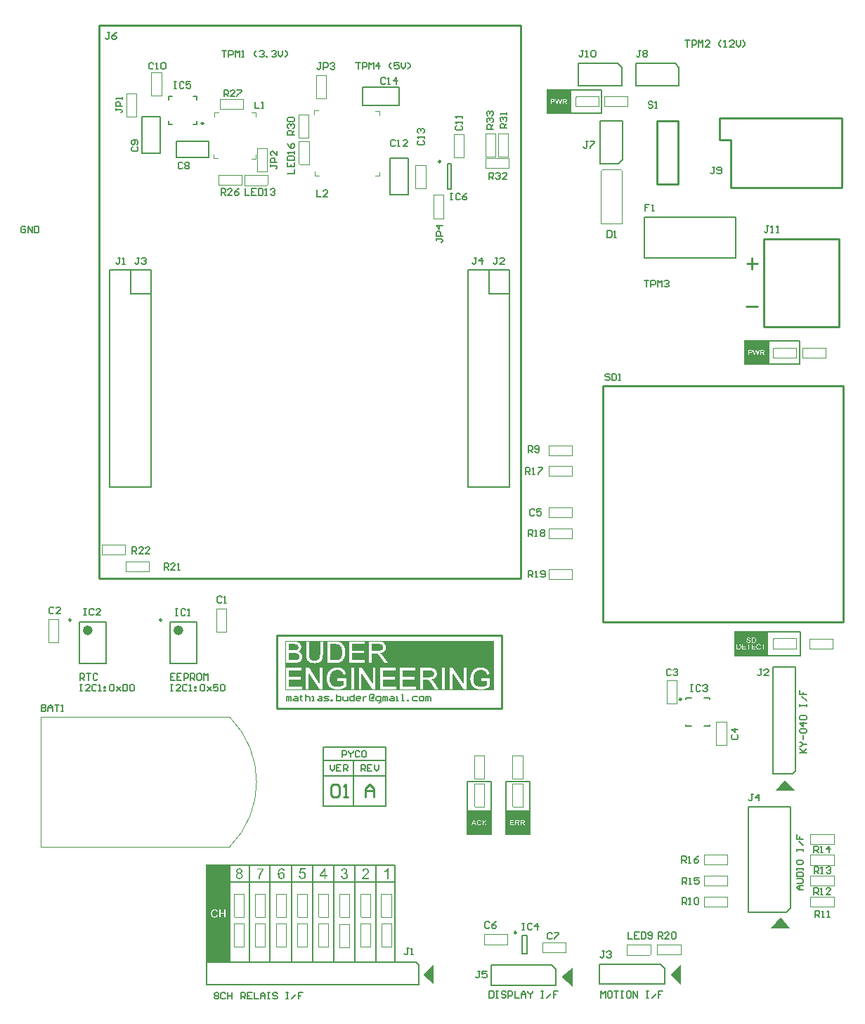
<source format=gto>
G04 Layer_Color=65535*
%FSLAX44Y44*%
%MOMM*%
G71*
G01*
G75*
%ADD34C,0.2000*%
%ADD35C,0.2540*%
%ADD38C,0.1500*%
%ADD40C,0.6000*%
%ADD73C,0.2500*%
%ADD74C,0.1000*%
%ADD75C,0.2032*%
G36*
X452071Y156290D02*
X450492D01*
Y166278D01*
X450473Y166259D01*
X450397Y166183D01*
X450264Y166088D01*
X450092Y165936D01*
X449883Y165784D01*
X449617Y165593D01*
X449312Y165403D01*
X448989Y165194D01*
X448970D01*
X448951Y165175D01*
X448837Y165099D01*
X448666Y165004D01*
X448437Y164890D01*
X448190Y164756D01*
X447924Y164642D01*
X447638Y164509D01*
X447353Y164395D01*
Y165917D01*
X447372D01*
X447410Y165936D01*
X447486Y165974D01*
X447581Y166031D01*
X447695Y166088D01*
X447828Y166164D01*
X448133Y166335D01*
X448494Y166545D01*
X448875Y166792D01*
X449255Y167077D01*
X449636Y167401D01*
X449655Y167420D01*
X449674Y167439D01*
X449807Y167553D01*
X449978Y167724D01*
X450188Y167952D01*
X450416Y168219D01*
X450644Y168504D01*
X450872Y168808D01*
X451044Y169132D01*
X452071D01*
Y156290D01*
D02*
G37*
G36*
X261620Y55790D02*
X232156D01*
Y173736D01*
X261620D01*
Y55790D01*
D02*
G37*
G36*
X424894Y169113D02*
X425046Y169094D01*
X425237Y169075D01*
X425427Y169056D01*
X425655Y168999D01*
X426112Y168885D01*
X426606Y168694D01*
X426834Y168580D01*
X427063Y168447D01*
X427291Y168295D01*
X427500Y168105D01*
X427519Y168086D01*
X427538Y168067D01*
X427595Y168009D01*
X427672Y167914D01*
X427748Y167819D01*
X427843Y167705D01*
X427938Y167553D01*
X428052Y167401D01*
X428242Y167039D01*
X428414Y166602D01*
X428490Y166373D01*
X428547Y166107D01*
X428566Y165860D01*
X428585Y165574D01*
Y165536D01*
Y165441D01*
X428566Y165289D01*
X428547Y165099D01*
X428509Y164851D01*
X428452Y164604D01*
X428376Y164338D01*
X428261Y164052D01*
X428242Y164014D01*
X428204Y163919D01*
X428128Y163786D01*
X428014Y163596D01*
X427862Y163349D01*
X427691Y163082D01*
X427462Y162797D01*
X427215Y162492D01*
X427177Y162454D01*
X427082Y162340D01*
X427006Y162264D01*
X426892Y162150D01*
X426777Y162036D01*
X426644Y161903D01*
X426492Y161750D01*
X426302Y161579D01*
X426112Y161408D01*
X425883Y161199D01*
X425655Y160989D01*
X425389Y160761D01*
X425103Y160514D01*
X424799Y160247D01*
X424780Y160228D01*
X424742Y160190D01*
X424666Y160133D01*
X424571Y160057D01*
X424342Y159848D01*
X424038Y159601D01*
X423733Y159334D01*
X423448Y159068D01*
X423182Y158821D01*
X423087Y158726D01*
X422992Y158630D01*
X422972Y158611D01*
X422934Y158554D01*
X422858Y158478D01*
X422763Y158364D01*
X422649Y158250D01*
X422535Y158098D01*
X422326Y157793D01*
X428604D01*
Y156290D01*
X420138D01*
Y156309D01*
Y156385D01*
Y156500D01*
X420157Y156633D01*
X420176Y156804D01*
X420195Y156975D01*
X420252Y157184D01*
X420309Y157375D01*
Y157394D01*
X420328Y157413D01*
X420366Y157527D01*
X420442Y157698D01*
X420556Y157907D01*
X420709Y158174D01*
X420880Y158459D01*
X421089Y158764D01*
X421336Y159068D01*
Y159087D01*
X421375Y159106D01*
X421470Y159220D01*
X421641Y159391D01*
X421869Y159620D01*
X422155Y159905D01*
X422516Y160247D01*
X422934Y160609D01*
X423410Y161008D01*
X423429Y161028D01*
X423505Y161084D01*
X423600Y161180D01*
X423753Y161294D01*
X423924Y161427D01*
X424114Y161598D01*
X424533Y161998D01*
X425008Y162416D01*
X425465Y162873D01*
X425693Y163101D01*
X425883Y163310D01*
X426073Y163520D01*
X426226Y163710D01*
Y163729D01*
X426264Y163748D01*
X426302Y163805D01*
X426340Y163881D01*
X426454Y164071D01*
X426606Y164319D01*
X426739Y164623D01*
X426854Y164946D01*
X426930Y165270D01*
X426968Y165612D01*
Y165631D01*
Y165650D01*
X426949Y165765D01*
X426930Y165936D01*
X426892Y166164D01*
X426796Y166411D01*
X426682Y166678D01*
X426511Y166944D01*
X426283Y167191D01*
X426245Y167211D01*
X426169Y167287D01*
X426017Y167401D01*
X425826Y167515D01*
X425560Y167629D01*
X425275Y167743D01*
X424932Y167819D01*
X424552Y167838D01*
X424437D01*
X424361Y167819D01*
X424152Y167800D01*
X423905Y167743D01*
X423600Y167667D01*
X423296Y167534D01*
X422992Y167363D01*
X422725Y167134D01*
X422706Y167096D01*
X422630Y167001D01*
X422516Y166849D01*
X422402Y166640D01*
X422269Y166373D01*
X422174Y166050D01*
X422097Y165669D01*
X422059Y165251D01*
X420442Y165422D01*
Y165441D01*
Y165498D01*
X420461Y165593D01*
X420480Y165727D01*
X420518Y165879D01*
X420556Y166050D01*
X420652Y166450D01*
X420804Y166887D01*
X421032Y167344D01*
X421165Y167572D01*
X421317Y167781D01*
X421489Y167990D01*
X421679Y168181D01*
X421698Y168200D01*
X421736Y168219D01*
X421793Y168276D01*
X421869Y168333D01*
X421983Y168409D01*
X422116Y168485D01*
X422269Y168561D01*
X422459Y168656D01*
X422649Y168752D01*
X422858Y168828D01*
X423106Y168904D01*
X423372Y168980D01*
X423638Y169037D01*
X423943Y169094D01*
X424247Y169113D01*
X424590Y169132D01*
X424761D01*
X424894Y169113D01*
D02*
G37*
G36*
X376400Y160818D02*
X378131D01*
Y159372D01*
X376400D01*
Y156309D01*
X374821D01*
Y159372D01*
X369246D01*
Y160818D01*
X375125Y169113D01*
X376400D01*
Y160818D01*
D02*
G37*
G36*
X399211Y169217D02*
X399458Y169179D01*
X399762Y169122D01*
X400086Y169046D01*
X400409Y168932D01*
X400751Y168780D01*
X400770D01*
X400789Y168761D01*
X400904Y168704D01*
X401056Y168590D01*
X401265Y168457D01*
X401474Y168285D01*
X401703Y168057D01*
X401931Y167829D01*
X402121Y167543D01*
X402140Y167505D01*
X402197Y167410D01*
X402273Y167258D01*
X402369Y167049D01*
X402445Y166801D01*
X402521Y166535D01*
X402578Y166231D01*
X402597Y165907D01*
Y165869D01*
Y165774D01*
X402578Y165603D01*
X402540Y165413D01*
X402483Y165165D01*
X402407Y164918D01*
X402292Y164652D01*
X402140Y164385D01*
X402121Y164347D01*
X402064Y164271D01*
X401950Y164157D01*
X401817Y164005D01*
X401627Y163834D01*
X401398Y163662D01*
X401132Y163472D01*
X400827Y163320D01*
X400847D01*
X400885Y163301D01*
X400942Y163282D01*
X401018Y163263D01*
X401208Y163187D01*
X401474Y163092D01*
X401741Y162939D01*
X402045Y162749D01*
X402331Y162521D01*
X402578Y162236D01*
X402597Y162197D01*
X402673Y162083D01*
X402787Y161912D01*
X402901Y161665D01*
X403015Y161379D01*
X403130Y161018D01*
X403206Y160618D01*
X403225Y160181D01*
Y160162D01*
Y160105D01*
Y160029D01*
X403206Y159895D01*
X403187Y159762D01*
X403168Y159591D01*
X403130Y159401D01*
X403072Y159192D01*
X402920Y158754D01*
X402825Y158526D01*
X402711Y158278D01*
X402559Y158031D01*
X402388Y157803D01*
X402197Y157575D01*
X401988Y157346D01*
X401969Y157327D01*
X401931Y157289D01*
X401855Y157232D01*
X401779Y157175D01*
X401646Y157080D01*
X401512Y156985D01*
X401341Y156871D01*
X401151Y156776D01*
X400942Y156661D01*
X400694Y156547D01*
X400447Y156452D01*
X400181Y156376D01*
X399876Y156300D01*
X399572Y156243D01*
X399249Y156205D01*
X398906Y156186D01*
X398735D01*
X398621Y156205D01*
X398488Y156224D01*
X398316Y156243D01*
X398126Y156262D01*
X397917Y156319D01*
X397479Y156433D01*
X397004Y156604D01*
X396775Y156718D01*
X396528Y156852D01*
X396300Y157004D01*
X396090Y157175D01*
X396071Y157194D01*
X396052Y157213D01*
X395995Y157270D01*
X395919Y157365D01*
X395824Y157460D01*
X395729Y157575D01*
X395634Y157727D01*
X395520Y157879D01*
X395291Y158259D01*
X395101Y158716D01*
X394930Y159230D01*
X394873Y159496D01*
X394835Y159800D01*
X396414Y160010D01*
Y159991D01*
X396433Y159953D01*
X396452Y159876D01*
X396471Y159781D01*
X396490Y159686D01*
X396528Y159553D01*
X396623Y159268D01*
X396756Y158944D01*
X396908Y158621D01*
X397099Y158316D01*
X397327Y158069D01*
X397365Y158050D01*
X397441Y157974D01*
X397574Y157879D01*
X397765Y157784D01*
X397993Y157670D01*
X398259Y157575D01*
X398564Y157498D01*
X398906Y157479D01*
X399020D01*
X399096Y157498D01*
X399306Y157517D01*
X399572Y157575D01*
X399857Y157670D01*
X400181Y157803D01*
X400485Y157993D01*
X400789Y158240D01*
X400827Y158278D01*
X400904Y158373D01*
X401037Y158545D01*
X401170Y158754D01*
X401303Y159039D01*
X401436Y159363D01*
X401512Y159724D01*
X401550Y160124D01*
Y160143D01*
Y160181D01*
Y160238D01*
X401531Y160314D01*
X401512Y160504D01*
X401455Y160752D01*
X401379Y161037D01*
X401246Y161341D01*
X401075Y161627D01*
X400827Y161912D01*
X400789Y161950D01*
X400694Y162026D01*
X400542Y162140D01*
X400333Y162274D01*
X400086Y162388D01*
X399781Y162502D01*
X399420Y162578D01*
X399039Y162616D01*
X398868D01*
X398735Y162597D01*
X398583Y162578D01*
X398392Y162540D01*
X398183Y162502D01*
X397936Y162445D01*
X398107Y163834D01*
X398202D01*
X398278Y163815D01*
X398526D01*
X398716Y163834D01*
X398963Y163872D01*
X399249Y163948D01*
X399534Y164024D01*
X399857Y164157D01*
X400162Y164328D01*
X400181D01*
X400200Y164347D01*
X400295Y164423D01*
X400428Y164557D01*
X400580Y164728D01*
X400713Y164956D01*
X400847Y165241D01*
X400942Y165565D01*
X400980Y165755D01*
Y165945D01*
Y165964D01*
Y165983D01*
Y166098D01*
X400942Y166250D01*
X400904Y166440D01*
X400827Y166668D01*
X400732Y166916D01*
X400580Y167144D01*
X400390Y167372D01*
X400371Y167391D01*
X400276Y167467D01*
X400162Y167562D01*
X399971Y167658D01*
X399762Y167772D01*
X399496Y167848D01*
X399211Y167924D01*
X398868Y167943D01*
X398716D01*
X398545Y167905D01*
X398335Y167867D01*
X398088Y167791D01*
X397841Y167696D01*
X397593Y167543D01*
X397346Y167353D01*
X397327Y167334D01*
X397251Y167239D01*
X397137Y167106D01*
X397023Y166935D01*
X396889Y166687D01*
X396756Y166383D01*
X396642Y166040D01*
X396566Y165641D01*
X394987Y165926D01*
Y165945D01*
X395006Y166002D01*
X395025Y166078D01*
X395044Y166193D01*
X395082Y166307D01*
X395139Y166459D01*
X395253Y166820D01*
X395425Y167201D01*
X395653Y167619D01*
X395938Y168000D01*
X396281Y168361D01*
X396300Y168381D01*
X396338Y168400D01*
X396395Y168438D01*
X396471Y168495D01*
X396566Y168571D01*
X396680Y168647D01*
X396832Y168723D01*
X396985Y168799D01*
X397346Y168951D01*
X397784Y169103D01*
X398278Y169198D01*
X398545Y169237D01*
X399001D01*
X399211Y169217D01*
D02*
G37*
G36*
X579374Y416301D02*
Y383547D01*
X327914D01*
Y416301D01*
Y443344D01*
X579374D01*
Y416301D01*
D02*
G37*
G36*
X622830Y209417D02*
X592604D01*
Y238930D01*
X622830D01*
Y209417D01*
D02*
G37*
G36*
X672592Y1077976D02*
X642366D01*
Y1107488D01*
X672592D01*
Y1077976D01*
D02*
G37*
G36*
X909824Y440589D02*
Y424688D01*
X868422D01*
Y440589D01*
Y455168D01*
X909824D01*
Y440589D01*
D02*
G37*
G36*
X910844Y775716D02*
X880618D01*
Y805228D01*
X910844D01*
Y775716D01*
D02*
G37*
G36*
X576471Y209417D02*
X546245D01*
Y238930D01*
X576471D01*
Y209417D01*
D02*
G37*
G36*
X351981Y167629D02*
X346883D01*
X346198Y164186D01*
X346217Y164205D01*
X346255Y164224D01*
X346312Y164262D01*
X346388Y164319D01*
X346502Y164376D01*
X346616Y164452D01*
X346921Y164604D01*
X347282Y164737D01*
X347701Y164870D01*
X348138Y164966D01*
X348367Y165004D01*
X348766D01*
X348880Y164985D01*
X349013Y164966D01*
X349184Y164946D01*
X349375Y164909D01*
X349584Y164851D01*
X350022Y164718D01*
X350250Y164623D01*
X350497Y164509D01*
X350745Y164376D01*
X350973Y164205D01*
X351201Y164033D01*
X351429Y163824D01*
X351449Y163805D01*
X351487Y163767D01*
X351544Y163710D01*
X351620Y163615D01*
X351696Y163501D01*
X351791Y163368D01*
X351905Y163196D01*
X352019Y163025D01*
X352114Y162816D01*
X352229Y162588D01*
X352324Y162340D01*
X352419Y162074D01*
X352476Y161788D01*
X352533Y161484D01*
X352571Y161180D01*
X352590Y160837D01*
Y160818D01*
Y160761D01*
Y160666D01*
X352571Y160552D01*
X352552Y160400D01*
X352533Y160228D01*
X352514Y160019D01*
X352457Y159810D01*
X352343Y159334D01*
X352152Y158840D01*
X352038Y158573D01*
X351905Y158326D01*
X351753Y158079D01*
X351563Y157831D01*
X351544Y157812D01*
X351506Y157774D01*
X351429Y157698D01*
X351334Y157584D01*
X351220Y157470D01*
X351068Y157337D01*
X350897Y157204D01*
X350687Y157070D01*
X350459Y156918D01*
X350212Y156785D01*
X349926Y156652D01*
X349641Y156538D01*
X349318Y156442D01*
X348975Y156366D01*
X348595Y156309D01*
X348214Y156290D01*
X348043D01*
X347929Y156309D01*
X347777Y156328D01*
X347606Y156347D01*
X347415Y156366D01*
X347206Y156404D01*
X346749Y156519D01*
X346274Y156709D01*
X346026Y156804D01*
X345798Y156937D01*
X345570Y157089D01*
X345361Y157261D01*
X345342Y157280D01*
X345323Y157299D01*
X345266Y157356D01*
X345189Y157432D01*
X345094Y157527D01*
X344999Y157660D01*
X344904Y157793D01*
X344790Y157945D01*
X344676Y158136D01*
X344562Y158326D01*
X344371Y158764D01*
X344200Y159277D01*
X344143Y159563D01*
X344105Y159867D01*
X345760Y159981D01*
Y159962D01*
Y159924D01*
X345779Y159867D01*
X345798Y159791D01*
X345855Y159563D01*
X345931Y159315D01*
X346045Y159011D01*
X346179Y158707D01*
X346369Y158421D01*
X346597Y158174D01*
X346635Y158155D01*
X346711Y158079D01*
X346864Y157984D01*
X347054Y157888D01*
X347282Y157774D01*
X347567Y157679D01*
X347872Y157603D01*
X348214Y157584D01*
X348328D01*
X348405Y157603D01*
X348614Y157622D01*
X348880Y157698D01*
X349184Y157793D01*
X349508Y157945D01*
X349831Y158155D01*
X349984Y158288D01*
X350136Y158440D01*
Y158459D01*
X350174Y158478D01*
X350212Y158535D01*
X350250Y158592D01*
X350383Y158783D01*
X350535Y159049D01*
X350668Y159372D01*
X350802Y159753D01*
X350878Y160209D01*
X350916Y160704D01*
Y160723D01*
Y160761D01*
Y160837D01*
X350897Y160932D01*
Y161047D01*
X350878Y161180D01*
X350821Y161484D01*
X350726Y161826D01*
X350592Y162169D01*
X350402Y162511D01*
X350155Y162835D01*
X350117Y162873D01*
X350022Y162949D01*
X349850Y163082D01*
X349622Y163234D01*
X349356Y163368D01*
X349013Y163501D01*
X348614Y163577D01*
X348176Y163615D01*
X348043D01*
X347910Y163596D01*
X347720Y163577D01*
X347510Y163520D01*
X347282Y163463D01*
X347035Y163368D01*
X346806Y163253D01*
X346787Y163234D01*
X346711Y163196D01*
X346597Y163101D01*
X346464Y163006D01*
X346312Y162873D01*
X346160Y162721D01*
X346007Y162530D01*
X345874Y162340D01*
X344390Y162549D01*
X345627Y169132D01*
X351981D01*
Y167629D01*
D02*
G37*
G36*
X935873Y96999D02*
X912956D01*
X924249Y109861D01*
X935873Y96999D01*
D02*
G37*
G36*
X941306Y262636D02*
X918389D01*
X929682Y275498D01*
X941306Y262636D01*
D02*
G37*
G36*
X673689Y26583D02*
X660827Y37876D01*
X673689Y49500D01*
Y26583D01*
D02*
G37*
G36*
X506303Y29885D02*
X493441Y41178D01*
X506303Y52802D01*
Y29885D01*
D02*
G37*
G36*
X272571Y169217D02*
X272705Y169198D01*
X272876Y169179D01*
X273256Y169122D01*
X273675Y168989D01*
X274131Y168818D01*
X274360Y168704D01*
X274569Y168571D01*
X274797Y168419D01*
X274988Y168247D01*
X275007Y168228D01*
X275026Y168209D01*
X275083Y168152D01*
X275140Y168076D01*
X275235Y167981D01*
X275311Y167867D01*
X275501Y167581D01*
X275691Y167239D01*
X275863Y166840D01*
X275977Y166383D01*
X275996Y166136D01*
X276015Y165888D01*
Y165869D01*
Y165850D01*
Y165736D01*
X275996Y165565D01*
X275958Y165355D01*
X275901Y165108D01*
X275806Y164861D01*
X275691Y164595D01*
X275539Y164328D01*
X275520Y164309D01*
X275444Y164214D01*
X275330Y164100D01*
X275178Y163967D01*
X274988Y163796D01*
X274740Y163624D01*
X274455Y163472D01*
X274112Y163320D01*
X274131D01*
X274170Y163301D01*
X274227Y163282D01*
X274303Y163244D01*
X274531Y163149D01*
X274797Y163015D01*
X275083Y162844D01*
X275387Y162635D01*
X275672Y162388D01*
X275920Y162083D01*
X275939Y162045D01*
X276015Y161931D01*
X276110Y161760D01*
X276243Y161513D01*
X276357Y161208D01*
X276452Y160866D01*
X276528Y160466D01*
X276548Y160048D01*
Y160029D01*
Y159972D01*
Y159895D01*
X276528Y159781D01*
X276509Y159629D01*
X276490Y159477D01*
X276452Y159287D01*
X276395Y159096D01*
X276262Y158659D01*
X276167Y158431D01*
X276053Y158202D01*
X275920Y157955D01*
X275749Y157727D01*
X275577Y157498D01*
X275368Y157289D01*
X275349Y157270D01*
X275311Y157251D01*
X275254Y157194D01*
X275159Y157118D01*
X275045Y157042D01*
X274911Y156947D01*
X274740Y156833D01*
X274550Y156737D01*
X274341Y156642D01*
X274112Y156528D01*
X273865Y156433D01*
X273599Y156357D01*
X273313Y156281D01*
X272990Y156243D01*
X272666Y156205D01*
X272324Y156186D01*
X272134D01*
X272001Y156205D01*
X271849Y156224D01*
X271658Y156243D01*
X271449Y156281D01*
X271221Y156319D01*
X270745Y156452D01*
X270479Y156547D01*
X270231Y156661D01*
X269984Y156776D01*
X269718Y156928D01*
X269489Y157099D01*
X269261Y157289D01*
X269242Y157308D01*
X269204Y157346D01*
X269147Y157403D01*
X269090Y157498D01*
X268995Y157593D01*
X268900Y157727D01*
X268785Y157879D01*
X268690Y158069D01*
X268576Y158259D01*
X268462Y158469D01*
X268291Y158944D01*
X268215Y159211D01*
X268158Y159477D01*
X268120Y159781D01*
X268101Y160086D01*
Y160105D01*
Y160143D01*
Y160200D01*
X268120Y160295D01*
Y160409D01*
X268139Y160523D01*
X268177Y160828D01*
X268253Y161151D01*
X268367Y161494D01*
X268519Y161855D01*
X268728Y162178D01*
Y162197D01*
X268766Y162216D01*
X268843Y162312D01*
X268995Y162464D01*
X269185Y162635D01*
X269451Y162825D01*
X269756Y163015D01*
X270117Y163187D01*
X270536Y163320D01*
X270517D01*
X270498Y163339D01*
X270384Y163396D01*
X270193Y163472D01*
X269984Y163586D01*
X269737Y163738D01*
X269508Y163910D01*
X269280Y164119D01*
X269071Y164347D01*
X269052Y164385D01*
X268995Y164461D01*
X268919Y164614D01*
X268843Y164804D01*
X268766Y165032D01*
X268690Y165299D01*
X268633Y165603D01*
X268614Y165926D01*
Y165945D01*
Y165983D01*
Y166059D01*
X268633Y166155D01*
X268652Y166288D01*
X268671Y166421D01*
X268748Y166744D01*
X268862Y167125D01*
X269033Y167524D01*
X269147Y167715D01*
X269280Y167905D01*
X269432Y168095D01*
X269604Y168285D01*
X269623Y168304D01*
X269642Y168323D01*
X269718Y168381D01*
X269794Y168438D01*
X269889Y168514D01*
X270003Y168590D01*
X270155Y168666D01*
X270326Y168761D01*
X270498Y168856D01*
X270707Y168932D01*
X271164Y169084D01*
X271696Y169198D01*
X271982Y169217D01*
X272286Y169237D01*
X272457D01*
X272571Y169217D01*
D02*
G37*
G36*
X804555Y29377D02*
X791693Y40670D01*
X804555Y52294D01*
Y29377D01*
D02*
G37*
G36*
X323625Y169217D02*
X323758D01*
X323910Y169198D01*
X324253Y169122D01*
X324652Y169027D01*
X325070Y168875D01*
X325470Y168666D01*
X325660Y168533D01*
X325850Y168381D01*
X325870D01*
X325889Y168342D01*
X325946Y168285D01*
X326003Y168228D01*
X326174Y168038D01*
X326364Y167772D01*
X326573Y167429D01*
X326764Y167030D01*
X326916Y166573D01*
X327030Y166040D01*
X325470Y165926D01*
Y165945D01*
X325451Y165964D01*
X325432Y166078D01*
X325375Y166231D01*
X325318Y166440D01*
X325223Y166649D01*
X325109Y166877D01*
X324994Y167087D01*
X324861Y167258D01*
X324823Y167296D01*
X324747Y167372D01*
X324614Y167467D01*
X324424Y167600D01*
X324195Y167734D01*
X323929Y167829D01*
X323625Y167905D01*
X323282Y167943D01*
X323149D01*
X323016Y167924D01*
X322826Y167886D01*
X322616Y167848D01*
X322407Y167772D01*
X322179Y167658D01*
X321950Y167524D01*
X321912Y167505D01*
X321836Y167429D01*
X321684Y167296D01*
X321532Y167125D01*
X321342Y166896D01*
X321132Y166611D01*
X320942Y166288D01*
X320771Y165926D01*
Y165907D01*
X320752Y165888D01*
X320733Y165812D01*
X320695Y165736D01*
X320676Y165622D01*
X320638Y165508D01*
X320600Y165355D01*
X320562Y165165D01*
X320505Y164975D01*
X320467Y164747D01*
X320429Y164519D01*
X320410Y164252D01*
X320371Y163967D01*
X320352Y163662D01*
X320333Y163320D01*
Y162997D01*
X320352Y163015D01*
X320429Y163111D01*
X320543Y163263D01*
X320714Y163453D01*
X320904Y163662D01*
X321152Y163872D01*
X321418Y164081D01*
X321703Y164252D01*
X321722D01*
X321741Y164271D01*
X321855Y164328D01*
X322008Y164385D01*
X322236Y164480D01*
X322502Y164557D01*
X322788Y164614D01*
X323111Y164671D01*
X323434Y164690D01*
X323587D01*
X323701Y164671D01*
X323834Y164652D01*
X323986Y164633D01*
X324367Y164538D01*
X324785Y164404D01*
X325013Y164309D01*
X325242Y164195D01*
X325451Y164062D01*
X325679Y163910D01*
X325908Y163738D01*
X326117Y163529D01*
X326136Y163510D01*
X326174Y163472D01*
X326212Y163415D01*
X326288Y163320D01*
X326383Y163206D01*
X326478Y163073D01*
X326573Y162901D01*
X326688Y162730D01*
X326783Y162521D01*
X326878Y162293D01*
X326973Y162045D01*
X327068Y161779D01*
X327144Y161494D01*
X327182Y161189D01*
X327220Y160885D01*
X327239Y160542D01*
Y160523D01*
Y160485D01*
Y160428D01*
Y160333D01*
X327220Y160238D01*
Y160105D01*
X327182Y159819D01*
X327106Y159477D01*
X327011Y159096D01*
X326878Y158697D01*
X326707Y158297D01*
Y158278D01*
X326688Y158259D01*
X326650Y158202D01*
X326612Y158126D01*
X326497Y157936D01*
X326345Y157708D01*
X326136Y157460D01*
X325889Y157194D01*
X325603Y156947D01*
X325280Y156718D01*
X325261D01*
X325242Y156699D01*
X325185Y156661D01*
X325128Y156642D01*
X324937Y156547D01*
X324690Y156452D01*
X324386Y156357D01*
X324024Y156262D01*
X323644Y156205D01*
X323225Y156186D01*
X323130D01*
X323035Y156205D01*
X322902D01*
X322730Y156224D01*
X322540Y156262D01*
X322312Y156300D01*
X322084Y156357D01*
X321836Y156433D01*
X321570Y156528D01*
X321304Y156642D01*
X321037Y156795D01*
X320771Y156947D01*
X320505Y157137D01*
X320257Y157365D01*
X320010Y157612D01*
X319991Y157632D01*
X319953Y157689D01*
X319896Y157765D01*
X319820Y157898D01*
X319725Y158050D01*
X319611Y158240D01*
X319515Y158488D01*
X319401Y158754D01*
X319268Y159058D01*
X319173Y159401D01*
X319059Y159800D01*
X318964Y160238D01*
X318888Y160695D01*
X318831Y161208D01*
X318792Y161779D01*
X318773Y162369D01*
Y162388D01*
Y162407D01*
Y162464D01*
Y162540D01*
X318792Y162730D01*
Y162978D01*
X318811Y163282D01*
X318850Y163624D01*
X318888Y164024D01*
X318945Y164442D01*
X319021Y164880D01*
X319116Y165317D01*
X319211Y165774D01*
X319344Y166212D01*
X319515Y166649D01*
X319687Y167049D01*
X319896Y167429D01*
X320143Y167772D01*
X320162Y167791D01*
X320200Y167829D01*
X320276Y167905D01*
X320371Y168000D01*
X320486Y168114D01*
X320638Y168228D01*
X320809Y168361D01*
X320999Y168514D01*
X321208Y168647D01*
X321456Y168780D01*
X321722Y168894D01*
X322008Y169008D01*
X322331Y169103D01*
X322654Y169179D01*
X322997Y169217D01*
X323377Y169237D01*
X323530D01*
X323625Y169217D01*
D02*
G37*
G36*
X301813Y167810D02*
X301794Y167791D01*
X301756Y167753D01*
X301698Y167677D01*
X301603Y167562D01*
X301489Y167448D01*
X301356Y167277D01*
X301204Y167087D01*
X301052Y166877D01*
X300861Y166649D01*
X300671Y166383D01*
X300481Y166098D01*
X300272Y165793D01*
X300043Y165451D01*
X299834Y165108D01*
X299606Y164728D01*
X299377Y164328D01*
X299358Y164309D01*
X299320Y164233D01*
X299263Y164119D01*
X299187Y163967D01*
X299073Y163757D01*
X298959Y163529D01*
X298826Y163263D01*
X298692Y162978D01*
X298540Y162654D01*
X298388Y162312D01*
X298236Y161950D01*
X298084Y161551D01*
X297779Y160752D01*
X297513Y159915D01*
Y159895D01*
X297494Y159838D01*
X297475Y159762D01*
X297437Y159629D01*
X297399Y159477D01*
X297361Y159306D01*
X297304Y159096D01*
X297266Y158868D01*
X297209Y158621D01*
X297152Y158355D01*
X297056Y157746D01*
X296980Y157099D01*
X296923Y156395D01*
X295306D01*
Y156414D01*
Y156471D01*
Y156547D01*
X295325Y156661D01*
Y156813D01*
X295344Y156985D01*
X295363Y157194D01*
X295382Y157422D01*
X295420Y157670D01*
X295458Y157936D01*
X295515Y158240D01*
X295572Y158564D01*
X295630Y158906D01*
X295706Y159268D01*
X295896Y160029D01*
Y160048D01*
X295915Y160124D01*
X295953Y160238D01*
X296010Y160390D01*
X296067Y160580D01*
X296124Y160809D01*
X296219Y161075D01*
X296315Y161360D01*
X296429Y161665D01*
X296543Y161988D01*
X296828Y162673D01*
X297152Y163415D01*
X297513Y164157D01*
X297532Y164176D01*
X297570Y164252D01*
X297627Y164347D01*
X297703Y164499D01*
X297798Y164671D01*
X297913Y164861D01*
X298046Y165089D01*
X298198Y165336D01*
X298540Y165850D01*
X298921Y166421D01*
X299358Y166992D01*
X299796Y167524D01*
X293518D01*
Y169027D01*
X301813D01*
Y167810D01*
D02*
G37*
%LPC*%
G36*
X555544Y227365D02*
X554613D01*
X552181Y220972D01*
X553074D01*
X553768Y222910D01*
X556447D01*
X557188Y220972D01*
X558147D01*
X555544Y227365D01*
D02*
G37*
G36*
X372890Y410590D02*
X369654D01*
Y390449D01*
X356137Y410590D01*
X352711D01*
Y384966D01*
X355947D01*
Y405069D01*
X369425Y384966D01*
X372890D01*
Y410590D01*
D02*
G37*
G36*
X603328Y227370D02*
X598702D01*
Y220977D01*
X603480D01*
Y221727D01*
X599547D01*
Y223912D01*
X603091D01*
Y224663D01*
X599547D01*
Y226619D01*
X603328D01*
Y227370D01*
D02*
G37*
G36*
X607631D02*
X604658D01*
Y220977D01*
X605503D01*
Y223817D01*
X606596D01*
X606691Y223808D01*
X606767D01*
X606833Y223798D01*
X606881Y223789D01*
X606919D01*
X606938Y223779D01*
X606947D01*
X607090Y223732D01*
X607213Y223675D01*
X607270Y223646D01*
X607308Y223627D01*
X607327Y223618D01*
X607337Y223608D01*
X607413Y223551D01*
X607489Y223494D01*
X607622Y223352D01*
X607679Y223285D01*
X607726Y223228D01*
X607755Y223190D01*
X607764Y223181D01*
X607859Y223057D01*
X607964Y222915D01*
X608068Y222772D01*
X608163Y222630D01*
X608249Y222497D01*
X608315Y222392D01*
X608344Y222354D01*
X608363Y222326D01*
X608382Y222307D01*
Y222297D01*
X609227Y220977D01*
X610282D01*
X609170Y222715D01*
X609047Y222896D01*
X608923Y223057D01*
X608809Y223200D01*
X608705Y223323D01*
X608610Y223428D01*
X608543Y223504D01*
X608496Y223542D01*
X608477Y223561D01*
X608401Y223618D01*
X608325Y223684D01*
X608154Y223779D01*
X608078Y223827D01*
X608021Y223855D01*
X607983Y223874D01*
X607964Y223884D01*
X608135Y223912D01*
X608287Y223941D01*
X608429Y223988D01*
X608562Y224026D01*
X608686Y224074D01*
X608800Y224121D01*
X608895Y224178D01*
X608990Y224226D01*
X609066Y224273D01*
X609132Y224321D01*
X609189Y224359D01*
X609237Y224397D01*
X609275Y224425D01*
X609303Y224454D01*
X609313Y224463D01*
X609322Y224473D01*
X609398Y224558D01*
X609474Y224653D01*
X609579Y224853D01*
X609664Y225043D01*
X609712Y225223D01*
X609750Y225385D01*
X609759Y225451D01*
Y225508D01*
X609769Y225556D01*
Y225594D01*
Y225613D01*
Y225622D01*
X609759Y225812D01*
X609731Y225993D01*
X609683Y226154D01*
X609636Y226297D01*
X609579Y226420D01*
X609541Y226506D01*
X609503Y226562D01*
X609493Y226581D01*
X609389Y226733D01*
X609275Y226857D01*
X609151Y226961D01*
X609037Y227047D01*
X608933Y227113D01*
X608857Y227161D01*
X608800Y227180D01*
X608790Y227190D01*
X608781D01*
X608695Y227218D01*
X608600Y227246D01*
X608391Y227294D01*
X608182Y227323D01*
X607973Y227351D01*
X607783Y227360D01*
X607698D01*
X607631Y227370D01*
D02*
G37*
G36*
X561700Y227479D02*
X561605D01*
X561292Y227460D01*
X561007Y227422D01*
X560741Y227356D01*
X560626Y227318D01*
X560513Y227289D01*
X560418Y227251D01*
X560323Y227213D01*
X560247Y227185D01*
X560180Y227147D01*
X560123Y227128D01*
X560085Y227109D01*
X560066Y227090D01*
X560057D01*
X559810Y226928D01*
X559591Y226748D01*
X559401Y226558D01*
X559249Y226377D01*
X559135Y226216D01*
X559088Y226140D01*
X559040Y226083D01*
X559012Y226026D01*
X558993Y225988D01*
X558974Y225969D01*
Y225959D01*
X558850Y225674D01*
X558755Y225380D01*
X558689Y225085D01*
X558641Y224810D01*
X558622Y224686D01*
X558613Y224572D01*
X558603Y224477D01*
Y224392D01*
X558594Y224316D01*
Y224268D01*
Y224230D01*
Y224221D01*
X558613Y223879D01*
X558651Y223565D01*
X558698Y223271D01*
X558727Y223138D01*
X558765Y223014D01*
X558793Y222900D01*
X558822Y222805D01*
X558850Y222710D01*
X558879Y222644D01*
X558898Y222577D01*
X558917Y222540D01*
X558926Y222511D01*
Y222502D01*
X559069Y222216D01*
X559221Y221979D01*
X559392Y221770D01*
X559553Y221599D01*
X559696Y221457D01*
X559753Y221409D01*
X559810Y221362D01*
X559857Y221333D01*
X559886Y221304D01*
X559905Y221295D01*
X559914Y221285D01*
X560038Y221210D01*
X560171Y221152D01*
X560446Y221048D01*
X560731Y220972D01*
X560997Y220924D01*
X561120Y220905D01*
X561235Y220886D01*
X561339Y220877D01*
X561424D01*
X561501Y220868D01*
X561595D01*
X561776Y220877D01*
X561956Y220886D01*
X562118Y220915D01*
X562280Y220953D01*
X562431Y220991D01*
X562565Y221038D01*
X562697Y221086D01*
X562811Y221143D01*
X562925Y221190D01*
X563011Y221238D01*
X563096Y221285D01*
X563163Y221324D01*
X563220Y221362D01*
X563258Y221390D01*
X563277Y221399D01*
X563286Y221409D01*
X563410Y221514D01*
X563524Y221637D01*
X563628Y221761D01*
X563733Y221894D01*
X563894Y222150D01*
X564027Y222407D01*
X564084Y222530D01*
X564122Y222635D01*
X564160Y222739D01*
X564198Y222824D01*
X564217Y222900D01*
X564236Y222948D01*
X564246Y222986D01*
Y222995D01*
X563400Y223214D01*
X563324Y222929D01*
X563220Y222682D01*
X563106Y222473D01*
X562992Y222302D01*
X562887Y222169D01*
X562849Y222122D01*
X562802Y222074D01*
X562773Y222045D01*
X562745Y222017D01*
X562735Y222008D01*
X562726Y221998D01*
X562631Y221922D01*
X562536Y221865D01*
X562327Y221761D01*
X562127Y221694D01*
X561947Y221637D01*
X561776Y221609D01*
X561710Y221599D01*
X561643D01*
X561595Y221590D01*
X561529D01*
X561311Y221599D01*
X561111Y221637D01*
X560921Y221684D01*
X560760Y221742D01*
X560626Y221789D01*
X560522Y221836D01*
X560484Y221856D01*
X560456Y221875D01*
X560446Y221884D01*
X560437D01*
X560266Y222008D01*
X560114Y222160D01*
X559990Y222302D01*
X559886Y222454D01*
X559810Y222587D01*
X559753Y222701D01*
X559734Y222739D01*
X559715Y222767D01*
X559705Y222786D01*
Y222796D01*
X559629Y223033D01*
X559572Y223271D01*
X559525Y223518D01*
X559496Y223736D01*
X559487Y223841D01*
X559477Y223926D01*
Y224012D01*
X559468Y224088D01*
Y224145D01*
Y224183D01*
Y224211D01*
Y224221D01*
X559477Y224458D01*
X559496Y224677D01*
X559534Y224886D01*
X559572Y225076D01*
X559601Y225228D01*
X559620Y225294D01*
X559639Y225342D01*
X559648Y225389D01*
X559658Y225418D01*
X559667Y225437D01*
Y225446D01*
X559753Y225655D01*
X559857Y225845D01*
X559971Y226007D01*
X560085Y226149D01*
X560190Y226254D01*
X560285Y226330D01*
X560342Y226377D01*
X560351Y226396D01*
X560361D01*
X560560Y226520D01*
X560760Y226605D01*
X560969Y226672D01*
X561168Y226710D01*
X561339Y226738D01*
X561405Y226748D01*
X561472D01*
X561520Y226757D01*
X561595D01*
X561824Y226748D01*
X562033Y226710D01*
X562213Y226653D01*
X562365Y226596D01*
X562489Y226539D01*
X562574Y226482D01*
X562631Y226444D01*
X562650Y226434D01*
X562802Y226301D01*
X562935Y226140D01*
X563049Y225969D01*
X563134Y225807D01*
X563210Y225655D01*
X563239Y225589D01*
X563267Y225532D01*
X563286Y225484D01*
X563296Y225446D01*
X563305Y225427D01*
Y225418D01*
X564141Y225617D01*
X564084Y225779D01*
X564027Y225931D01*
X563961Y226073D01*
X563885Y226206D01*
X563809Y226330D01*
X563733Y226434D01*
X563657Y226539D01*
X563581Y226634D01*
X563505Y226710D01*
X563438Y226786D01*
X563381Y226843D01*
X563324Y226900D01*
X563286Y226938D01*
X563248Y226966D01*
X563229Y226976D01*
X563220Y226985D01*
X563096Y227071D01*
X562963Y227147D01*
X562830Y227213D01*
X562697Y227270D01*
X562422Y227356D01*
X562175Y227422D01*
X562052Y227441D01*
X561947Y227451D01*
X561852Y227460D01*
X561767Y227470D01*
X561700Y227479D01*
D02*
G37*
G36*
X519782Y410590D02*
X516393D01*
Y384966D01*
X519782D01*
Y410590D01*
D02*
G37*
G36*
X570421Y227365D02*
X569271D01*
X566098Y224202D01*
Y227365D01*
X565253D01*
Y220972D01*
X566098D01*
Y223185D01*
X567143Y224192D01*
X569414Y220972D01*
X570535D01*
X567732Y224762D01*
X570421Y227365D01*
D02*
G37*
G36*
X436513Y410590D02*
X433276D01*
Y390449D01*
X419760Y410590D01*
X416333D01*
Y384966D01*
X419570D01*
Y405069D01*
X433048Y384966D01*
X436513D01*
Y410590D01*
D02*
G37*
G36*
X563987Y411047D02*
X563530D01*
X562159Y410971D01*
X560864Y410781D01*
X560293Y410666D01*
X559722Y410552D01*
X559227Y410400D01*
X558732Y410247D01*
X558313Y410095D01*
X557933Y409943D01*
X557590Y409829D01*
X557323Y409715D01*
X557095Y409600D01*
X556943Y409524D01*
X556829Y409486D01*
X556791Y409448D01*
X556257Y409143D01*
X555762Y408801D01*
X554849Y408039D01*
X554087Y407240D01*
X553440Y406478D01*
X552945Y405755D01*
X552755Y405450D01*
X552602Y405184D01*
X552450Y404955D01*
X552374Y404803D01*
X552336Y404689D01*
X552298Y404651D01*
X551765Y403432D01*
X551384Y402176D01*
X551117Y400995D01*
X550927Y399929D01*
X550851Y399434D01*
X550813Y399016D01*
X550775Y398635D01*
Y398292D01*
X550737Y398026D01*
Y397797D01*
Y397683D01*
Y397645D01*
X550813Y396274D01*
X550965Y394980D01*
X551232Y393837D01*
X551384Y393304D01*
X551536Y392809D01*
X551650Y392352D01*
X551803Y391972D01*
X551955Y391629D01*
X552069Y391325D01*
X552145Y391096D01*
X552221Y390944D01*
X552298Y390830D01*
Y390791D01*
X552945Y389725D01*
X553668Y388773D01*
X554468Y387974D01*
X555191Y387327D01*
X555877Y386832D01*
X556181Y386603D01*
X556448Y386451D01*
X556638Y386299D01*
X556791Y386222D01*
X556905Y386184D01*
X556943Y386146D01*
X558123Y385613D01*
X559303Y385233D01*
X560484Y384928D01*
X561512Y384738D01*
X562007Y384700D01*
X562425Y384623D01*
X562844Y384585D01*
X563149D01*
X563415Y384547D01*
X563796D01*
X564824Y384585D01*
X565814Y384700D01*
X566728Y384852D01*
X567566Y385042D01*
X567908Y385118D01*
X568251Y385233D01*
X568555Y385309D01*
X568784Y385385D01*
X568974Y385461D01*
X569127Y385499D01*
X569203Y385537D01*
X569241D01*
X570231Y385956D01*
X571183Y386413D01*
X572058Y386908D01*
X572820Y387403D01*
X573163Y387631D01*
X573467Y387822D01*
X573772Y388012D01*
X574000Y388202D01*
X574152Y388317D01*
X574305Y388431D01*
X574381Y388469D01*
X574419Y388507D01*
Y398026D01*
X563568D01*
Y395018D01*
X571106D01*
Y390220D01*
X570650Y389878D01*
X570155Y389535D01*
X569622Y389192D01*
X569089Y388926D01*
X568632Y388697D01*
X568251Y388545D01*
X568099Y388469D01*
X567984Y388431D01*
X567946Y388393D01*
X567908D01*
X567109Y388126D01*
X566347Y387898D01*
X565624Y387746D01*
X564977Y387669D01*
X564405Y387593D01*
X564177D01*
X563987Y387555D01*
X563606D01*
X562692Y387593D01*
X561816Y387746D01*
X560979Y387898D01*
X560255Y388126D01*
X559646Y388317D01*
X559418Y388393D01*
X559189Y388507D01*
X559037Y388545D01*
X558923Y388621D01*
X558847Y388659D01*
X558808D01*
X558009Y389116D01*
X557323Y389649D01*
X556752Y390220D01*
X556257Y390791D01*
X555877Y391286D01*
X555610Y391705D01*
X555496Y391857D01*
X555420Y391972D01*
X555382Y392048D01*
Y392086D01*
X555001Y393000D01*
X554734Y393952D01*
X554506Y394942D01*
X554392Y395817D01*
X554354Y396236D01*
X554316Y396617D01*
X554278Y396959D01*
Y397264D01*
X554240Y397493D01*
Y397683D01*
Y397797D01*
Y397835D01*
X554278Y398863D01*
X554392Y399815D01*
X554544Y400691D01*
X554734Y401452D01*
X554811Y401795D01*
X554887Y402100D01*
X554963Y402366D01*
X555039Y402594D01*
X555115Y402785D01*
X555153Y402899D01*
X555191Y402975D01*
Y403013D01*
X555420Y403508D01*
X555686Y404003D01*
X555953Y404422D01*
X556219Y404803D01*
X556448Y405107D01*
X556638Y405336D01*
X556752Y405488D01*
X556791Y405526D01*
X557209Y405945D01*
X557666Y406326D01*
X558123Y406631D01*
X558580Y406935D01*
X558961Y407125D01*
X559265Y407316D01*
X559456Y407392D01*
X559532Y407430D01*
X560217Y407659D01*
X560902Y407849D01*
X561550Y407963D01*
X562197Y408077D01*
X562730Y408115D01*
X563187Y408153D01*
X563568D01*
X564291Y408115D01*
X564938Y408039D01*
X565548Y407925D01*
X566043Y407811D01*
X566461Y407696D01*
X566804Y407582D01*
X566995Y407506D01*
X567071Y407468D01*
X567642Y407202D01*
X568137Y406897D01*
X568555Y406592D01*
X568898Y406288D01*
X569165Y406021D01*
X569355Y405831D01*
X569469Y405679D01*
X569507Y405640D01*
X569812Y405184D01*
X570117Y404689D01*
X570345Y404194D01*
X570574Y403699D01*
X570726Y403242D01*
X570840Y402899D01*
X570916Y402633D01*
X570954Y402594D01*
Y402556D01*
X574000Y403394D01*
X573734Y404346D01*
X573429Y405145D01*
X573086Y405869D01*
X572782Y406478D01*
X572515Y406973D01*
X572287Y407316D01*
X572135Y407544D01*
X572058Y407620D01*
X571563Y408191D01*
X570992Y408686D01*
X570383Y409105D01*
X569850Y409486D01*
X569317Y409753D01*
X568936Y409981D01*
X568784Y410057D01*
X568670Y410095D01*
X568594Y410133D01*
X568555D01*
X567680Y410438D01*
X566842Y410666D01*
X565966Y410819D01*
X565205Y410933D01*
X564520Y411009D01*
X564253D01*
X563987Y411047D01*
D02*
G37*
G36*
X388615Y442344D02*
X378792D01*
Y416720D01*
X388006D01*
X388843Y416758D01*
X389643Y416796D01*
X390328Y416872D01*
X390938Y416949D01*
X391432Y417025D01*
X391813Y417063D01*
X391927Y417101D01*
X392042Y417139D01*
X392118D01*
X392765Y417329D01*
X393336Y417520D01*
X393869Y417710D01*
X394326Y417939D01*
X394669Y418091D01*
X394935Y418243D01*
X395126Y418357D01*
X395164Y418396D01*
X395621Y418738D01*
X396078Y419119D01*
X396496Y419538D01*
X396839Y419919D01*
X397106Y420223D01*
X397334Y420528D01*
X397486Y420680D01*
X397524Y420756D01*
X397905Y421327D01*
X398248Y421974D01*
X398552Y422584D01*
X398819Y423193D01*
X399009Y423688D01*
X399162Y424107D01*
X399200Y424259D01*
X399238Y424373D01*
X399276Y424449D01*
Y424487D01*
X399504Y425363D01*
X399657Y426239D01*
X399809Y427115D01*
X399885Y427914D01*
X399923Y428638D01*
Y428904D01*
X399961Y429171D01*
Y429399D01*
Y429551D01*
Y429627D01*
Y429666D01*
X399923Y430922D01*
X399809Y432064D01*
X399618Y433092D01*
X399542Y433549D01*
X399466Y434006D01*
X399352Y434387D01*
X399276Y434729D01*
X399162Y435034D01*
X399086Y435301D01*
X399047Y435491D01*
X398971Y435643D01*
X398933Y435719D01*
Y435757D01*
X398514Y436709D01*
X398058Y437585D01*
X397562Y438308D01*
X397067Y438956D01*
X396611Y439451D01*
X396268Y439832D01*
X396116Y439946D01*
X396001Y440060D01*
X395963Y440136D01*
X395925D01*
X395316Y440593D01*
X394669Y440974D01*
X394060Y441316D01*
X393450Y441545D01*
X392956Y441735D01*
X392537Y441850D01*
X392384Y441926D01*
X392270D01*
X392194Y441964D01*
X392156D01*
X391509Y442078D01*
X390785Y442192D01*
X390024Y442268D01*
X389300Y442306D01*
X388615Y442344D01*
D02*
G37*
G36*
X373119D02*
X369730D01*
Y427533D01*
Y426658D01*
X369654Y425896D01*
X369578Y425135D01*
X369463Y424487D01*
X369349Y423916D01*
X369235Y423383D01*
X369083Y422888D01*
X368930Y422469D01*
X368778Y422127D01*
X368626Y421822D01*
X368512Y421556D01*
X368397Y421365D01*
X368283Y421213D01*
X368207Y421099D01*
X368169Y421061D01*
X368131Y421023D01*
X367826Y420718D01*
X367445Y420490D01*
X366608Y420071D01*
X365732Y419766D01*
X364856Y419576D01*
X364057Y419423D01*
X363714Y419385D01*
X363410D01*
X363143Y419347D01*
X362800D01*
X362001Y419385D01*
X361277Y419462D01*
X360668Y419614D01*
X360097Y419766D01*
X359678Y419919D01*
X359336Y420071D01*
X359145Y420147D01*
X359069Y420185D01*
X358536Y420528D01*
X358117Y420908D01*
X357737Y421327D01*
X357470Y421708D01*
X357242Y422089D01*
X357089Y422355D01*
X357013Y422546D01*
X356975Y422622D01*
X356861Y422926D01*
X356785Y423307D01*
X356632Y424069D01*
X356518Y424868D01*
X356442Y425668D01*
X356404Y426391D01*
Y426734D01*
X356366Y427000D01*
Y427229D01*
Y427381D01*
Y427495D01*
Y427533D01*
Y442344D01*
X352977D01*
Y427533D01*
Y426810D01*
X353015Y426087D01*
X353053Y425439D01*
X353129Y424792D01*
X353206Y424221D01*
X353282Y423726D01*
X353358Y423231D01*
X353472Y422774D01*
X353548Y422393D01*
X353624Y422051D01*
X353701Y421784D01*
X353777Y421518D01*
X353853Y421327D01*
X353891Y421213D01*
X353929Y421137D01*
Y421099D01*
X354348Y420261D01*
X354843Y419576D01*
X355414Y418928D01*
X355947Y418434D01*
X356442Y418053D01*
X356823Y417748D01*
X356975Y417634D01*
X357089Y417596D01*
X357165Y417520D01*
X357203D01*
X358117Y417101D01*
X359107Y416834D01*
X360059Y416606D01*
X361011Y416454D01*
X361430Y416416D01*
X361848Y416378D01*
X362191Y416339D01*
X362496D01*
X362762Y416301D01*
X363105D01*
X364438Y416378D01*
X365047Y416416D01*
X365580Y416530D01*
X366113Y416644D01*
X366608Y416758D01*
X367065Y416872D01*
X367484Y417025D01*
X367864Y417139D01*
X368169Y417253D01*
X368435Y417368D01*
X368664Y417482D01*
X368854Y417596D01*
X368969Y417634D01*
X369045Y417710D01*
X369083D01*
X369882Y418281D01*
X370530Y418890D01*
X371101Y419500D01*
X371520Y420071D01*
X371862Y420604D01*
X372091Y421023D01*
X372167Y421175D01*
X372205Y421289D01*
X372243Y421365D01*
Y421403D01*
X372547Y422317D01*
X372738Y423345D01*
X372890Y424335D01*
X373004Y425325D01*
X373042Y425782D01*
X373080Y426201D01*
Y426581D01*
X373119Y426886D01*
Y427153D01*
Y427381D01*
Y427495D01*
Y427533D01*
Y442344D01*
D02*
G37*
G36*
X440473D02*
X428555D01*
Y416720D01*
X431944D01*
Y428105D01*
X436322D01*
X436703Y428066D01*
X437008D01*
X437274Y428028D01*
X437465Y427990D01*
X437617D01*
X437693Y427952D01*
X437731D01*
X438302Y427762D01*
X438797Y427533D01*
X439026Y427419D01*
X439178Y427343D01*
X439254Y427305D01*
X439292Y427267D01*
X439597Y427038D01*
X439902Y426810D01*
X440434Y426239D01*
X440663Y425972D01*
X440853Y425744D01*
X440967Y425592D01*
X441006Y425554D01*
X441386Y425059D01*
X441805Y424487D01*
X442224Y423916D01*
X442605Y423345D01*
X442947Y422812D01*
X443214Y422393D01*
X443328Y422241D01*
X443404Y422127D01*
X443480Y422051D01*
Y422013D01*
X446869Y416720D01*
X451095D01*
X446641Y423688D01*
X446146Y424411D01*
X445651Y425059D01*
X445194Y425630D01*
X444775Y426125D01*
X444394Y426544D01*
X444128Y426848D01*
X443937Y427000D01*
X443861Y427076D01*
X443557Y427305D01*
X443252Y427571D01*
X442567Y427952D01*
X442262Y428143D01*
X442034Y428257D01*
X441881Y428333D01*
X441805Y428371D01*
X442491Y428485D01*
X443100Y428600D01*
X443671Y428790D01*
X444204Y428942D01*
X444699Y429132D01*
X445156Y429323D01*
X445536Y429551D01*
X445917Y429742D01*
X446222Y429932D01*
X446488Y430122D01*
X446717Y430275D01*
X446907Y430427D01*
X447060Y430541D01*
X447174Y430656D01*
X447212Y430694D01*
X447250Y430732D01*
X447555Y431074D01*
X447859Y431455D01*
X448278Y432255D01*
X448620Y433016D01*
X448811Y433740D01*
X448963Y434387D01*
X449001Y434653D01*
Y434882D01*
X449039Y435072D01*
Y435224D01*
Y435301D01*
Y435339D01*
X449001Y436100D01*
X448887Y436824D01*
X448697Y437471D01*
X448506Y438042D01*
X448278Y438537D01*
X448126Y438880D01*
X447973Y439108D01*
X447935Y439184D01*
X447516Y439793D01*
X447060Y440288D01*
X446564Y440707D01*
X446108Y441050D01*
X445689Y441316D01*
X445384Y441507D01*
X445156Y441583D01*
X445118Y441621D01*
X445080D01*
X444737Y441735D01*
X444356Y441850D01*
X443518Y442040D01*
X442681Y442154D01*
X441843Y442268D01*
X441082Y442306D01*
X440739D01*
X440473Y442344D01*
D02*
G37*
G36*
X423225D02*
X404683D01*
Y416720D01*
X423834D01*
Y419728D01*
X408071D01*
Y428485D01*
X422273D01*
Y431493D01*
X408071D01*
Y439337D01*
X423225D01*
Y442344D01*
D02*
G37*
G36*
X390976Y411047D02*
X390519D01*
X389148Y410971D01*
X387854Y410781D01*
X387282Y410666D01*
X386711Y410552D01*
X386216Y410400D01*
X385721Y410247D01*
X385303Y410095D01*
X384922Y409943D01*
X384579Y409829D01*
X384313Y409715D01*
X384084Y409600D01*
X383932Y409524D01*
X383818Y409486D01*
X383779Y409448D01*
X383246Y409143D01*
X382752Y408801D01*
X381838Y408039D01*
X381076Y407240D01*
X380429Y406478D01*
X379934Y405755D01*
X379744Y405450D01*
X379591Y405184D01*
X379439Y404955D01*
X379363Y404803D01*
X379325Y404689D01*
X379287Y404651D01*
X378754Y403432D01*
X378373Y402176D01*
X378106Y400995D01*
X377916Y399929D01*
X377840Y399434D01*
X377802Y399016D01*
X377764Y398635D01*
Y398292D01*
X377726Y398026D01*
Y397797D01*
Y397683D01*
Y397645D01*
X377802Y396274D01*
X377954Y394980D01*
X378221Y393837D01*
X378373Y393304D01*
X378525Y392809D01*
X378639Y392352D01*
X378792Y391972D01*
X378944Y391629D01*
X379058Y391325D01*
X379134Y391096D01*
X379211Y390944D01*
X379287Y390830D01*
Y390791D01*
X379934Y389725D01*
X380657Y388773D01*
X381457Y387974D01*
X382180Y387327D01*
X382866Y386832D01*
X383170Y386603D01*
X383437Y386451D01*
X383627Y386299D01*
X383779Y386222D01*
X383894Y386184D01*
X383932Y386146D01*
X385112Y385613D01*
X386292Y385233D01*
X387473Y384928D01*
X388501Y384738D01*
X388996Y384700D01*
X389414Y384623D01*
X389833Y384585D01*
X390138D01*
X390405Y384547D01*
X390785D01*
X391813Y384585D01*
X392803Y384700D01*
X393717Y384852D01*
X394555Y385042D01*
X394897Y385118D01*
X395240Y385233D01*
X395545Y385309D01*
X395773Y385385D01*
X395963Y385461D01*
X396116Y385499D01*
X396192Y385537D01*
X396230D01*
X397220Y385956D01*
X398172Y386413D01*
X399047Y386908D01*
X399809Y387403D01*
X400152Y387631D01*
X400456Y387822D01*
X400761Y388012D01*
X400989Y388202D01*
X401142Y388317D01*
X401294Y388431D01*
X401370Y388469D01*
X401408Y388507D01*
Y398026D01*
X390557D01*
Y395018D01*
X398096D01*
Y390220D01*
X397639Y389878D01*
X397144Y389535D01*
X396611Y389192D01*
X396078Y388926D01*
X395621Y388697D01*
X395240Y388545D01*
X395088Y388469D01*
X394973Y388431D01*
X394935Y388393D01*
X394897D01*
X394098Y388126D01*
X393336Y387898D01*
X392613Y387746D01*
X391965Y387669D01*
X391394Y387593D01*
X391166D01*
X390976Y387555D01*
X390595D01*
X389681Y387593D01*
X388805Y387746D01*
X387968Y387898D01*
X387244Y388126D01*
X386635Y388317D01*
X386407Y388393D01*
X386178Y388507D01*
X386026Y388545D01*
X385912Y388621D01*
X385835Y388659D01*
X385798D01*
X384998Y389116D01*
X384313Y389649D01*
X383741Y390220D01*
X383246Y390791D01*
X382866Y391286D01*
X382599Y391705D01*
X382485Y391857D01*
X382409Y391972D01*
X382371Y392048D01*
Y392086D01*
X381990Y393000D01*
X381724Y393952D01*
X381495Y394942D01*
X381381Y395817D01*
X381343Y396236D01*
X381305Y396617D01*
X381267Y396959D01*
Y397264D01*
X381228Y397493D01*
Y397683D01*
Y397797D01*
Y397835D01*
X381267Y398863D01*
X381381Y399815D01*
X381533Y400691D01*
X381724Y401452D01*
X381800Y401795D01*
X381876Y402100D01*
X381952Y402366D01*
X382028Y402594D01*
X382104Y402785D01*
X382142Y402899D01*
X382180Y402975D01*
Y403013D01*
X382409Y403508D01*
X382675Y404003D01*
X382942Y404422D01*
X383208Y404803D01*
X383437Y405107D01*
X383627Y405336D01*
X383741Y405488D01*
X383779Y405526D01*
X384198Y405945D01*
X384655Y406326D01*
X385112Y406631D01*
X385569Y406935D01*
X385950Y407125D01*
X386254Y407316D01*
X386445Y407392D01*
X386521Y407430D01*
X387206Y407659D01*
X387892Y407849D01*
X388539Y407963D01*
X389186Y408077D01*
X389719Y408115D01*
X390176Y408153D01*
X390557D01*
X391280Y408115D01*
X391927Y408039D01*
X392537Y407925D01*
X393032Y407811D01*
X393450Y407696D01*
X393793Y407582D01*
X393983Y407506D01*
X394060Y407468D01*
X394631Y407202D01*
X395126Y406897D01*
X395545Y406592D01*
X395887Y406288D01*
X396154Y406021D01*
X396344Y405831D01*
X396458Y405679D01*
X396496Y405640D01*
X396801Y405184D01*
X397106Y404689D01*
X397334Y404194D01*
X397562Y403699D01*
X397715Y403242D01*
X397829Y402899D01*
X397905Y402633D01*
X397943Y402594D01*
Y402556D01*
X400989Y403394D01*
X400723Y404346D01*
X400418Y405145D01*
X400075Y405869D01*
X399771Y406478D01*
X399504Y406973D01*
X399276Y407316D01*
X399124Y407544D01*
X399047Y407620D01*
X398552Y408191D01*
X397981Y408686D01*
X397372Y409105D01*
X396839Y409486D01*
X396306Y409753D01*
X395925Y409981D01*
X395773Y410057D01*
X395659Y410095D01*
X395583Y410133D01*
X395545D01*
X394669Y410438D01*
X393831Y410666D01*
X392956Y410819D01*
X392194Y410933D01*
X391509Y411009D01*
X391242D01*
X390976Y411047D01*
D02*
G37*
G36*
X903088Y793669D02*
X900115D01*
Y787275D01*
X900960D01*
Y790116D01*
X902053D01*
X902148Y790106D01*
X902224D01*
X902290Y790097D01*
X902338Y790087D01*
X902376D01*
X902395Y790078D01*
X902404D01*
X902547Y790030D01*
X902671Y789973D01*
X902728Y789945D01*
X902766Y789926D01*
X902785Y789916D01*
X902794Y789907D01*
X902870Y789850D01*
X902946Y789793D01*
X903079Y789650D01*
X903136Y789584D01*
X903183Y789527D01*
X903212Y789489D01*
X903221Y789479D01*
X903316Y789356D01*
X903421Y789213D01*
X903525Y789071D01*
X903620Y788928D01*
X903706Y788795D01*
X903772Y788691D01*
X903801Y788653D01*
X903820Y788624D01*
X903839Y788605D01*
Y788596D01*
X904684Y787275D01*
X905739D01*
X904627Y789014D01*
X904504Y789194D01*
X904380Y789356D01*
X904266Y789498D01*
X904162Y789622D01*
X904067Y789726D01*
X904000Y789802D01*
X903953Y789840D01*
X903934Y789859D01*
X903858Y789916D01*
X903782Y789983D01*
X903611Y790078D01*
X903535Y790125D01*
X903478Y790154D01*
X903440Y790173D01*
X903421Y790182D01*
X903592Y790211D01*
X903744Y790239D01*
X903886Y790287D01*
X904019Y790325D01*
X904143Y790372D01*
X904257Y790420D01*
X904352Y790477D01*
X904447Y790524D01*
X904523Y790572D01*
X904589Y790619D01*
X904646Y790657D01*
X904694Y790695D01*
X904732Y790724D01*
X904760Y790752D01*
X904770Y790762D01*
X904779Y790771D01*
X904855Y790857D01*
X904931Y790952D01*
X905036Y791151D01*
X905121Y791341D01*
X905169Y791522D01*
X905207Y791683D01*
X905216Y791750D01*
Y791807D01*
X905226Y791854D01*
Y791892D01*
Y791911D01*
Y791921D01*
X905216Y792111D01*
X905188Y792291D01*
X905140Y792453D01*
X905093Y792595D01*
X905036Y792719D01*
X904998Y792804D01*
X904960Y792861D01*
X904950Y792880D01*
X904846Y793032D01*
X904732Y793156D01*
X904608Y793260D01*
X904494Y793346D01*
X904390Y793412D01*
X904314Y793460D01*
X904257Y793479D01*
X904247Y793488D01*
X904238D01*
X904152Y793517D01*
X904057Y793545D01*
X903848Y793593D01*
X903639Y793621D01*
X903430Y793650D01*
X903240Y793659D01*
X903155D01*
X903088Y793669D01*
D02*
G37*
G36*
X899317D02*
X898462D01*
X897465Y789555D01*
X897398Y789270D01*
X897332Y789004D01*
X897275Y788767D01*
X897227Y788568D01*
X897208Y788482D01*
X897189Y788397D01*
X897180Y788330D01*
X897161Y788273D01*
X897151Y788225D01*
Y788197D01*
X897142Y788178D01*
Y788168D01*
X897075Y788568D01*
X896999Y788966D01*
X896914Y789346D01*
X896866Y789527D01*
X896828Y789698D01*
X896790Y789850D01*
X896752Y789992D01*
X896724Y790116D01*
X896695Y790220D01*
X896667Y790315D01*
X896657Y790372D01*
X896638Y790420D01*
Y790429D01*
X895726Y793669D01*
X894710D01*
X893494Y789346D01*
X893484Y789308D01*
X893465Y789251D01*
X893446Y789175D01*
X893427Y789090D01*
X893380Y788900D01*
X893332Y788700D01*
X893285Y788501D01*
X893256Y788406D01*
X893237Y788330D01*
X893218Y788263D01*
X893209Y788216D01*
X893199Y788178D01*
Y788168D01*
X893152Y788406D01*
X893104Y788643D01*
X893066Y788862D01*
X893019Y789061D01*
X893000Y789147D01*
X892981Y789232D01*
X892962Y789299D01*
X892952Y789356D01*
X892943Y789403D01*
X892933Y789441D01*
X892924Y789460D01*
Y789470D01*
X891964Y793669D01*
X891090D01*
X892772Y787275D01*
X893655D01*
X894995Y792139D01*
X895033Y792263D01*
X895061Y792386D01*
X895099Y792519D01*
X895128Y792633D01*
X895156Y792738D01*
X895175Y792814D01*
X895185Y792871D01*
X895194Y792890D01*
X895204Y792861D01*
X895213Y792823D01*
X895242Y792719D01*
X895280Y792595D01*
X895318Y792462D01*
X895346Y792339D01*
X895375Y792234D01*
X895384Y792196D01*
X895394Y792168D01*
X895403Y792149D01*
Y792139D01*
X896743Y787275D01*
X897560D01*
X899317Y793669D01*
D02*
G37*
G36*
X888345D02*
X885723D01*
Y787275D01*
X886569D01*
Y789878D01*
X888203D01*
X888450Y789888D01*
X888668Y789907D01*
X888877Y789926D01*
X889067Y789964D01*
X889238Y790011D01*
X889390Y790059D01*
X889523Y790106D01*
X889647Y790163D01*
X889751Y790211D01*
X889837Y790258D01*
X889912Y790306D01*
X889969Y790353D01*
X890017Y790391D01*
X890045Y790410D01*
X890064Y790429D01*
X890074Y790439D01*
X890169Y790543D01*
X890245Y790657D01*
X890321Y790771D01*
X890378Y790895D01*
X890473Y791123D01*
X890530Y791341D01*
X890549Y791436D01*
X890568Y791531D01*
X890577Y791607D01*
X890587Y791683D01*
X890596Y791740D01*
Y791778D01*
Y791807D01*
Y791816D01*
X890587Y791987D01*
X890568Y792158D01*
X890530Y792301D01*
X890501Y792434D01*
X890463Y792538D01*
X890425Y792624D01*
X890406Y792671D01*
X890397Y792690D01*
X890321Y792833D01*
X890236Y792956D01*
X890150Y793061D01*
X890074Y793146D01*
X889998Y793222D01*
X889941Y793270D01*
X889903Y793298D01*
X889884Y793308D01*
X889761Y793384D01*
X889628Y793450D01*
X889494Y793498D01*
X889371Y793536D01*
X889267Y793564D01*
X889172Y793583D01*
X889115Y793602D01*
X889096D01*
X888962Y793621D01*
X888801Y793640D01*
X888640Y793650D01*
X888488Y793659D01*
X888345Y793669D01*
D02*
G37*
G36*
X339004Y442344D02*
X328914D01*
Y416720D01*
X338661D01*
X339537Y416758D01*
X340336Y416796D01*
X341022Y416872D01*
X341631Y416949D01*
X342126Y417025D01*
X342469Y417063D01*
X342697Y417139D01*
X342773D01*
X343382Y417329D01*
X343954Y417520D01*
X344410Y417710D01*
X344829Y417939D01*
X345134Y418091D01*
X345400Y418243D01*
X345553Y418357D01*
X345591Y418396D01*
X346009Y418738D01*
X346390Y419119D01*
X346695Y419500D01*
X346961Y419880D01*
X347190Y420223D01*
X347342Y420490D01*
X347456Y420680D01*
X347494Y420756D01*
X347761Y421365D01*
X347951Y421936D01*
X348065Y422508D01*
X348180Y423041D01*
X348218Y423498D01*
X348256Y423840D01*
Y424069D01*
Y424107D01*
Y424145D01*
X348218Y424944D01*
X348065Y425668D01*
X347837Y426315D01*
X347609Y426886D01*
X347380Y427343D01*
X347152Y427686D01*
X346999Y427914D01*
X346961Y427990D01*
X346466Y428561D01*
X345857Y429056D01*
X345286Y429475D01*
X344715Y429818D01*
X344182Y430046D01*
X343763Y430237D01*
X343611Y430275D01*
X343497Y430313D01*
X343420Y430351D01*
X343382D01*
X344030Y430694D01*
X344563Y431074D01*
X345058Y431455D01*
X345438Y431836D01*
X345705Y432178D01*
X345933Y432445D01*
X346048Y432597D01*
X346086Y432673D01*
X346390Y433206D01*
X346619Y433778D01*
X346771Y434273D01*
X346885Y434768D01*
X346961Y435148D01*
X346999Y435491D01*
Y435681D01*
Y435757D01*
X346961Y436405D01*
X346847Y437052D01*
X346657Y437623D01*
X346505Y438118D01*
X346314Y438537D01*
X346124Y438880D01*
X346009Y439070D01*
X345971Y439146D01*
X345553Y439717D01*
X345134Y440212D01*
X344677Y440631D01*
X344220Y440974D01*
X343801Y441202D01*
X343497Y441393D01*
X343268Y441507D01*
X343230Y441545D01*
X343192D01*
X342507Y441811D01*
X341707Y442002D01*
X340946Y442154D01*
X340184Y442230D01*
X339537Y442306D01*
X339232D01*
X339004Y442344D01*
D02*
G37*
G36*
X545901Y410590D02*
X542665D01*
Y390449D01*
X529148Y410590D01*
X525722D01*
Y384966D01*
X528958D01*
Y405069D01*
X542436Y384966D01*
X545901D01*
Y410590D01*
D02*
G37*
G36*
X614082Y227370D02*
X611108D01*
Y220977D01*
X611954D01*
Y223817D01*
X613046D01*
X613141Y223808D01*
X613217D01*
X613284Y223798D01*
X613331Y223789D01*
X613369D01*
X613388Y223779D01*
X613398D01*
X613540Y223732D01*
X613664Y223675D01*
X613721Y223646D01*
X613759Y223627D01*
X613778Y223618D01*
X613787Y223608D01*
X613863Y223551D01*
X613939Y223494D01*
X614072Y223352D01*
X614129Y223285D01*
X614177Y223228D01*
X614205Y223190D01*
X614215Y223181D01*
X614310Y223057D01*
X614414Y222915D01*
X614519Y222772D01*
X614614Y222630D01*
X614699Y222497D01*
X614766Y222392D01*
X614794Y222354D01*
X614813Y222326D01*
X614832Y222307D01*
Y222297D01*
X615677Y220977D01*
X616732D01*
X615620Y222715D01*
X615497Y222896D01*
X615373Y223057D01*
X615260Y223200D01*
X615155Y223323D01*
X615060Y223428D01*
X614994Y223504D01*
X614946Y223542D01*
X614927Y223561D01*
X614851Y223618D01*
X614775Y223684D01*
X614604Y223779D01*
X614528Y223827D01*
X614471Y223855D01*
X614433Y223874D01*
X614414Y223884D01*
X614585Y223912D01*
X614737Y223941D01*
X614879Y223988D01*
X615013Y224026D01*
X615136Y224074D01*
X615250Y224121D01*
X615345Y224178D01*
X615440Y224226D01*
X615516Y224273D01*
X615583Y224321D01*
X615639Y224359D01*
X615687Y224397D01*
X615725Y224425D01*
X615754Y224454D01*
X615763Y224463D01*
X615773Y224473D01*
X615849Y224558D01*
X615924Y224653D01*
X616029Y224853D01*
X616115Y225043D01*
X616162Y225223D01*
X616200Y225385D01*
X616209Y225451D01*
Y225508D01*
X616219Y225556D01*
Y225594D01*
Y225613D01*
Y225622D01*
X616209Y225812D01*
X616181Y225993D01*
X616133Y226154D01*
X616086Y226297D01*
X616029Y226420D01*
X615991Y226506D01*
X615953Y226562D01*
X615943Y226581D01*
X615839Y226733D01*
X615725Y226857D01*
X615602Y226961D01*
X615488Y227047D01*
X615383Y227113D01*
X615307Y227161D01*
X615250Y227180D01*
X615241Y227190D01*
X615231D01*
X615145Y227218D01*
X615051Y227246D01*
X614841Y227294D01*
X614633Y227323D01*
X614424Y227351D01*
X614234Y227360D01*
X614148D01*
X614082Y227370D01*
D02*
G37*
G36*
X892053Y447087D02*
X889602D01*
Y440694D01*
X891901D01*
X892110Y440703D01*
X892310Y440713D01*
X892481Y440732D01*
X892633Y440751D01*
X892756Y440770D01*
X892851Y440779D01*
X892880Y440789D01*
X892908Y440798D01*
X892927D01*
X893089Y440846D01*
X893231Y440893D01*
X893364Y440941D01*
X893478Y440998D01*
X893564Y441036D01*
X893630Y441074D01*
X893678Y441102D01*
X893687Y441112D01*
X893801Y441197D01*
X893915Y441292D01*
X894020Y441397D01*
X894105Y441492D01*
X894172Y441568D01*
X894229Y441644D01*
X894267Y441682D01*
X894276Y441701D01*
X894371Y441843D01*
X894457Y442005D01*
X894533Y442157D01*
X894599Y442309D01*
X894647Y442432D01*
X894685Y442537D01*
X894694Y442575D01*
X894704Y442603D01*
X894713Y442622D01*
Y442632D01*
X894770Y442850D01*
X894808Y443069D01*
X894846Y443287D01*
X894865Y443487D01*
X894875Y443667D01*
Y443734D01*
X894884Y443800D01*
Y443857D01*
Y443895D01*
Y443914D01*
Y443923D01*
X894875Y444237D01*
X894846Y444522D01*
X894799Y444779D01*
X894780Y444893D01*
X894761Y445006D01*
X894732Y445102D01*
X894713Y445187D01*
X894685Y445263D01*
X894666Y445330D01*
X894656Y445377D01*
X894637Y445415D01*
X894628Y445434D01*
Y445443D01*
X894523Y445681D01*
X894409Y445900D01*
X894286Y446080D01*
X894162Y446241D01*
X894048Y446365D01*
X893963Y446460D01*
X893925Y446488D01*
X893896Y446517D01*
X893887Y446536D01*
X893877D01*
X893725Y446650D01*
X893564Y446745D01*
X893412Y446830D01*
X893260Y446887D01*
X893136Y446935D01*
X893032Y446963D01*
X892994Y446982D01*
X892965D01*
X892946Y446992D01*
X892937D01*
X892775Y447020D01*
X892595Y447049D01*
X892405Y447068D01*
X892224Y447077D01*
X892053Y447087D01*
D02*
G37*
G36*
X885964Y447201D02*
X885841D01*
X885613Y447191D01*
X885394Y447163D01*
X885195Y447134D01*
X885014Y447096D01*
X884872Y447049D01*
X884815Y447030D01*
X884767Y447020D01*
X884729Y447001D01*
X884701Y446992D01*
X884682Y446982D01*
X884672D01*
X884482Y446897D01*
X884321Y446792D01*
X884188Y446678D01*
X884074Y446574D01*
X883979Y446479D01*
X883912Y446403D01*
X883874Y446355D01*
X883865Y446346D01*
Y446336D01*
X883779Y446175D01*
X883713Y446023D01*
X883665Y445871D01*
X883637Y445728D01*
X883618Y445605D01*
X883599Y445519D01*
Y445481D01*
Y445453D01*
Y445443D01*
Y445434D01*
X883608Y445272D01*
X883637Y445121D01*
X883665Y444978D01*
X883713Y444864D01*
X883751Y444769D01*
X883779Y444693D01*
X883808Y444646D01*
X883817Y444627D01*
X883912Y444503D01*
X884017Y444389D01*
X884131Y444285D01*
X884245Y444199D01*
X884349Y444132D01*
X884425Y444085D01*
X884482Y444047D01*
X884492Y444038D01*
X884501D01*
X884577Y443999D01*
X884653Y443961D01*
X884843Y443895D01*
X885043Y443829D01*
X885252Y443772D01*
X885442Y443715D01*
X885518Y443696D01*
X885594Y443677D01*
X885651Y443658D01*
X885698Y443648D01*
X885727Y443639D01*
X885736D01*
X885898Y443601D01*
X886040Y443563D01*
X886173Y443534D01*
X886287Y443506D01*
X886392Y443477D01*
X886487Y443449D01*
X886562Y443420D01*
X886638Y443401D01*
X886695Y443382D01*
X886752Y443373D01*
X886819Y443344D01*
X886867Y443335D01*
X886876Y443325D01*
X887019Y443268D01*
X887142Y443202D01*
X887237Y443135D01*
X887322Y443078D01*
X887380Y443021D01*
X887427Y442983D01*
X887446Y442955D01*
X887456Y442945D01*
X887513Y442860D01*
X887551Y442774D01*
X887589Y442689D01*
X887607Y442603D01*
X887617Y442527D01*
X887626Y442470D01*
Y442432D01*
Y442423D01*
X887617Y442318D01*
X887598Y442214D01*
X887570Y442119D01*
X887532Y442033D01*
X887494Y441967D01*
X887465Y441919D01*
X887446Y441881D01*
X887437Y441872D01*
X887361Y441786D01*
X887275Y441710D01*
X887180Y441644D01*
X887094Y441587D01*
X887009Y441539D01*
X886943Y441511D01*
X886905Y441492D01*
X886886Y441482D01*
X886743Y441435D01*
X886600Y441397D01*
X886458Y441378D01*
X886325Y441359D01*
X886211Y441349D01*
X886126Y441340D01*
X886040D01*
X885841Y441349D01*
X885660Y441368D01*
X885489Y441397D01*
X885347Y441435D01*
X885233Y441473D01*
X885138Y441501D01*
X885081Y441520D01*
X885071Y441530D01*
X885062D01*
X884910Y441606D01*
X884777Y441691D01*
X884663Y441767D01*
X884577Y441853D01*
X884501Y441919D01*
X884454Y441976D01*
X884425Y442014D01*
X884416Y442024D01*
X884349Y442147D01*
X884292Y442280D01*
X884245Y442413D01*
X884207Y442537D01*
X884188Y442651D01*
X884169Y442746D01*
X884159Y442803D01*
Y442812D01*
Y442822D01*
X883361Y442755D01*
X883380Y442518D01*
X883418Y442299D01*
X883475Y442109D01*
X883532Y441938D01*
X883599Y441796D01*
X883627Y441739D01*
X883656Y441691D01*
X883675Y441644D01*
X883694Y441615D01*
X883703Y441606D01*
Y441596D01*
X883836Y441416D01*
X883988Y441264D01*
X884140Y441131D01*
X884292Y441026D01*
X884425Y440941D01*
X884530Y440884D01*
X884568Y440865D01*
X884596Y440846D01*
X884615Y440836D01*
X884625D01*
X884853Y440751D01*
X885100Y440694D01*
X885347Y440646D01*
X885575Y440618D01*
X885679Y440608D01*
X885774Y440599D01*
X885860D01*
X885936Y440589D01*
X886078D01*
X886325Y440599D01*
X886562Y440627D01*
X886762Y440665D01*
X886952Y440713D01*
X887094Y440760D01*
X887161Y440779D01*
X887208Y440798D01*
X887246Y440817D01*
X887275Y440827D01*
X887294Y440836D01*
X887303D01*
X887503Y440941D01*
X887664Y441045D01*
X887816Y441169D01*
X887931Y441273D01*
X888026Y441378D01*
X888092Y441454D01*
X888139Y441511D01*
X888149Y441520D01*
Y441530D01*
X888244Y441701D01*
X888320Y441872D01*
X888367Y442033D01*
X888406Y442185D01*
X888425Y442309D01*
X888444Y442413D01*
Y442451D01*
Y442480D01*
Y442489D01*
Y442499D01*
X888434Y442689D01*
X888406Y442860D01*
X888358Y443012D01*
X888310Y443145D01*
X888263Y443249D01*
X888215Y443335D01*
X888187Y443382D01*
X888177Y443401D01*
X888064Y443544D01*
X887940Y443677D01*
X887797Y443781D01*
X887664Y443876D01*
X887541Y443952D01*
X887446Y444009D01*
X887408Y444028D01*
X887380Y444047D01*
X887361Y444057D01*
X887351D01*
X887275Y444085D01*
X887180Y444123D01*
X887076Y444161D01*
X886971Y444189D01*
X886733Y444256D01*
X886506Y444323D01*
X886287Y444370D01*
X886192Y444398D01*
X886107Y444417D01*
X886031Y444436D01*
X885983Y444446D01*
X885945Y444455D01*
X885936D01*
X885755Y444503D01*
X885584Y444541D01*
X885432Y444589D01*
X885299Y444627D01*
X885185Y444664D01*
X885081Y444712D01*
X884986Y444740D01*
X884910Y444779D01*
X884843Y444807D01*
X884796Y444836D01*
X884748Y444864D01*
X884720Y444883D01*
X884672Y444911D01*
X884663Y444921D01*
X884577Y445006D01*
X884520Y445102D01*
X884473Y445196D01*
X884444Y445282D01*
X884425Y445358D01*
X884416Y445424D01*
Y445462D01*
Y445481D01*
X884435Y445624D01*
X884473Y445757D01*
X884530Y445871D01*
X884596Y445975D01*
X884653Y446051D01*
X884710Y446118D01*
X884748Y446156D01*
X884767Y446166D01*
X884834Y446213D01*
X884919Y446260D01*
X885090Y446327D01*
X885271Y446384D01*
X885451Y446412D01*
X885622Y446431D01*
X885689Y446441D01*
X885755Y446450D01*
X885879D01*
X886135Y446441D01*
X886363Y446403D01*
X886562Y446355D01*
X886714Y446298D01*
X886838Y446232D01*
X886933Y446185D01*
X886981Y446147D01*
X887000Y446137D01*
X887132Y446013D01*
X887227Y445871D01*
X887303Y445719D01*
X887370Y445577D01*
X887408Y445443D01*
X887427Y445330D01*
X887437Y445291D01*
X887446Y445263D01*
Y445244D01*
Y445234D01*
X888253Y445291D01*
X888234Y445491D01*
X888187Y445681D01*
X888139Y445852D01*
X888083Y446004D01*
X888026Y446118D01*
X887978Y446213D01*
X887940Y446270D01*
X887931Y446289D01*
X887816Y446450D01*
X887683Y446583D01*
X887541Y446697D01*
X887408Y446792D01*
X887284Y446868D01*
X887189Y446925D01*
X887151Y446944D01*
X887123Y446954D01*
X887104Y446963D01*
X887094D01*
X886886Y447039D01*
X886667Y447096D01*
X886458Y447144D01*
X886268Y447172D01*
X886097Y447191D01*
X886021D01*
X885964Y447201D01*
D02*
G37*
G36*
X898375Y439267D02*
X898280D01*
X897967Y439248D01*
X897682Y439210D01*
X897416Y439143D01*
X897302Y439105D01*
X897188Y439077D01*
X897093Y439039D01*
X896998Y439001D01*
X896922Y438972D01*
X896855Y438934D01*
X896798Y438915D01*
X896760Y438896D01*
X896741Y438877D01*
X896732D01*
X896485Y438716D01*
X896266Y438535D01*
X896076Y438345D01*
X895924Y438165D01*
X895810Y438003D01*
X895763Y437927D01*
X895715Y437870D01*
X895687Y437813D01*
X895668Y437775D01*
X895649Y437756D01*
Y437747D01*
X895525Y437462D01*
X895430Y437167D01*
X895364Y436873D01*
X895316Y436598D01*
X895297Y436474D01*
X895288Y436360D01*
X895278Y436265D01*
Y436180D01*
X895269Y436104D01*
Y436056D01*
Y436018D01*
Y436008D01*
X895288Y435667D01*
X895326Y435353D01*
X895373Y435059D01*
X895402Y434925D01*
X895440Y434802D01*
X895468Y434688D01*
X895497Y434593D01*
X895525Y434498D01*
X895554Y434431D01*
X895573Y434365D01*
X895592Y434327D01*
X895601Y434299D01*
Y434289D01*
X895744Y434004D01*
X895896Y433767D01*
X896067Y433558D01*
X896228Y433387D01*
X896371Y433244D01*
X896428Y433197D01*
X896485Y433149D01*
X896532Y433121D01*
X896561Y433092D01*
X896580Y433083D01*
X896589Y433073D01*
X896713Y432997D01*
X896846Y432940D01*
X897121Y432836D01*
X897406Y432760D01*
X897672Y432712D01*
X897796Y432693D01*
X897910Y432674D01*
X898014Y432665D01*
X898100D01*
X898176Y432655D01*
X898271D01*
X898451Y432665D01*
X898632Y432674D01*
X898793Y432703D01*
X898955Y432741D01*
X899107Y432779D01*
X899240Y432826D01*
X899373Y432874D01*
X899487Y432931D01*
X899601Y432978D01*
X899686Y433026D01*
X899772Y433073D01*
X899838Y433111D01*
X899895Y433149D01*
X899933Y433178D01*
X899952Y433187D01*
X899962Y433197D01*
X900085Y433301D01*
X900199Y433425D01*
X900304Y433548D01*
X900408Y433681D01*
X900570Y433938D01*
X900703Y434194D01*
X900760Y434318D01*
X900798Y434422D01*
X900836Y434526D01*
X900874Y434612D01*
X900893Y434688D01*
X900912Y434735D01*
X900921Y434773D01*
Y434783D01*
X900076Y435001D01*
X900000Y434716D01*
X899895Y434469D01*
X899781Y434260D01*
X899667Y434090D01*
X899563Y433957D01*
X899525Y433909D01*
X899477Y433862D01*
X899449Y433833D01*
X899420Y433805D01*
X899411Y433795D01*
X899401Y433786D01*
X899306Y433710D01*
X899211Y433653D01*
X899002Y433548D01*
X898803Y433482D01*
X898622Y433425D01*
X898451Y433396D01*
X898385Y433387D01*
X898318D01*
X898271Y433377D01*
X898204D01*
X897986Y433387D01*
X897786Y433425D01*
X897596Y433472D01*
X897435Y433529D01*
X897302Y433577D01*
X897197Y433624D01*
X897159Y433643D01*
X897131Y433662D01*
X897121Y433672D01*
X897112D01*
X896941Y433795D01*
X896789Y433947D01*
X896665Y434090D01*
X896561Y434241D01*
X896485Y434375D01*
X896428Y434488D01*
X896409Y434526D01*
X896390Y434555D01*
X896380Y434574D01*
Y434584D01*
X896304Y434821D01*
X896247Y435059D01*
X896200Y435305D01*
X896171Y435524D01*
X896162Y435629D01*
X896152Y435714D01*
Y435799D01*
X896143Y435876D01*
Y435933D01*
Y435970D01*
Y435999D01*
Y436008D01*
X896152Y436246D01*
X896171Y436465D01*
X896209Y436673D01*
X896247Y436863D01*
X896276Y437015D01*
X896295Y437082D01*
X896314Y437129D01*
X896323Y437177D01*
X896333Y437205D01*
X896342Y437224D01*
Y437234D01*
X896428Y437443D01*
X896532Y437633D01*
X896646Y437794D01*
X896760Y437937D01*
X896865Y438041D01*
X896960Y438117D01*
X897017Y438165D01*
X897026Y438184D01*
X897036D01*
X897235Y438307D01*
X897435Y438393D01*
X897644Y438459D01*
X897843Y438497D01*
X898014Y438526D01*
X898081Y438535D01*
X898147D01*
X898195Y438545D01*
X898271D01*
X898499Y438535D01*
X898708Y438497D01*
X898888Y438440D01*
X899040Y438383D01*
X899164Y438326D01*
X899249Y438269D01*
X899306Y438231D01*
X899325Y438222D01*
X899477Y438089D01*
X899610Y437927D01*
X899724Y437756D01*
X899810Y437595D01*
X899886Y437443D01*
X899914Y437376D01*
X899943Y437319D01*
X899962Y437272D01*
X899971Y437234D01*
X899981Y437215D01*
Y437205D01*
X900817Y437405D01*
X900760Y437566D01*
X900703Y437718D01*
X900636Y437861D01*
X900560Y437994D01*
X900484Y438117D01*
X900408Y438222D01*
X900332Y438326D01*
X900256Y438421D01*
X900180Y438497D01*
X900114Y438573D01*
X900057Y438630D01*
X900000Y438687D01*
X899962Y438725D01*
X899924Y438754D01*
X899905Y438763D01*
X899895Y438773D01*
X899772Y438858D01*
X899639Y438934D01*
X899506Y439001D01*
X899373Y439058D01*
X899097Y439143D01*
X898850Y439210D01*
X898727Y439229D01*
X898622Y439238D01*
X898527Y439248D01*
X898442Y439257D01*
X898375Y439267D01*
D02*
G37*
G36*
X906545Y439153D02*
X901482D01*
Y438402D01*
X903591D01*
Y432760D01*
X904436D01*
Y438402D01*
X906545D01*
Y439153D01*
D02*
G37*
G36*
X347456Y410590D02*
X328914D01*
Y384966D01*
X348065D01*
Y387974D01*
X332303D01*
Y396731D01*
X346505D01*
Y399739D01*
X332303D01*
Y407582D01*
X347456D01*
Y410590D01*
D02*
G37*
G36*
X255703Y119559D02*
X254432D01*
Y115605D01*
X249450D01*
Y119559D01*
X248180D01*
Y109952D01*
X249450D01*
Y114478D01*
X254432D01*
Y109952D01*
X255703D01*
Y119559D01*
D02*
G37*
G36*
X272267Y162654D02*
X272153D01*
X272077Y162635D01*
X271887Y162616D01*
X271620Y162559D01*
X271335Y162483D01*
X271030Y162350D01*
X270726Y162159D01*
X270441Y161912D01*
X270403Y161874D01*
X270326Y161779D01*
X270212Y161627D01*
X270079Y161418D01*
X269946Y161151D01*
X269832Y160847D01*
X269756Y160485D01*
X269718Y160086D01*
Y160048D01*
Y159972D01*
X269737Y159838D01*
X269756Y159667D01*
X269794Y159477D01*
X269851Y159268D01*
X269927Y159020D01*
X270022Y158792D01*
X270041Y158773D01*
X270079Y158697D01*
X270155Y158583D01*
X270269Y158431D01*
X270403Y158278D01*
X270555Y158126D01*
X270745Y157955D01*
X270973Y157822D01*
X271011Y157803D01*
X271087Y157765D01*
X271202Y157708D01*
X271373Y157651D01*
X271582Y157593D01*
X271810Y157536D01*
X272058Y157498D01*
X272324Y157479D01*
X272438D01*
X272514Y157498D01*
X272724Y157517D01*
X272990Y157575D01*
X273275Y157651D01*
X273599Y157784D01*
X273903Y157955D01*
X274188Y158202D01*
X274227Y158240D01*
X274303Y158336D01*
X274417Y158488D01*
X274569Y158697D01*
X274702Y158963D01*
X274816Y159287D01*
X274892Y159629D01*
X274930Y160029D01*
Y160048D01*
Y160086D01*
Y160143D01*
X274911Y160219D01*
X274892Y160428D01*
X274835Y160695D01*
X274740Y160999D01*
X274607Y161303D01*
X274417Y161627D01*
X274170Y161912D01*
X274131Y161950D01*
X274036Y162026D01*
X273865Y162140D01*
X273656Y162293D01*
X273370Y162426D01*
X273047Y162540D01*
X272686Y162616D01*
X272267Y162654D01*
D02*
G37*
G36*
X272305Y167943D02*
X272153D01*
X271982Y167905D01*
X271772Y167867D01*
X271544Y167791D01*
X271278Y167696D01*
X271030Y167543D01*
X270802Y167353D01*
X270783Y167334D01*
X270707Y167258D01*
X270631Y167125D01*
X270517Y166973D01*
X270422Y166763D01*
X270326Y166535D01*
X270250Y166269D01*
X270231Y165983D01*
Y165964D01*
Y165945D01*
X270250Y165831D01*
X270269Y165660D01*
X270308Y165451D01*
X270365Y165222D01*
X270479Y164975D01*
X270612Y164728D01*
X270802Y164499D01*
X270821Y164480D01*
X270916Y164404D01*
X271030Y164328D01*
X271202Y164214D01*
X271430Y164119D01*
X271677Y164024D01*
X271982Y163948D01*
X272324Y163929D01*
X272362D01*
X272476Y163948D01*
X272647Y163967D01*
X272857Y164005D01*
X273085Y164062D01*
X273332Y164176D01*
X273580Y164309D01*
X273808Y164499D01*
X273827Y164519D01*
X273903Y164595D01*
X273998Y164728D01*
X274112Y164880D01*
X274207Y165089D01*
X274303Y165317D01*
X274379Y165603D01*
X274398Y165888D01*
Y165907D01*
Y165926D01*
Y166040D01*
X274360Y166193D01*
X274322Y166402D01*
X274246Y166630D01*
X274151Y166877D01*
X273998Y167125D01*
X273789Y167353D01*
X273770Y167372D01*
X273675Y167448D01*
X273561Y167543D01*
X273389Y167658D01*
X273161Y167753D01*
X272914Y167848D01*
X272628Y167924D01*
X272305Y167943D01*
D02*
G37*
G36*
X323130Y163301D02*
X323035D01*
X322959Y163282D01*
X322749Y163263D01*
X322502Y163206D01*
X322217Y163111D01*
X321912Y162978D01*
X321608Y162787D01*
X321323Y162521D01*
X321285Y162483D01*
X321208Y162388D01*
X321094Y162216D01*
X320961Y161988D01*
X320809Y161703D01*
X320695Y161360D01*
X320619Y160980D01*
X320581Y160542D01*
Y160504D01*
Y160409D01*
X320600Y160238D01*
X320619Y160048D01*
X320657Y159800D01*
X320733Y159534D01*
X320809Y159268D01*
X320923Y158982D01*
X320942Y158944D01*
X320980Y158868D01*
X321056Y158735D01*
X321171Y158564D01*
X321304Y158373D01*
X321475Y158202D01*
X321665Y158012D01*
X321874Y157860D01*
X321912Y157841D01*
X321988Y157803D01*
X322103Y157746D01*
X322274Y157670D01*
X322464Y157593D01*
X322692Y157536D01*
X322940Y157498D01*
X323187Y157479D01*
X323282D01*
X323358Y157498D01*
X323549Y157517D01*
X323777Y157575D01*
X324043Y157670D01*
X324329Y157822D01*
X324633Y158012D01*
X324899Y158278D01*
X324937Y158316D01*
X325013Y158431D01*
X325128Y158602D01*
X325261Y158849D01*
X325394Y159153D01*
X325508Y159534D01*
X325584Y159953D01*
X325622Y160447D01*
Y160466D01*
Y160504D01*
Y160580D01*
X325603Y160657D01*
Y160771D01*
X325584Y160904D01*
X325527Y161208D01*
X325451Y161532D01*
X325318Y161874D01*
X325147Y162216D01*
X324918Y162521D01*
X324880Y162559D01*
X324785Y162635D01*
X324633Y162768D01*
X324424Y162920D01*
X324176Y163054D01*
X323872Y163187D01*
X323511Y163263D01*
X323130Y163301D01*
D02*
G37*
G36*
X242741Y119731D02*
X242598D01*
X242127Y119702D01*
X241699Y119645D01*
X241299Y119545D01*
X241128Y119488D01*
X240957Y119445D01*
X240814Y119388D01*
X240671Y119331D01*
X240557Y119288D01*
X240457Y119231D01*
X240372Y119202D01*
X240315Y119174D01*
X240286Y119145D01*
X240272D01*
X239900Y118903D01*
X239572Y118631D01*
X239287Y118346D01*
X239058Y118075D01*
X238887Y117832D01*
X238816Y117718D01*
X238744Y117632D01*
X238701Y117547D01*
X238673Y117490D01*
X238644Y117461D01*
Y117447D01*
X238459Y117018D01*
X238316Y116576D01*
X238216Y116133D01*
X238145Y115719D01*
X238116Y115534D01*
X238102Y115363D01*
X238088Y115220D01*
Y115091D01*
X238073Y114977D01*
Y114906D01*
Y114849D01*
Y114834D01*
X238102Y114320D01*
X238159Y113849D01*
X238230Y113407D01*
X238273Y113207D01*
X238330Y113021D01*
X238373Y112850D01*
X238416Y112708D01*
X238459Y112565D01*
X238502Y112465D01*
X238530Y112365D01*
X238559Y112308D01*
X238573Y112265D01*
Y112251D01*
X238787Y111823D01*
X239015Y111466D01*
X239272Y111152D01*
X239515Y110895D01*
X239729Y110681D01*
X239815Y110609D01*
X239900Y110538D01*
X239972Y110495D01*
X240015Y110452D01*
X240043Y110438D01*
X240058Y110423D01*
X240243Y110309D01*
X240443Y110224D01*
X240857Y110067D01*
X241285Y109952D01*
X241685Y109881D01*
X241870Y109853D01*
X242042Y109824D01*
X242199Y109810D01*
X242327D01*
X242441Y109795D01*
X242584D01*
X242855Y109810D01*
X243127Y109824D01*
X243369Y109867D01*
X243612Y109924D01*
X243840Y109981D01*
X244040Y110052D01*
X244240Y110124D01*
X244411Y110209D01*
X244583Y110281D01*
X244711Y110352D01*
X244840Y110423D01*
X244939Y110481D01*
X245025Y110538D01*
X245082Y110581D01*
X245111Y110595D01*
X245125Y110609D01*
X245311Y110766D01*
X245482Y110952D01*
X245639Y111137D01*
X245796Y111337D01*
X246039Y111722D01*
X246238Y112108D01*
X246324Y112294D01*
X246381Y112451D01*
X246438Y112608D01*
X246495Y112736D01*
X246524Y112850D01*
X246553Y112922D01*
X246567Y112979D01*
Y112993D01*
X245296Y113321D01*
X245182Y112893D01*
X245025Y112522D01*
X244854Y112208D01*
X244683Y111951D01*
X244526Y111751D01*
X244468Y111680D01*
X244397Y111608D01*
X244354Y111566D01*
X244311Y111523D01*
X244297Y111508D01*
X244283Y111494D01*
X244140Y111380D01*
X243997Y111294D01*
X243683Y111137D01*
X243384Y111037D01*
X243112Y110952D01*
X242855Y110909D01*
X242755Y110895D01*
X242656D01*
X242584Y110880D01*
X242484D01*
X242156Y110895D01*
X241856Y110952D01*
X241571Y111023D01*
X241328Y111109D01*
X241128Y111180D01*
X240971Y111251D01*
X240914Y111280D01*
X240871Y111309D01*
X240857Y111323D01*
X240843D01*
X240586Y111508D01*
X240357Y111737D01*
X240172Y111951D01*
X240015Y112179D01*
X239900Y112379D01*
X239815Y112550D01*
X239786Y112608D01*
X239758Y112650D01*
X239743Y112679D01*
Y112693D01*
X239629Y113050D01*
X239544Y113407D01*
X239472Y113778D01*
X239429Y114106D01*
X239415Y114263D01*
X239401Y114392D01*
Y114520D01*
X239387Y114635D01*
Y114720D01*
Y114777D01*
Y114820D01*
Y114834D01*
X239401Y115191D01*
X239429Y115520D01*
X239487Y115834D01*
X239544Y116119D01*
X239586Y116348D01*
X239615Y116447D01*
X239643Y116519D01*
X239658Y116590D01*
X239672Y116633D01*
X239686Y116662D01*
Y116676D01*
X239815Y116990D01*
X239972Y117275D01*
X240143Y117518D01*
X240315Y117732D01*
X240471Y117889D01*
X240614Y118003D01*
X240700Y118075D01*
X240714Y118103D01*
X240728D01*
X241028Y118289D01*
X241328Y118417D01*
X241642Y118517D01*
X241942Y118574D01*
X242199Y118617D01*
X242299Y118631D01*
X242399D01*
X242470Y118646D01*
X242584D01*
X242927Y118631D01*
X243241Y118574D01*
X243512Y118489D01*
X243740Y118403D01*
X243926Y118317D01*
X244055Y118232D01*
X244140Y118175D01*
X244169Y118160D01*
X244397Y117961D01*
X244597Y117718D01*
X244768Y117461D01*
X244897Y117218D01*
X245011Y116990D01*
X245054Y116890D01*
X245096Y116804D01*
X245125Y116733D01*
X245139Y116676D01*
X245154Y116647D01*
Y116633D01*
X246410Y116933D01*
X246324Y117176D01*
X246238Y117404D01*
X246139Y117618D01*
X246024Y117818D01*
X245910Y118003D01*
X245796Y118160D01*
X245682Y118317D01*
X245568Y118460D01*
X245453Y118574D01*
X245354Y118689D01*
X245268Y118774D01*
X245182Y118860D01*
X245125Y118917D01*
X245068Y118960D01*
X245039Y118974D01*
X245025Y118988D01*
X244840Y119117D01*
X244640Y119231D01*
X244440Y119331D01*
X244240Y119417D01*
X243826Y119545D01*
X243455Y119645D01*
X243269Y119674D01*
X243112Y119688D01*
X242970Y119702D01*
X242841Y119716D01*
X242741Y119731D01*
D02*
G37*
G36*
X374821Y166545D02*
X370787Y160818D01*
X374821D01*
Y166545D01*
D02*
G37*
G36*
X664836Y1095929D02*
X661863D01*
Y1089536D01*
X662709D01*
Y1092376D01*
X663801D01*
X663896Y1092366D01*
X663972D01*
X664038Y1092357D01*
X664086Y1092347D01*
X664124D01*
X664143Y1092338D01*
X664153D01*
X664295Y1092290D01*
X664418Y1092233D01*
X664475Y1092205D01*
X664513Y1092186D01*
X664532Y1092176D01*
X664542Y1092167D01*
X664618Y1092110D01*
X664694Y1092053D01*
X664827Y1091910D01*
X664884Y1091844D01*
X664931Y1091787D01*
X664960Y1091749D01*
X664969Y1091739D01*
X665064Y1091616D01*
X665169Y1091473D01*
X665273Y1091331D01*
X665368Y1091188D01*
X665454Y1091056D01*
X665520Y1090951D01*
X665549Y1090913D01*
X665568Y1090884D01*
X665587Y1090865D01*
Y1090856D01*
X666432Y1089536D01*
X667487D01*
X666375Y1091274D01*
X666252Y1091454D01*
X666128Y1091616D01*
X666014Y1091758D01*
X665910Y1091882D01*
X665815Y1091986D01*
X665748Y1092062D01*
X665701Y1092100D01*
X665682Y1092119D01*
X665606Y1092176D01*
X665530Y1092243D01*
X665359Y1092338D01*
X665283Y1092385D01*
X665226Y1092414D01*
X665188Y1092433D01*
X665169Y1092442D01*
X665340Y1092471D01*
X665492Y1092499D01*
X665634Y1092547D01*
X665767Y1092585D01*
X665891Y1092632D01*
X666005Y1092680D01*
X666100Y1092737D01*
X666195Y1092784D01*
X666271Y1092832D01*
X666337Y1092879D01*
X666394Y1092917D01*
X666442Y1092955D01*
X666480Y1092984D01*
X666508Y1093012D01*
X666518Y1093022D01*
X666527Y1093031D01*
X666603Y1093117D01*
X666679Y1093212D01*
X666784Y1093411D01*
X666869Y1093601D01*
X666917Y1093782D01*
X666955Y1093943D01*
X666964Y1094010D01*
Y1094067D01*
X666974Y1094114D01*
Y1094152D01*
Y1094171D01*
Y1094181D01*
X666964Y1094371D01*
X666936Y1094551D01*
X666888Y1094713D01*
X666841Y1094855D01*
X666784Y1094979D01*
X666746Y1095064D01*
X666708Y1095121D01*
X666698Y1095140D01*
X666594Y1095292D01*
X666480Y1095416D01*
X666356Y1095520D01*
X666242Y1095606D01*
X666138Y1095672D01*
X666062Y1095720D01*
X666005Y1095739D01*
X665995Y1095748D01*
X665986D01*
X665900Y1095777D01*
X665805Y1095805D01*
X665596Y1095853D01*
X665387Y1095881D01*
X665178Y1095910D01*
X664988Y1095919D01*
X664903D01*
X664836Y1095929D01*
D02*
G37*
G36*
X661065D02*
X660210D01*
X659213Y1091815D01*
X659146Y1091530D01*
X659080Y1091264D01*
X659023Y1091027D01*
X658975Y1090827D01*
X658956Y1090742D01*
X658937Y1090657D01*
X658928Y1090590D01*
X658909Y1090533D01*
X658899Y1090486D01*
Y1090457D01*
X658890Y1090438D01*
Y1090428D01*
X658823Y1090827D01*
X658747Y1091226D01*
X658662Y1091606D01*
X658614Y1091787D01*
X658576Y1091958D01*
X658538Y1092110D01*
X658500Y1092252D01*
X658472Y1092376D01*
X658443Y1092480D01*
X658415Y1092575D01*
X658405Y1092632D01*
X658386Y1092680D01*
Y1092689D01*
X657474Y1095929D01*
X656458D01*
X655242Y1091606D01*
X655232Y1091568D01*
X655213Y1091511D01*
X655194Y1091435D01*
X655175Y1091350D01*
X655128Y1091160D01*
X655080Y1090960D01*
X655033Y1090761D01*
X655004Y1090666D01*
X654985Y1090590D01*
X654966Y1090524D01*
X654957Y1090476D01*
X654947Y1090438D01*
Y1090428D01*
X654900Y1090666D01*
X654852Y1090903D01*
X654814Y1091122D01*
X654767Y1091321D01*
X654748Y1091407D01*
X654729Y1091492D01*
X654710Y1091559D01*
X654700Y1091616D01*
X654691Y1091663D01*
X654681Y1091701D01*
X654672Y1091720D01*
Y1091730D01*
X653712Y1095929D01*
X652838D01*
X654520Y1089536D01*
X655403D01*
X656743Y1094399D01*
X656781Y1094523D01*
X656809Y1094646D01*
X656847Y1094779D01*
X656876Y1094893D01*
X656904Y1094998D01*
X656923Y1095074D01*
X656933Y1095131D01*
X656942Y1095150D01*
X656952Y1095121D01*
X656961Y1095083D01*
X656990Y1094979D01*
X657028Y1094855D01*
X657066Y1094722D01*
X657094Y1094599D01*
X657123Y1094494D01*
X657132Y1094456D01*
X657142Y1094428D01*
X657151Y1094409D01*
Y1094399D01*
X658491Y1089536D01*
X659308D01*
X661065Y1095929D01*
D02*
G37*
G36*
X460804Y410590D02*
X442262D01*
Y384966D01*
X461414D01*
Y387974D01*
X445651D01*
Y396731D01*
X459852D01*
Y399739D01*
X445651D01*
Y407582D01*
X460804D01*
Y410590D01*
D02*
G37*
G36*
X501925D02*
X490008D01*
Y384966D01*
X493396D01*
Y396350D01*
X497775D01*
X498156Y396312D01*
X498460D01*
X498727Y396274D01*
X498917Y396236D01*
X499069D01*
X499146Y396198D01*
X499184D01*
X499755Y396008D01*
X500250Y395779D01*
X500478Y395665D01*
X500630Y395589D01*
X500707Y395551D01*
X500745Y395513D01*
X501049Y395284D01*
X501354Y395056D01*
X501887Y394485D01*
X502115Y394218D01*
X502306Y393990D01*
X502420Y393837D01*
X502458Y393799D01*
X502839Y393304D01*
X503258Y392733D01*
X503676Y392162D01*
X504057Y391591D01*
X504400Y391058D01*
X504666Y390639D01*
X504781Y390487D01*
X504857Y390373D01*
X504933Y390297D01*
Y390258D01*
X508321Y384966D01*
X512548D01*
X508093Y391934D01*
X507598Y392657D01*
X507103Y393304D01*
X506646Y393876D01*
X506227Y394370D01*
X505847Y394789D01*
X505580Y395094D01*
X505390Y395246D01*
X505314Y395322D01*
X505009Y395551D01*
X504704Y395817D01*
X504019Y396198D01*
X503714Y396388D01*
X503486Y396503D01*
X503334Y396579D01*
X503258Y396617D01*
X503943Y396731D01*
X504552Y396845D01*
X505123Y397036D01*
X505656Y397188D01*
X506151Y397378D01*
X506608Y397569D01*
X506989Y397797D01*
X507370Y397988D01*
X507674Y398178D01*
X507941Y398368D01*
X508169Y398521D01*
X508360Y398673D01*
X508512Y398787D01*
X508626Y398901D01*
X508664Y398939D01*
X508702Y398978D01*
X509007Y399320D01*
X509311Y399701D01*
X509730Y400500D01*
X510073Y401262D01*
X510263Y401985D01*
X510416Y402633D01*
X510454Y402899D01*
Y403128D01*
X510492Y403318D01*
Y403470D01*
Y403546D01*
Y403585D01*
X510454Y404346D01*
X510340Y405069D01*
X510149Y405717D01*
X509959Y406288D01*
X509730Y406783D01*
X509578Y407125D01*
X509426Y407354D01*
X509388Y407430D01*
X508969Y408039D01*
X508512Y408534D01*
X508017Y408953D01*
X507560Y409296D01*
X507141Y409562D01*
X506837Y409753D01*
X506608Y409829D01*
X506570Y409867D01*
X506532D01*
X506189Y409981D01*
X505809Y410095D01*
X504971Y410286D01*
X504133Y410400D01*
X503296Y410514D01*
X502534Y410552D01*
X502192D01*
X501925Y410590D01*
D02*
G37*
G36*
X484677D02*
X466135D01*
Y384966D01*
X485286D01*
Y387974D01*
X469524D01*
Y396731D01*
X483725D01*
Y399739D01*
X469524D01*
Y407582D01*
X484677D01*
Y410590D01*
D02*
G37*
G36*
X650093Y1095929D02*
X647471D01*
Y1089536D01*
X648317D01*
Y1092138D01*
X649951D01*
X650198Y1092148D01*
X650416Y1092167D01*
X650625Y1092186D01*
X650815Y1092224D01*
X650986Y1092271D01*
X651138Y1092319D01*
X651271Y1092366D01*
X651395Y1092423D01*
X651499Y1092471D01*
X651584Y1092518D01*
X651661Y1092566D01*
X651718Y1092613D01*
X651765Y1092651D01*
X651794Y1092670D01*
X651813Y1092689D01*
X651822Y1092699D01*
X651917Y1092803D01*
X651993Y1092917D01*
X652069Y1093031D01*
X652126Y1093155D01*
X652221Y1093383D01*
X652278Y1093601D01*
X652297Y1093696D01*
X652316Y1093791D01*
X652326Y1093867D01*
X652335Y1093943D01*
X652345Y1094000D01*
Y1094038D01*
Y1094067D01*
Y1094076D01*
X652335Y1094247D01*
X652316Y1094418D01*
X652278Y1094561D01*
X652250Y1094694D01*
X652212Y1094798D01*
X652173Y1094884D01*
X652154Y1094931D01*
X652145Y1094950D01*
X652069Y1095093D01*
X651983Y1095216D01*
X651898Y1095321D01*
X651822Y1095406D01*
X651746Y1095482D01*
X651689Y1095530D01*
X651651Y1095558D01*
X651632Y1095568D01*
X651508Y1095644D01*
X651376Y1095710D01*
X651243Y1095758D01*
X651119Y1095796D01*
X651014Y1095824D01*
X650919Y1095843D01*
X650863Y1095862D01*
X650844D01*
X650711Y1095881D01*
X650549Y1095900D01*
X650387Y1095910D01*
X650236Y1095919D01*
X650093Y1095929D01*
D02*
G37*
G36*
X882786Y439153D02*
X878160D01*
Y432760D01*
X882938D01*
Y433510D01*
X879006D01*
Y435695D01*
X882549D01*
Y436446D01*
X879006D01*
Y438402D01*
X882786D01*
Y439153D01*
D02*
G37*
G36*
X888686D02*
X883622D01*
Y438402D01*
X885731D01*
Y432760D01*
X886577D01*
Y438402D01*
X888686D01*
Y439153D01*
D02*
G37*
G36*
X894195D02*
X889569D01*
Y432760D01*
X894348D01*
Y433510D01*
X890415D01*
Y435695D01*
X893958D01*
Y436446D01*
X890415D01*
Y438402D01*
X894195D01*
Y439153D01*
D02*
G37*
G36*
X410394Y410590D02*
X407005D01*
Y384966D01*
X410394D01*
Y410590D01*
D02*
G37*
G36*
X874151Y439153D02*
X871700D01*
Y432760D01*
X873999D01*
X874208Y432769D01*
X874408Y432779D01*
X874579Y432798D01*
X874731Y432817D01*
X874854Y432836D01*
X874949Y432845D01*
X874978Y432855D01*
X875006Y432864D01*
X875025D01*
X875187Y432912D01*
X875329Y432959D01*
X875462Y433007D01*
X875576Y433064D01*
X875662Y433102D01*
X875728Y433140D01*
X875776Y433168D01*
X875785Y433178D01*
X875899Y433263D01*
X876013Y433358D01*
X876118Y433463D01*
X876203Y433558D01*
X876270Y433634D01*
X876327Y433710D01*
X876365Y433748D01*
X876374Y433767D01*
X876469Y433909D01*
X876555Y434071D01*
X876631Y434223D01*
X876697Y434375D01*
X876745Y434498D01*
X876783Y434603D01*
X876792Y434641D01*
X876802Y434669D01*
X876811Y434688D01*
Y434697D01*
X876868Y434916D01*
X876906Y435135D01*
X876944Y435353D01*
X876963Y435552D01*
X876973Y435733D01*
Y435799D01*
X876982Y435866D01*
Y435923D01*
Y435961D01*
Y435980D01*
Y435989D01*
X876973Y436303D01*
X876944Y436588D01*
X876897Y436844D01*
X876878Y436958D01*
X876859Y437072D01*
X876830Y437167D01*
X876811Y437253D01*
X876783Y437329D01*
X876764Y437395D01*
X876754Y437443D01*
X876735Y437481D01*
X876726Y437500D01*
Y437509D01*
X876621Y437747D01*
X876507Y437965D01*
X876384Y438146D01*
X876260Y438307D01*
X876146Y438431D01*
X876061Y438526D01*
X876023Y438554D01*
X875994Y438583D01*
X875985Y438602D01*
X875975D01*
X875823Y438716D01*
X875662Y438811D01*
X875510Y438896D01*
X875358Y438953D01*
X875234Y439001D01*
X875130Y439029D01*
X875092Y439048D01*
X875063D01*
X875044Y439058D01*
X875035D01*
X874873Y439086D01*
X874693Y439115D01*
X874503Y439134D01*
X874322Y439143D01*
X874151Y439153D01*
D02*
G37*
%LPD*%
G36*
X502496Y407735D02*
X503334Y407582D01*
X504057Y407392D01*
X504628Y407202D01*
X505085Y406973D01*
X505390Y406783D01*
X505580Y406631D01*
X505656Y406592D01*
X506113Y406135D01*
X506418Y405640D01*
X506646Y405107D01*
X506837Y404651D01*
X506913Y404232D01*
X506951Y403889D01*
X506989Y403661D01*
Y403623D01*
Y403585D01*
X506951Y403128D01*
X506875Y402709D01*
X506760Y402290D01*
X506646Y401947D01*
X506532Y401681D01*
X506418Y401452D01*
X506342Y401300D01*
X506304Y401262D01*
X506037Y400919D01*
X505694Y400577D01*
X505352Y400348D01*
X505047Y400120D01*
X504743Y399967D01*
X504514Y399815D01*
X504362Y399777D01*
X504286Y399739D01*
X503753Y399587D01*
X503181Y399472D01*
X502572Y399396D01*
X502001Y399358D01*
X501468Y399320D01*
X501049Y399282D01*
X493396D01*
Y407773D01*
X501506D01*
X502496Y407735D01*
D02*
G37*
G36*
X650312Y1095169D02*
X650444Y1095159D01*
X650549Y1095150D01*
X650635Y1095140D01*
X650692Y1095131D01*
X650720Y1095121D01*
X650730D01*
X650844Y1095074D01*
X650957Y1095026D01*
X651043Y1094960D01*
X651119Y1094893D01*
X651186Y1094836D01*
X651224Y1094789D01*
X651252Y1094751D01*
X651262Y1094741D01*
X651328Y1094627D01*
X651385Y1094513D01*
X651423Y1094399D01*
X651442Y1094285D01*
X651461Y1094190D01*
X651470Y1094114D01*
Y1094067D01*
Y1094057D01*
Y1094048D01*
X651451Y1093858D01*
X651413Y1093687D01*
X651357Y1093535D01*
X651300Y1093411D01*
X651233Y1093316D01*
X651176Y1093250D01*
X651138Y1093212D01*
X651119Y1093193D01*
X651052Y1093136D01*
X650967Y1093088D01*
X650796Y1093022D01*
X650606Y1092965D01*
X650416Y1092927D01*
X650236Y1092908D01*
X650160Y1092898D01*
X650093D01*
X650036Y1092889D01*
X648317D01*
Y1095178D01*
X650141D01*
X650312Y1095169D01*
D02*
G37*
G36*
X614224Y226658D02*
X614433Y226619D01*
X614614Y226572D01*
X614756Y226525D01*
X614870Y226467D01*
X614946Y226420D01*
X614994Y226382D01*
X615013Y226373D01*
X615126Y226259D01*
X615202Y226135D01*
X615260Y226002D01*
X615307Y225888D01*
X615326Y225784D01*
X615336Y225698D01*
X615345Y225641D01*
Y225632D01*
Y225622D01*
X615336Y225508D01*
X615317Y225404D01*
X615288Y225299D01*
X615260Y225214D01*
X615231Y225147D01*
X615202Y225090D01*
X615183Y225052D01*
X615174Y225043D01*
X615107Y224957D01*
X615022Y224872D01*
X614936Y224815D01*
X614860Y224758D01*
X614785Y224720D01*
X614728Y224682D01*
X614690Y224672D01*
X614671Y224663D01*
X614538Y224625D01*
X614395Y224596D01*
X614243Y224577D01*
X614101Y224568D01*
X613968Y224558D01*
X613863Y224549D01*
X611954D01*
Y226667D01*
X613977D01*
X614224Y226658D01*
D02*
G37*
G36*
X607774D02*
X607983Y226619D01*
X608163Y226572D01*
X608306Y226525D01*
X608420Y226467D01*
X608496Y226420D01*
X608543Y226382D01*
X608562Y226373D01*
X608676Y226259D01*
X608752Y226135D01*
X608809Y226002D01*
X608857Y225888D01*
X608876Y225784D01*
X608885Y225698D01*
X608895Y225641D01*
Y225632D01*
Y225622D01*
X608885Y225508D01*
X608866Y225404D01*
X608838Y225299D01*
X608809Y225214D01*
X608781Y225147D01*
X608752Y225090D01*
X608733Y225052D01*
X608724Y225043D01*
X608657Y224957D01*
X608572Y224872D01*
X608486Y224815D01*
X608410Y224758D01*
X608334Y224720D01*
X608277Y224682D01*
X608239Y224672D01*
X608220Y224663D01*
X608087Y224625D01*
X607945Y224596D01*
X607793Y224577D01*
X607650Y224568D01*
X607517Y224558D01*
X607413Y224549D01*
X605503D01*
Y226667D01*
X607527D01*
X607774Y226658D01*
D02*
G37*
G36*
X892053Y446327D02*
X892272Y446317D01*
X892462Y446298D01*
X892614Y446270D01*
X892728Y446241D01*
X892813Y446222D01*
X892861Y446213D01*
X892880Y446203D01*
X893051Y446118D01*
X893203Y446013D01*
X893336Y445890D01*
X893450Y445766D01*
X893545Y445653D01*
X893621Y445558D01*
X893640Y445519D01*
X893659Y445500D01*
X893678Y445481D01*
Y445472D01*
X893735Y445368D01*
X893792Y445253D01*
X893868Y445006D01*
X893925Y444750D01*
X893972Y444503D01*
X893982Y444389D01*
X893991Y444285D01*
X894001Y444180D01*
Y444095D01*
X894010Y444028D01*
Y443980D01*
Y443942D01*
Y443933D01*
X894001Y443677D01*
X893982Y443439D01*
X893953Y443230D01*
X893925Y443050D01*
X893896Y442898D01*
X893877Y442841D01*
X893868Y442793D01*
X893858Y442755D01*
X893849Y442727D01*
X893839Y442708D01*
Y442698D01*
X893773Y442518D01*
X893697Y442356D01*
X893621Y442223D01*
X893545Y442109D01*
X893478Y442014D01*
X893421Y441948D01*
X893383Y441910D01*
X893374Y441891D01*
X893288Y441815D01*
X893193Y441748D01*
X893098Y441691D01*
X893003Y441644D01*
X892918Y441606D01*
X892851Y441577D01*
X892813Y441568D01*
X892794Y441558D01*
X892652Y441520D01*
X892490Y441492D01*
X892319Y441473D01*
X892167Y441463D01*
X892025Y441454D01*
X891911Y441444D01*
X890448D01*
Y446336D01*
X891920D01*
X892053Y446327D01*
D02*
G37*
G36*
X874151Y438393D02*
X874370Y438383D01*
X874560Y438364D01*
X874712Y438336D01*
X874826Y438307D01*
X874911Y438288D01*
X874959Y438279D01*
X874978Y438269D01*
X875149Y438184D01*
X875301Y438079D01*
X875434Y437956D01*
X875548Y437832D01*
X875643Y437718D01*
X875719Y437623D01*
X875738Y437585D01*
X875757Y437566D01*
X875776Y437547D01*
Y437538D01*
X875833Y437433D01*
X875890Y437319D01*
X875966Y437072D01*
X876023Y436816D01*
X876070Y436569D01*
X876080Y436455D01*
X876089Y436351D01*
X876099Y436246D01*
Y436161D01*
X876108Y436094D01*
Y436046D01*
Y436008D01*
Y435999D01*
X876099Y435742D01*
X876080Y435505D01*
X876051Y435296D01*
X876023Y435116D01*
X875994Y434963D01*
X875975Y434907D01*
X875966Y434859D01*
X875956Y434821D01*
X875947Y434793D01*
X875937Y434773D01*
Y434764D01*
X875871Y434584D01*
X875795Y434422D01*
X875719Y434289D01*
X875643Y434175D01*
X875576Y434080D01*
X875519Y434014D01*
X875481Y433976D01*
X875472Y433957D01*
X875386Y433881D01*
X875291Y433814D01*
X875196Y433757D01*
X875101Y433710D01*
X875016Y433672D01*
X874949Y433643D01*
X874911Y433634D01*
X874892Y433624D01*
X874750Y433586D01*
X874588Y433558D01*
X874417Y433539D01*
X874265Y433529D01*
X874123Y433520D01*
X874009Y433510D01*
X872546D01*
Y438402D01*
X874018D01*
X874151Y438393D01*
D02*
G37*
G36*
X664979Y1095216D02*
X665188Y1095178D01*
X665368Y1095131D01*
X665511Y1095083D01*
X665625Y1095026D01*
X665701Y1094979D01*
X665748Y1094941D01*
X665767Y1094931D01*
X665881Y1094817D01*
X665957Y1094694D01*
X666014Y1094561D01*
X666062Y1094447D01*
X666081Y1094342D01*
X666090Y1094257D01*
X666100Y1094200D01*
Y1094190D01*
Y1094181D01*
X666090Y1094067D01*
X666071Y1093962D01*
X666043Y1093858D01*
X666014Y1093772D01*
X665986Y1093706D01*
X665957Y1093649D01*
X665938Y1093611D01*
X665929Y1093601D01*
X665862Y1093516D01*
X665777Y1093430D01*
X665691Y1093373D01*
X665615Y1093316D01*
X665539Y1093278D01*
X665482Y1093240D01*
X665444Y1093231D01*
X665425Y1093221D01*
X665292Y1093183D01*
X665150Y1093155D01*
X664998Y1093136D01*
X664855Y1093126D01*
X664722Y1093117D01*
X664618Y1093107D01*
X662709D01*
Y1095226D01*
X664732D01*
X664979Y1095216D01*
D02*
G37*
G36*
X555126Y226491D02*
X555193Y226263D01*
X555269Y226045D01*
X555345Y225836D01*
X555411Y225646D01*
X555440Y225560D01*
X555468Y225494D01*
X555487Y225437D01*
X555506Y225399D01*
X555516Y225370D01*
Y225361D01*
X556181Y223603D01*
X554015D01*
X554708Y225475D01*
X554794Y225703D01*
X554860Y225921D01*
X554917Y226130D01*
X554974Y226311D01*
X555012Y226472D01*
X555022Y226539D01*
X555041Y226596D01*
X555050Y226643D01*
Y226672D01*
X555060Y226691D01*
Y226700D01*
X555126Y226491D01*
D02*
G37*
G36*
X441044Y439489D02*
X441881Y439337D01*
X442605Y439146D01*
X443176Y438956D01*
X443633Y438727D01*
X443937Y438537D01*
X444128Y438385D01*
X444204Y438347D01*
X444661Y437890D01*
X444965Y437395D01*
X445194Y436862D01*
X445384Y436405D01*
X445460Y435986D01*
X445498Y435643D01*
X445536Y435415D01*
Y435377D01*
Y435339D01*
X445498Y434882D01*
X445422Y434463D01*
X445308Y434044D01*
X445194Y433702D01*
X445080Y433435D01*
X444965Y433206D01*
X444889Y433054D01*
X444851Y433016D01*
X444585Y432673D01*
X444242Y432331D01*
X443899Y432102D01*
X443595Y431874D01*
X443290Y431722D01*
X443062Y431569D01*
X442909Y431531D01*
X442833Y431493D01*
X442300Y431341D01*
X441729Y431227D01*
X441120Y431151D01*
X440549Y431112D01*
X440016Y431074D01*
X439597Y431036D01*
X431944D01*
Y439527D01*
X440054D01*
X441044Y439489D01*
D02*
G37*
G36*
X388615Y439299D02*
X389491Y439260D01*
X390252Y439184D01*
X390861Y439070D01*
X391318Y438956D01*
X391661Y438880D01*
X391851Y438842D01*
X391927Y438803D01*
X392613Y438461D01*
X393222Y438042D01*
X393755Y437547D01*
X394212Y437052D01*
X394593Y436595D01*
X394897Y436214D01*
X394973Y436062D01*
X395050Y435986D01*
X395126Y435910D01*
Y435872D01*
X395354Y435453D01*
X395583Y434996D01*
X395887Y434006D01*
X396116Y432978D01*
X396306Y431988D01*
X396344Y431531D01*
X396382Y431112D01*
X396420Y430694D01*
Y430351D01*
X396458Y430084D01*
Y429894D01*
Y429742D01*
Y429704D01*
X396420Y428676D01*
X396344Y427724D01*
X396230Y426886D01*
X396116Y426163D01*
X396001Y425554D01*
X395925Y425325D01*
X395887Y425135D01*
X395849Y424982D01*
X395811Y424868D01*
X395773Y424792D01*
Y424754D01*
X395507Y424030D01*
X395202Y423383D01*
X394897Y422850D01*
X394593Y422393D01*
X394326Y422013D01*
X394098Y421746D01*
X393945Y421594D01*
X393907Y421518D01*
X393565Y421213D01*
X393184Y420947D01*
X392803Y420718D01*
X392422Y420528D01*
X392080Y420375D01*
X391813Y420261D01*
X391661Y420223D01*
X391585Y420185D01*
X391014Y420033D01*
X390366Y419919D01*
X389681Y419842D01*
X389072Y419804D01*
X388501Y419766D01*
X388044Y419728D01*
X382180D01*
Y439337D01*
X388082D01*
X388615Y439299D01*
D02*
G37*
G36*
X339803Y428485D02*
X340451Y428409D01*
X340984Y428333D01*
X341403Y428257D01*
X341707Y428181D01*
X341859Y428143D01*
X341936Y428105D01*
X342392Y427914D01*
X342811Y427686D01*
X343154Y427457D01*
X343459Y427191D01*
X343687Y426962D01*
X343839Y426810D01*
X343954Y426658D01*
X343992Y426620D01*
X344258Y426201D01*
X344448Y425782D01*
X344563Y425363D01*
X344677Y424982D01*
X344715Y424640D01*
X344753Y424373D01*
Y424221D01*
Y424145D01*
X344715Y423688D01*
X344677Y423269D01*
X344601Y422888D01*
X344487Y422584D01*
X344372Y422317D01*
X344296Y422089D01*
X344258Y421974D01*
X344220Y421936D01*
X344030Y421632D01*
X343801Y421327D01*
X343611Y421099D01*
X343382Y420908D01*
X343192Y420718D01*
X343078Y420604D01*
X342963Y420566D01*
X342925Y420528D01*
X342621Y420375D01*
X342316Y420223D01*
X341669Y419995D01*
X341403Y419919D01*
X341174Y419880D01*
X341022Y419842D01*
X340984D01*
X340679Y419804D01*
X340336Y419766D01*
X339575Y419728D01*
X332303D01*
Y428561D01*
X339080D01*
X339803Y428485D01*
D02*
G37*
G36*
X903231Y792956D02*
X903440Y792918D01*
X903620Y792871D01*
X903763Y792823D01*
X903877Y792766D01*
X903953Y792719D01*
X904000Y792681D01*
X904019Y792671D01*
X904133Y792557D01*
X904209Y792434D01*
X904266Y792301D01*
X904314Y792187D01*
X904333Y792082D01*
X904342Y791997D01*
X904352Y791940D01*
Y791930D01*
Y791921D01*
X904342Y791807D01*
X904323Y791702D01*
X904295Y791598D01*
X904266Y791512D01*
X904238Y791446D01*
X904209Y791389D01*
X904190Y791351D01*
X904181Y791341D01*
X904114Y791256D01*
X904029Y791170D01*
X903943Y791113D01*
X903867Y791056D01*
X903791Y791018D01*
X903734Y790980D01*
X903696Y790971D01*
X903677Y790961D01*
X903544Y790923D01*
X903402Y790895D01*
X903250Y790876D01*
X903107Y790866D01*
X902974Y790857D01*
X902870Y790847D01*
X900960D01*
Y792966D01*
X902984D01*
X903231Y792956D01*
D02*
G37*
G36*
X888564Y792909D02*
X888697Y792899D01*
X888801Y792890D01*
X888886Y792880D01*
X888943Y792871D01*
X888972Y792861D01*
X888981D01*
X889096Y792814D01*
X889210Y792766D01*
X889295Y792700D01*
X889371Y792633D01*
X889437Y792576D01*
X889475Y792529D01*
X889504Y792491D01*
X889513Y792481D01*
X889580Y792367D01*
X889637Y792253D01*
X889675Y792139D01*
X889694Y792025D01*
X889713Y791930D01*
X889723Y791854D01*
Y791807D01*
Y791797D01*
Y791788D01*
X889704Y791598D01*
X889666Y791427D01*
X889609Y791275D01*
X889551Y791151D01*
X889485Y791056D01*
X889428Y790990D01*
X889390Y790952D01*
X889371Y790933D01*
X889305Y790876D01*
X889219Y790828D01*
X889048Y790762D01*
X888858Y790705D01*
X888668Y790667D01*
X888488Y790648D01*
X888412Y790638D01*
X888345D01*
X888288Y790629D01*
X886569D01*
Y792918D01*
X888393D01*
X888564Y792909D01*
D02*
G37*
G36*
X339156Y439260D02*
X339841Y439222D01*
X340374Y439146D01*
X340755Y439070D01*
X341022Y439032D01*
X341212Y438956D01*
X341250D01*
X341669Y438803D01*
X342012Y438613D01*
X342316Y438385D01*
X342545Y438156D01*
X342735Y437966D01*
X342887Y437775D01*
X342963Y437661D01*
X343002Y437623D01*
X343230Y437242D01*
X343382Y436862D01*
X343497Y436481D01*
X343573Y436138D01*
X343611Y435834D01*
X343649Y435605D01*
Y435453D01*
Y435377D01*
X343611Y434882D01*
X343535Y434425D01*
X343420Y434044D01*
X343306Y433740D01*
X343192Y433473D01*
X343078Y433245D01*
X343002Y433130D01*
X342963Y433092D01*
X342697Y432788D01*
X342392Y432521D01*
X342050Y432293D01*
X341745Y432140D01*
X341479Y431988D01*
X341250Y431912D01*
X341098Y431874D01*
X341022Y431836D01*
X340603Y431760D01*
X340108Y431684D01*
X339575Y431646D01*
X339080Y431607D01*
X338585Y431569D01*
X332303D01*
Y439337D01*
X338357D01*
X339156Y439260D01*
D02*
G37*
D34*
X612653Y88293D02*
X618653D01*
X612653Y66293D02*
X618653D01*
X612653D02*
Y88293D01*
X618653Y66293D02*
Y88293D01*
X522957Y1017672D02*
X527957D01*
X522957Y987672D02*
X527957D01*
X522957D02*
Y1017672D01*
X527957Y987672D02*
Y1017672D01*
X79719Y415830D02*
X111719D01*
X79719Y465830D02*
X111719D01*
Y415830D02*
Y465830D01*
X79719Y415830D02*
Y465830D01*
X216938Y1099430D02*
X221438D01*
Y1094930D02*
Y1099430D01*
X186938D02*
X191438D01*
X186938Y1094930D02*
Y1099430D01*
Y1064930D02*
Y1069430D01*
Y1064930D02*
X191438D01*
X216938D02*
X221438D01*
Y1069430D01*
X810199Y372495D02*
Y374245D01*
X816949D01*
X832449D02*
X839199D01*
Y372495D02*
Y374245D01*
Y340245D02*
Y341995D01*
X832449Y340245D02*
X839199D01*
X810199D02*
Y341995D01*
Y340245D02*
X816949D01*
X885659Y115945D02*
Y242945D01*
X936459D01*
X885659Y115945D02*
X917409D01*
X904709D02*
X931559D01*
X936459Y120845D01*
Y242945D01*
X942555Y286453D02*
Y411347D01*
X939179Y283077D02*
X942555Y286453D01*
X915377Y283077D02*
X939179D01*
X915377Y411347D02*
X942555D01*
X915377Y283077D02*
Y411347D01*
X575921Y52909D02*
X648819D01*
X653899Y47829D01*
Y28525D02*
Y47829D01*
X575921Y28525D02*
Y52909D01*
Y28525D02*
X653899D01*
X681067Y1138936D02*
X728311D01*
X681067Y1112012D02*
Y1138936D01*
X728311D02*
X733137Y1134110D01*
Y1112012D02*
Y1134110D01*
X681067Y1112012D02*
X733137D01*
X232806Y29203D02*
X488584D01*
X232806D02*
Y56127D01*
X488584Y29203D02*
Y52497D01*
X484954Y56127D02*
X488584Y52497D01*
X232806Y56127D02*
X484954D01*
X188939Y415830D02*
Y465830D01*
X220939Y415830D02*
Y465830D01*
X188939D02*
X220939D01*
X188939Y415830D02*
X220939D01*
X706628Y53841D02*
X779526D01*
X784606Y48761D01*
Y29457D02*
Y48761D01*
X706628Y29457D02*
Y53841D01*
Y29457D02*
X784606D01*
X733986Y1022604D02*
Y1069848D01*
X707062D02*
X733986D01*
X729160Y1017778D02*
X733986Y1022604D01*
X707062Y1017778D02*
X729160D01*
X707062D02*
Y1069848D01*
X750110Y1138936D02*
X797354D01*
X750110Y1112012D02*
Y1138936D01*
X797354D02*
X802180Y1134110D01*
Y1112012D02*
Y1134110D01*
X750110Y1112012D02*
X802180D01*
D35*
X611339Y518300D02*
Y1184288D01*
X103339Y518300D02*
X611339D01*
X103339Y1184288D02*
X611339D01*
X103339Y518300D02*
Y1184288D01*
X998220Y989261D02*
Y1073081D01*
X850900D02*
X998220D01*
X850900Y1046411D02*
Y1073081D01*
Y1046411D02*
X864870D01*
Y989261D02*
Y1046411D01*
Y989261D02*
X998220D01*
X801370Y993071D02*
Y1069271D01*
X775970Y993071D02*
X801370D01*
X775970Y1069271D02*
X801370D01*
X775970Y993071D02*
Y1069271D01*
X994726Y821418D02*
Y927118D01*
X904726D02*
X994726D01*
X904726Y821418D02*
Y927118D01*
Y821418D02*
X994726D01*
X710049Y750470D02*
X1000049D01*
Y465470D02*
Y750470D01*
X710049Y465470D02*
X1000049D01*
X710049D02*
Y750470D01*
X317246Y449792D02*
X588938D01*
Y361950D02*
Y449792D01*
X317246Y361950D02*
X588938D01*
X317246D02*
Y449792D01*
X424069Y255270D02*
Y265427D01*
X429148Y270505D01*
X434226Y265427D01*
Y255270D01*
Y262887D01*
X424069D01*
X382669Y267966D02*
X385208Y270505D01*
X390286D01*
X392826Y267966D01*
Y257809D01*
X390286Y255270D01*
X385208D01*
X382669Y257809D01*
Y267966D01*
X397904Y255270D02*
X402982D01*
X400443D01*
Y270505D01*
X397904Y267966D01*
X883412Y845657D02*
X896741D01*
X883666Y897727D02*
X896995D01*
X890331Y904391D02*
Y891062D01*
D38*
X421230Y1087804D02*
Y1109804D01*
X465230D01*
Y1087804D02*
Y1109804D01*
X421230Y1087804D02*
X465230D01*
X196126Y1045121D02*
X235750D01*
X196126Y1025817D02*
Y1045121D01*
Y1025817D02*
X235750D01*
Y1045121D01*
X760730Y953770D02*
X870204D01*
X760730Y904748D02*
Y953770D01*
Y904748D02*
X870204D01*
Y953770D01*
X409852Y244348D02*
Y298704D01*
X408836D02*
X409852D01*
X373276Y280670D02*
X448460D01*
X373276Y298704D02*
X448460D01*
X373276Y244348D02*
Y315468D01*
Y244348D02*
X448460D01*
Y315468D01*
X373276D02*
X448460D01*
X155370Y1074830D02*
X177370D01*
Y1030830D02*
Y1074830D01*
X155370Y1030830D02*
X177370D01*
X155370D02*
Y1074830D01*
X453566Y980672D02*
X475566D01*
X453566D02*
Y1024672D01*
X475566D01*
Y980672D02*
Y1024672D01*
X261366Y152400D02*
X460248D01*
X437134Y56134D02*
Y172720D01*
X411734Y56134D02*
Y172720D01*
X386334Y56388D02*
Y172974D01*
X360680Y55880D02*
Y172466D01*
X335280Y56388D02*
Y172974D01*
X309435Y56134D02*
Y172720D01*
X284480Y56388D02*
Y172974D01*
X460248Y56896D02*
Y172974D01*
X261112D02*
X460248D01*
X908906Y425450D02*
X948690D01*
Y454406D01*
X908906D02*
X948690D01*
X672592Y1106678D02*
X709168D01*
Y1078738D02*
Y1106678D01*
X672592Y1078738D02*
X709168D01*
X547116Y237998D02*
Y273812D01*
X575898D01*
Y237998D02*
Y273812D01*
X593344Y239014D02*
Y274066D01*
X622046D01*
Y239014D02*
Y274066D01*
X910844Y776478D02*
X947420D01*
Y804418D01*
X910844D02*
X947420D01*
X418972Y285980D02*
Y293977D01*
X422971D01*
X424304Y292645D01*
Y289979D01*
X422971Y288646D01*
X418972D01*
X421638D02*
X424304Y285980D01*
X432301Y293977D02*
X426970D01*
Y285980D01*
X432301D01*
X426970Y289979D02*
X429636D01*
X434967Y293977D02*
Y288646D01*
X437633Y285980D01*
X440299Y288646D01*
Y293977D01*
X396206Y302959D02*
Y310956D01*
X400205D01*
X401538Y309624D01*
Y306958D01*
X400205Y305625D01*
X396206D01*
X404204Y310956D02*
Y309624D01*
X406870Y306958D01*
X409535Y309624D01*
Y310956D01*
X406870Y306958D02*
Y302959D01*
X417533Y309624D02*
X416200Y310956D01*
X413534D01*
X412201Y309624D01*
Y304292D01*
X413534Y302959D01*
X416200D01*
X417533Y304292D01*
X424197Y310956D02*
X421532D01*
X420199Y309624D01*
Y304292D01*
X421532Y302959D01*
X424197D01*
X425530Y304292D01*
Y309624D01*
X424197Y310956D01*
X194792Y403802D02*
X189460D01*
Y395805D01*
X194792D01*
X189460Y399803D02*
X192126D01*
X202789Y403802D02*
X197457D01*
Y395805D01*
X202789D01*
X197457Y399803D02*
X200123D01*
X205455Y395805D02*
Y403802D01*
X209454D01*
X210786Y402469D01*
Y399803D01*
X209454Y398470D01*
X205455D01*
X213452Y395805D02*
Y403802D01*
X217451D01*
X218784Y402469D01*
Y399803D01*
X217451Y398470D01*
X213452D01*
X216118D02*
X218784Y395805D01*
X225448Y403802D02*
X222783D01*
X221450Y402469D01*
Y397138D01*
X222783Y395805D01*
X225448D01*
X226781Y397138D01*
Y402469D01*
X225448Y403802D01*
X229447Y395805D02*
Y403802D01*
X232113Y401136D01*
X234779Y403802D01*
Y395805D01*
X189460Y390605D02*
X192126D01*
X190793D01*
Y382608D01*
X189460D01*
X192126D01*
X201456D02*
X196124D01*
X201456Y387939D01*
Y389272D01*
X200123Y390605D01*
X197457D01*
X196124Y389272D01*
X209454D02*
X208121Y390605D01*
X205455D01*
X204122Y389272D01*
Y383941D01*
X205455Y382608D01*
X208121D01*
X209454Y383941D01*
X212119Y382608D02*
X214785D01*
X213452D01*
Y390605D01*
X212119Y389272D01*
X218784Y387939D02*
X220117D01*
Y386607D01*
X218784D01*
Y387939D01*
Y383941D02*
X220117D01*
Y382608D01*
X218784D01*
Y383941D01*
X225448Y389272D02*
X226781Y390605D01*
X229447D01*
X230780Y389272D01*
Y383941D01*
X229447Y382608D01*
X226781D01*
X225448Y383941D01*
Y389272D01*
X233446Y387939D02*
X238777Y382608D01*
X236112Y385274D01*
X238777Y387939D01*
X233446Y382608D01*
X246775Y390605D02*
X241443D01*
Y386607D01*
X244109Y387939D01*
X245442D01*
X246775Y386607D01*
Y383941D01*
X245442Y382608D01*
X242776D01*
X241443Y383941D01*
X249441Y389272D02*
X250774Y390605D01*
X253439D01*
X254772Y389272D01*
Y383941D01*
X253439Y382608D01*
X250774D01*
X249441Y383941D01*
Y389272D01*
X80240Y395805D02*
Y403802D01*
X84239D01*
X85572Y402469D01*
Y399803D01*
X84239Y398470D01*
X80240D01*
X82906D02*
X85572Y395805D01*
X88237Y403802D02*
X93569D01*
X90903D01*
Y395805D01*
X101566Y402469D02*
X100233Y403802D01*
X97568D01*
X96235Y402469D01*
Y397138D01*
X97568Y395805D01*
X100233D01*
X101566Y397138D01*
X80240Y390605D02*
X82906D01*
X81573D01*
Y382608D01*
X80240D01*
X82906D01*
X92236D02*
X86904D01*
X92236Y387939D01*
Y389272D01*
X90903Y390605D01*
X88237D01*
X86904Y389272D01*
X100233D02*
X98901Y390605D01*
X96235D01*
X94902Y389272D01*
Y383941D01*
X96235Y382608D01*
X98901D01*
X100233Y383941D01*
X102899Y382608D02*
X105565D01*
X104232D01*
Y390605D01*
X102899Y389272D01*
X109564Y387939D02*
X110897D01*
Y386607D01*
X109564D01*
Y387939D01*
Y383941D02*
X110897D01*
Y382608D01*
X109564D01*
Y383941D01*
X116228Y389272D02*
X117561Y390605D01*
X120227D01*
X121560Y389272D01*
Y383941D01*
X120227Y382608D01*
X117561D01*
X116228Y383941D01*
Y389272D01*
X124226Y387939D02*
X129557Y382608D01*
X126892Y385274D01*
X129557Y387939D01*
X124226Y382608D01*
X132223Y390605D02*
Y382608D01*
X136222D01*
X137555Y383941D01*
Y389272D01*
X136222Y390605D01*
X132223D01*
X140221Y389272D02*
X141554Y390605D01*
X144219D01*
X145552Y389272D01*
Y383941D01*
X144219Y382608D01*
X141554D01*
X140221Y383941D01*
Y389272D01*
X760321Y877439D02*
X765653D01*
X762987D01*
Y869442D01*
X768318D02*
Y877439D01*
X772317D01*
X773650Y876106D01*
Y873441D01*
X772317Y872108D01*
X768318D01*
X776316Y869442D02*
Y877439D01*
X778982Y874774D01*
X781647Y877439D01*
Y869442D01*
X784313Y876106D02*
X785646Y877439D01*
X788312D01*
X789645Y876106D01*
Y874774D01*
X788312Y873441D01*
X786979D01*
X788312D01*
X789645Y872108D01*
Y870775D01*
X788312Y869442D01*
X785646D01*
X784313Y870775D01*
X365541Y986151D02*
Y978154D01*
X370872D01*
X378870D02*
X373538D01*
X378870Y983486D01*
Y984818D01*
X377537Y986151D01*
X374871D01*
X373538Y984818D01*
X613156Y102993D02*
X615822D01*
X614489D01*
Y94996D01*
X613156D01*
X615822D01*
X625152Y101660D02*
X623819Y102993D01*
X621153D01*
X619821Y101660D01*
Y96329D01*
X621153Y94996D01*
X623819D01*
X625152Y96329D01*
X631817Y94996D02*
Y102993D01*
X627818Y98995D01*
X633150D01*
X526542Y982341D02*
X529208D01*
X527875D01*
Y974344D01*
X526542D01*
X529208D01*
X538538Y981009D02*
X537205Y982341D01*
X534539D01*
X533206Y981009D01*
Y975677D01*
X534539Y974344D01*
X537205D01*
X538538Y975677D01*
X546536Y982341D02*
X543870Y981009D01*
X541204Y978343D01*
Y975677D01*
X542537Y974344D01*
X545203D01*
X546536Y975677D01*
Y977010D01*
X545203Y978343D01*
X541204D01*
X85090Y481961D02*
X87756D01*
X86423D01*
Y473964D01*
X85090D01*
X87756D01*
X97086Y480629D02*
X95753Y481961D01*
X93087D01*
X91755Y480629D01*
Y475297D01*
X93087Y473964D01*
X95753D01*
X97086Y475297D01*
X105084Y473964D02*
X99752D01*
X105084Y479296D01*
Y480629D01*
X103751Y481961D01*
X101085D01*
X99752Y480629D01*
X33909Y366189D02*
Y358192D01*
X37908D01*
X39241Y359525D01*
Y360858D01*
X37908Y362191D01*
X33909D01*
X37908D01*
X39241Y363524D01*
Y364856D01*
X37908Y366189D01*
X33909D01*
X41907Y358192D02*
Y363524D01*
X44573Y366189D01*
X47238Y363524D01*
Y358192D01*
Y362191D01*
X41907D01*
X49904Y366189D02*
X55236D01*
X52570D01*
Y358192D01*
X57902D02*
X60567D01*
X59234D01*
Y366189D01*
X57902Y364856D01*
X193802Y1116707D02*
X196468D01*
X195135D01*
Y1108710D01*
X193802D01*
X196468D01*
X205798Y1115375D02*
X204465Y1116707D01*
X201799D01*
X200466Y1115375D01*
Y1110043D01*
X201799Y1108710D01*
X204465D01*
X205798Y1110043D01*
X213796Y1116707D02*
X208464D01*
Y1112709D01*
X211130Y1114042D01*
X212463D01*
X213796Y1112709D01*
Y1110043D01*
X212463Y1108710D01*
X209797D01*
X208464Y1110043D01*
X816184Y390267D02*
X818850D01*
X817517D01*
Y382270D01*
X816184D01*
X818850D01*
X828180Y388935D02*
X826847Y390267D01*
X824182D01*
X822849Y388935D01*
Y383603D01*
X824182Y382270D01*
X826847D01*
X828180Y383603D01*
X830846Y388935D02*
X832179Y390267D01*
X834845D01*
X836178Y388935D01*
Y387602D01*
X834845Y386269D01*
X833512D01*
X834845D01*
X836178Y384936D01*
Y383603D01*
X834845Y382270D01*
X832179D01*
X830846Y383603D01*
X891411Y258493D02*
X888745D01*
X890078D01*
Y251829D01*
X888745Y250496D01*
X887412D01*
X886079Y251829D01*
X898075Y250496D02*
Y258493D01*
X894077Y254495D01*
X899408D01*
X902079Y409190D02*
X899413D01*
X900746D01*
Y402526D01*
X899413Y401193D01*
X898080D01*
X896747Y402526D01*
X910076Y401193D02*
X904744D01*
X910076Y406525D01*
Y407858D01*
X908743Y409190D01*
X906077D01*
X904744Y407858D01*
X562354Y45335D02*
X559688D01*
X561021D01*
Y38671D01*
X559688Y37338D01*
X558355D01*
X557022Y38671D01*
X570351Y45335D02*
X565019D01*
Y41337D01*
X567685Y42670D01*
X569018D01*
X570351Y41337D01*
Y38671D01*
X569018Y37338D01*
X566352D01*
X565019Y38671D01*
X686941Y1154605D02*
X684275D01*
X685608D01*
Y1147941D01*
X684275Y1146608D01*
X682942D01*
X681609Y1147941D01*
X689607Y1146608D02*
X692272D01*
X690940D01*
Y1154605D01*
X689607Y1153272D01*
X696271D02*
X697604Y1154605D01*
X700270D01*
X701603Y1153272D01*
Y1147941D01*
X700270Y1146608D01*
X697604D01*
X696271Y1147941D01*
Y1153272D01*
X476502Y73201D02*
X473836D01*
X475169D01*
Y66537D01*
X473836Y65204D01*
X472503D01*
X471170Y66537D01*
X479167Y65204D02*
X481833D01*
X480500D01*
Y73201D01*
X479167Y71869D01*
X291188Y1092577D02*
Y1084580D01*
X296520D01*
X299186D02*
X301851D01*
X300518D01*
Y1092577D01*
X299186Y1091245D01*
X116330Y1176143D02*
X113664D01*
X114997D01*
Y1169479D01*
X113664Y1168146D01*
X112331D01*
X110998Y1169479D01*
X124327Y1176143D02*
X121661Y1174810D01*
X118995Y1172145D01*
Y1169479D01*
X120328Y1168146D01*
X122994D01*
X124327Y1169479D01*
Y1170812D01*
X122994Y1172145D01*
X118995D01*
X151851Y904757D02*
X149185D01*
X150518D01*
Y898093D01*
X149185Y896760D01*
X147852D01*
X146519Y898093D01*
X154517Y903424D02*
X155850Y904757D01*
X158515D01*
X159848Y903424D01*
Y902091D01*
X158515Y900759D01*
X157183D01*
X158515D01*
X159848Y899426D01*
Y898093D01*
X158515Y896760D01*
X155850D01*
X154517Y898093D01*
X128991Y904757D02*
X126325D01*
X127658D01*
Y898093D01*
X126325Y896760D01*
X124992D01*
X123659Y898093D01*
X131657Y896760D02*
X134323D01*
X132990D01*
Y904757D01*
X131657Y903424D01*
X558251Y904757D02*
X555585D01*
X556918D01*
Y898093D01*
X555585Y896760D01*
X554252D01*
X552919Y898093D01*
X564915Y896760D02*
Y904757D01*
X560917Y900759D01*
X566248D01*
X583651Y904757D02*
X580985D01*
X582318D01*
Y898093D01*
X580985Y896760D01*
X579652D01*
X578319Y898093D01*
X591648Y896760D02*
X586317D01*
X591648Y902091D01*
Y903424D01*
X590315Y904757D01*
X587650D01*
X586317Y903424D01*
X715772Y937383D02*
Y929386D01*
X719771D01*
X721104Y930719D01*
Y936050D01*
X719771Y937383D01*
X715772D01*
X723769Y929386D02*
X726435D01*
X725102D01*
Y937383D01*
X723769Y936050D01*
X845310Y1013837D02*
X842644D01*
X843977D01*
Y1007173D01*
X842644Y1005840D01*
X841311D01*
X839978Y1007173D01*
X847975D02*
X849308Y1005840D01*
X851974D01*
X853307Y1007173D01*
Y1012505D01*
X851974Y1013837D01*
X849308D01*
X847975Y1012505D01*
Y1011172D01*
X849308Y1009839D01*
X853307D01*
X448562Y1120454D02*
X447229Y1121787D01*
X444563D01*
X443230Y1120454D01*
Y1115123D01*
X444563Y1113790D01*
X447229D01*
X448562Y1115123D01*
X451227Y1113790D02*
X453893D01*
X452560D01*
Y1121787D01*
X451227Y1120454D01*
X461891Y1113790D02*
Y1121787D01*
X457892Y1117789D01*
X463224D01*
X204142Y1018312D02*
X202809Y1019645D01*
X200143D01*
X198811Y1018312D01*
Y1012980D01*
X200143Y1011647D01*
X202809D01*
X204142Y1012980D01*
X206808Y1018312D02*
X208141Y1019645D01*
X210807D01*
X212140Y1018312D01*
Y1016979D01*
X210807Y1015646D01*
X212140Y1014313D01*
Y1012980D01*
X210807Y1011647D01*
X208141D01*
X206808Y1012980D01*
Y1014313D01*
X208141Y1015646D01*
X206808Y1016979D01*
Y1018312D01*
X208141Y1015646D02*
X210807D01*
X488382Y1045716D02*
X487049Y1044383D01*
Y1041717D01*
X488382Y1040384D01*
X493713D01*
X495046Y1041717D01*
Y1044383D01*
X493713Y1045716D01*
X495046Y1048381D02*
Y1051047D01*
Y1049714D01*
X487049D01*
X488382Y1048381D01*
Y1055046D02*
X487049Y1056379D01*
Y1059045D01*
X488382Y1060378D01*
X489714D01*
X491047Y1059045D01*
Y1057712D01*
Y1059045D01*
X492380Y1060378D01*
X493713D01*
X495046Y1059045D01*
Y1056379D01*
X493713Y1055046D01*
X770507Y1091805D02*
X769174Y1093137D01*
X766508D01*
X765175Y1091805D01*
Y1090472D01*
X766508Y1089139D01*
X769174D01*
X770507Y1087806D01*
Y1086473D01*
X769174Y1085140D01*
X766508D01*
X765175Y1086473D01*
X773173Y1085140D02*
X775838D01*
X774506D01*
Y1093137D01*
X773173Y1091805D01*
X910207Y943023D02*
X907541D01*
X908874D01*
Y936359D01*
X907541Y935026D01*
X906208D01*
X904875Y936359D01*
X912873Y935026D02*
X915538D01*
X914206D01*
Y943023D01*
X912873Y941691D01*
X919537Y935026D02*
X922203D01*
X920870D01*
Y943023D01*
X919537Y941691D01*
X718564Y763585D02*
X717231Y764917D01*
X714565D01*
X713232Y763585D01*
Y762252D01*
X714565Y760919D01*
X717231D01*
X718564Y759586D01*
Y758253D01*
X717231Y756920D01*
X714565D01*
X713232Y758253D01*
X721229Y764917D02*
Y756920D01*
X725228D01*
X726561Y758253D01*
Y763585D01*
X725228Y764917D01*
X721229D01*
X729227Y756920D02*
X731893D01*
X730560D01*
Y764917D01*
X729227Y763585D01*
X766697Y969185D02*
X761365D01*
Y965187D01*
X764031D01*
X761365D01*
Y961188D01*
X769363D02*
X772029D01*
X770696D01*
Y969185D01*
X769363Y967852D01*
X381658Y294255D02*
Y288924D01*
X384324Y286258D01*
X386990Y288924D01*
Y294255D01*
X394987D02*
X389656D01*
Y286258D01*
X394987D01*
X389656Y290257D02*
X392322D01*
X397653Y286258D02*
Y294255D01*
X401652D01*
X402985Y292922D01*
Y290257D01*
X401652Y288924D01*
X397653D01*
X400319D02*
X402985Y286258D01*
X777113Y84380D02*
Y92377D01*
X781112D01*
X782445Y91045D01*
Y88379D01*
X781112Y87046D01*
X777113D01*
X779779D02*
X782445Y84380D01*
X790442D02*
X785111D01*
X790442Y89712D01*
Y91045D01*
X789109Y92377D01*
X786444D01*
X785111Y91045D01*
X793108D02*
X794441Y92377D01*
X797107D01*
X798440Y91045D01*
Y85713D01*
X797107Y84380D01*
X794441D01*
X793108Y85713D01*
Y91045D01*
X740722Y92377D02*
Y84380D01*
X746054D01*
X754052Y92377D02*
X748720D01*
Y84380D01*
X754052D01*
X748720Y88379D02*
X751386D01*
X756717Y92377D02*
Y84380D01*
X760716D01*
X762049Y85713D01*
Y91045D01*
X760716Y92377D01*
X756717D01*
X764715Y85713D02*
X766048Y84380D01*
X768713D01*
X770046Y85713D01*
Y91045D01*
X768713Y92377D01*
X766048D01*
X764715Y91045D01*
Y89712D01*
X766048Y88379D01*
X770046D01*
X251331Y495768D02*
X249998Y497101D01*
X247332D01*
X245999Y495768D01*
Y490437D01*
X247332Y489104D01*
X249998D01*
X251331Y490437D01*
X253997Y489104D02*
X256663D01*
X255330D01*
Y497101D01*
X253997Y495768D01*
X48678Y482573D02*
X47345Y483906D01*
X44679D01*
X43346Y482573D01*
Y477241D01*
X44679Y475908D01*
X47345D01*
X48678Y477241D01*
X56675Y475908D02*
X51343D01*
X56675Y481240D01*
Y482573D01*
X55342Y483906D01*
X52676D01*
X51343Y482573D01*
X792478Y407985D02*
X791145Y409317D01*
X788479D01*
X787146Y407985D01*
Y402653D01*
X788479Y401320D01*
X791145D01*
X792478Y402653D01*
X795143Y407985D02*
X796476Y409317D01*
X799142D01*
X800475Y407985D01*
Y406652D01*
X799142Y405319D01*
X797809D01*
X799142D01*
X800475Y403986D01*
Y402653D01*
X799142Y401320D01*
X796476D01*
X795143Y402653D01*
X866556Y330072D02*
X865223Y328739D01*
Y326073D01*
X866556Y324740D01*
X871888D01*
X873221Y326073D01*
Y328739D01*
X871888Y330072D01*
X873221Y336736D02*
X865223D01*
X869222Y332738D01*
Y338069D01*
X628140Y600770D02*
X626807Y602103D01*
X624141D01*
X622808Y600770D01*
Y595439D01*
X624141Y594106D01*
X626807D01*
X628140Y595439D01*
X636137Y602103D02*
X630805D01*
Y598105D01*
X633471Y599438D01*
X634804D01*
X636137Y598105D01*
Y595439D01*
X634804Y594106D01*
X632138D01*
X630805Y595439D01*
X573911Y103490D02*
X572578Y104823D01*
X569912D01*
X568579Y103490D01*
Y98159D01*
X569912Y96826D01*
X572578D01*
X573911Y98159D01*
X581908Y104823D02*
X579243Y103490D01*
X576577Y100825D01*
Y98159D01*
X577910Y96826D01*
X580575D01*
X581908Y98159D01*
Y99492D01*
X580575Y100825D01*
X576577D01*
X649222Y90294D02*
X647889Y91627D01*
X645223D01*
X643890Y90294D01*
Y84963D01*
X645223Y83630D01*
X647889D01*
X649222Y84963D01*
X651887Y91627D02*
X657219D01*
Y90294D01*
X651887Y84963D01*
Y83630D01*
X143703Y1038350D02*
X142371Y1037017D01*
Y1034351D01*
X143703Y1033018D01*
X149035D01*
X150368Y1034351D01*
Y1037017D01*
X149035Y1038350D01*
Y1041015D02*
X150368Y1042348D01*
Y1045014D01*
X149035Y1046347D01*
X143703D01*
X142371Y1045014D01*
Y1042348D01*
X143703Y1041015D01*
X145036D01*
X146369Y1042348D01*
Y1046347D01*
X168908Y1138488D02*
X167575Y1139821D01*
X164909D01*
X163576Y1138488D01*
Y1133157D01*
X164909Y1131824D01*
X167575D01*
X168908Y1133157D01*
X171573Y1131824D02*
X174239D01*
X172906D01*
Y1139821D01*
X171573Y1138488D01*
X178238D02*
X179571Y1139821D01*
X182237D01*
X183570Y1138488D01*
Y1133157D01*
X182237Y1131824D01*
X179571D01*
X178238Y1133157D01*
Y1138488D01*
X534356Y1063698D02*
X533023Y1062365D01*
Y1059699D01*
X534356Y1058366D01*
X539687D01*
X541020Y1059699D01*
Y1062365D01*
X539687Y1063698D01*
X541020Y1066363D02*
Y1069029D01*
Y1067696D01*
X533023D01*
X534356Y1066363D01*
X541020Y1073028D02*
Y1075694D01*
Y1074361D01*
X533023D01*
X534356Y1073028D01*
X460292Y1045525D02*
X458959Y1046857D01*
X456293D01*
X454960Y1045525D01*
Y1040193D01*
X456293Y1038860D01*
X458959D01*
X460292Y1040193D01*
X462957Y1038860D02*
X465623D01*
X464290D01*
Y1046857D01*
X462957Y1045525D01*
X474954Y1038860D02*
X469622D01*
X474954Y1044192D01*
Y1045525D01*
X473621Y1046857D01*
X470955D01*
X469622Y1045525D01*
X195580Y481707D02*
X198246D01*
X196913D01*
Y473710D01*
X195580D01*
X198246D01*
X207576Y480374D02*
X206243Y481707D01*
X203577D01*
X202244Y480374D01*
Y475043D01*
X203577Y473710D01*
X206243D01*
X207576Y475043D01*
X210242Y473710D02*
X212908D01*
X211575D01*
Y481707D01*
X210242Y480374D01*
X712341Y69517D02*
X709675D01*
X711008D01*
Y62853D01*
X709675Y61520D01*
X708342D01*
X707009Y62853D01*
X715007Y68184D02*
X716340Y69517D01*
X719005D01*
X720338Y68184D01*
Y66852D01*
X719005Y65519D01*
X717673D01*
X719005D01*
X720338Y64186D01*
Y62853D01*
X719005Y61520D01*
X716340D01*
X715007Y62853D01*
X692402Y1044825D02*
X689736D01*
X691069D01*
Y1038161D01*
X689736Y1036828D01*
X688403D01*
X687070Y1038161D01*
X695067Y1044825D02*
X700399D01*
Y1043493D01*
X695067Y1038161D01*
Y1036828D01*
X756029Y1154605D02*
X753363D01*
X754696D01*
Y1147941D01*
X753363Y1146608D01*
X752030D01*
X750697Y1147941D01*
X758695Y1153272D02*
X760028Y1154605D01*
X762693D01*
X764026Y1153272D01*
Y1151940D01*
X762693Y1150607D01*
X764026Y1149274D01*
Y1147941D01*
X762693Y1146608D01*
X760028D01*
X758695Y1147941D01*
Y1149274D01*
X760028Y1150607D01*
X758695Y1151940D01*
Y1153272D01*
X760028Y1150607D02*
X762693D01*
X123321Y1084780D02*
Y1082114D01*
Y1083447D01*
X129985D01*
X131318Y1082114D01*
Y1080781D01*
X129985Y1079448D01*
X131318Y1087446D02*
X123321D01*
Y1091444D01*
X124654Y1092777D01*
X127319D01*
X128652Y1091444D01*
Y1087446D01*
X131318Y1095443D02*
Y1098109D01*
Y1096776D01*
X123321D01*
X124654Y1095443D01*
X310011Y1017014D02*
Y1014348D01*
Y1015681D01*
X316675D01*
X318008Y1014348D01*
Y1013015D01*
X316675Y1011682D01*
X318008Y1019679D02*
X310011D01*
Y1023678D01*
X311343Y1025011D01*
X314009D01*
X315342Y1023678D01*
Y1019679D01*
X318008Y1033008D02*
Y1027677D01*
X312676Y1033008D01*
X311343D01*
X310011Y1031676D01*
Y1029010D01*
X311343Y1027677D01*
X509374Y928368D02*
Y925702D01*
Y927035D01*
X516038D01*
X517371Y925702D01*
Y924369D01*
X516038Y923036D01*
X517371Y931033D02*
X509374D01*
Y935032D01*
X510706Y936365D01*
X513372D01*
X514705Y935032D01*
Y931033D01*
X517371Y943030D02*
X509374D01*
X513372Y939031D01*
Y944362D01*
X371219Y1139619D02*
X368553D01*
X369886D01*
Y1132955D01*
X368553Y1131622D01*
X367220D01*
X365887Y1132955D01*
X373885Y1131622D02*
Y1139619D01*
X377883D01*
X379216Y1138287D01*
Y1135621D01*
X377883Y1134288D01*
X373885D01*
X381882Y1138287D02*
X383215Y1139619D01*
X385881D01*
X387214Y1138287D01*
Y1136954D01*
X385881Y1135621D01*
X384548D01*
X385881D01*
X387214Y1134288D01*
Y1132955D01*
X385881Y1131622D01*
X383215D01*
X381882Y1132955D01*
X279400Y987929D02*
Y979932D01*
X284732D01*
X292729Y987929D02*
X287397D01*
Y979932D01*
X292729D01*
X287397Y983931D02*
X290063D01*
X295395Y987929D02*
Y979932D01*
X299394D01*
X300726Y981265D01*
Y986597D01*
X299394Y987929D01*
X295395D01*
X303392Y979932D02*
X306058D01*
X304725D01*
Y987929D01*
X303392Y986597D01*
X310057D02*
X311390Y987929D01*
X314056D01*
X315388Y986597D01*
Y985264D01*
X314056Y983931D01*
X312723D01*
X314056D01*
X315388Y982598D01*
Y981265D01*
X314056Y979932D01*
X311390D01*
X310057Y981265D01*
X330585Y1006094D02*
X338582D01*
Y1011426D01*
X330585Y1019423D02*
Y1014091D01*
X338582D01*
Y1019423D01*
X334583Y1014091D02*
Y1016757D01*
X330585Y1022089D02*
X338582D01*
Y1026088D01*
X337249Y1027420D01*
X331917D01*
X330585Y1026088D01*
Y1022089D01*
X338582Y1030086D02*
Y1032752D01*
Y1031419D01*
X330585D01*
X331917Y1030086D01*
X330585Y1042082D02*
X331917Y1039417D01*
X334583Y1036751D01*
X337249D01*
X338582Y1038084D01*
Y1040750D01*
X337249Y1042082D01*
X335916D01*
X334583Y1040750D01*
Y1036751D01*
X620372Y670052D02*
Y678049D01*
X624371D01*
X625704Y676717D01*
Y674051D01*
X624371Y672718D01*
X620372D01*
X623038D02*
X625704Y670052D01*
X628369Y671385D02*
X629702Y670052D01*
X632368D01*
X633701Y671385D01*
Y676717D01*
X632368Y678049D01*
X629702D01*
X628369Y676717D01*
Y675384D01*
X629702Y674051D01*
X633701D01*
X805942Y125761D02*
Y133759D01*
X809941D01*
X811274Y132426D01*
Y129760D01*
X809941Y128427D01*
X805942D01*
X808608D02*
X811274Y125761D01*
X813939D02*
X816605D01*
X815272D01*
Y133759D01*
X813939Y132426D01*
X820604D02*
X821937Y133759D01*
X824603D01*
X825936Y132426D01*
Y127094D01*
X824603Y125761D01*
X821937D01*
X820604Y127094D01*
Y132426D01*
X966222Y110236D02*
Y118233D01*
X970221D01*
X971554Y116901D01*
Y114235D01*
X970221Y112902D01*
X966222D01*
X968888D02*
X971554Y110236D01*
X974220D02*
X976886D01*
X975553D01*
Y118233D01*
X974220Y116901D01*
X980884Y110236D02*
X983550D01*
X982217D01*
Y118233D01*
X980884Y116901D01*
X964692Y137645D02*
Y145643D01*
X968691D01*
X970024Y144310D01*
Y141644D01*
X968691Y140311D01*
X964692D01*
X967358D02*
X970024Y137645D01*
X972689D02*
X975355D01*
X974022D01*
Y145643D01*
X972689Y144310D01*
X984686Y137645D02*
X979354D01*
X984686Y142977D01*
Y144310D01*
X983353Y145643D01*
X980687D01*
X979354Y144310D01*
X965023Y162814D02*
Y170811D01*
X969022D01*
X970355Y169478D01*
Y166813D01*
X969022Y165480D01*
X965023D01*
X967689D02*
X970355Y162814D01*
X973021D02*
X975687D01*
X974354D01*
Y170811D01*
X973021Y169478D01*
X979685D02*
X981018Y170811D01*
X983684D01*
X985017Y169478D01*
Y168146D01*
X983684Y166813D01*
X982351D01*
X983684D01*
X985017Y165480D01*
Y164147D01*
X983684Y162814D01*
X981018D01*
X979685Y164147D01*
X964692Y187960D02*
Y195957D01*
X968691D01*
X970024Y194625D01*
Y191959D01*
X968691Y190626D01*
X964692D01*
X967358D02*
X970024Y187960D01*
X972689D02*
X975355D01*
X974022D01*
Y195957D01*
X972689Y194625D01*
X983353Y187960D02*
Y195957D01*
X979354Y191959D01*
X984686D01*
X806196Y150055D02*
Y158053D01*
X810195D01*
X811528Y156720D01*
Y154054D01*
X810195Y152721D01*
X806196D01*
X808862D02*
X811528Y150055D01*
X814193D02*
X816859D01*
X815526D01*
Y158053D01*
X814193Y156720D01*
X826190Y158053D02*
X820858D01*
Y154054D01*
X823524Y155387D01*
X824857D01*
X826190Y154054D01*
Y151388D01*
X824857Y150055D01*
X822191D01*
X820858Y151388D01*
X805484Y175768D02*
Y183765D01*
X809483D01*
X810816Y182432D01*
Y179767D01*
X809483Y178434D01*
X805484D01*
X808150D02*
X810816Y175768D01*
X813482D02*
X816148D01*
X814815D01*
Y183765D01*
X813482Y182432D01*
X825478Y183765D02*
X822812Y182432D01*
X820146Y179767D01*
Y177101D01*
X821479Y175768D01*
X824145D01*
X825478Y177101D01*
Y178434D01*
X824145Y179767D01*
X820146D01*
X617474Y643990D02*
Y651988D01*
X621473D01*
X622806Y650655D01*
Y647989D01*
X621473Y646656D01*
X617474D01*
X620140D02*
X622806Y643990D01*
X625471D02*
X628137D01*
X626804D01*
Y651988D01*
X625471Y650655D01*
X632136Y651988D02*
X637468D01*
Y650655D01*
X632136Y645323D01*
Y643990D01*
X620522Y568960D02*
Y576957D01*
X624521D01*
X625854Y575625D01*
Y572959D01*
X624521Y571626D01*
X620522D01*
X623188D02*
X625854Y568960D01*
X628519D02*
X631185D01*
X629852D01*
Y576957D01*
X628519Y575625D01*
X635184D02*
X636517Y576957D01*
X639183D01*
X640516Y575625D01*
Y574292D01*
X639183Y572959D01*
X640516Y571626D01*
Y570293D01*
X639183Y568960D01*
X636517D01*
X635184Y570293D01*
Y571626D01*
X636517Y572959D01*
X635184Y574292D01*
Y575625D01*
X636517Y572959D02*
X639183D01*
X620776Y519684D02*
Y527681D01*
X624775D01*
X626108Y526348D01*
Y523683D01*
X624775Y522350D01*
X620776D01*
X623442D02*
X626108Y519684D01*
X628773D02*
X631439D01*
X630106D01*
Y527681D01*
X628773Y526348D01*
X635438Y521017D02*
X636771Y519684D01*
X639437D01*
X640770Y521017D01*
Y526348D01*
X639437Y527681D01*
X636771D01*
X635438Y526348D01*
Y525016D01*
X636771Y523683D01*
X640770D01*
X181864Y528814D02*
Y536811D01*
X185863D01*
X187196Y535478D01*
Y532813D01*
X185863Y531480D01*
X181864D01*
X184530D02*
X187196Y528814D01*
X195193D02*
X189861D01*
X195193Y534146D01*
Y535478D01*
X193860Y536811D01*
X191194D01*
X189861Y535478D01*
X197859Y528814D02*
X200525D01*
X199192D01*
Y536811D01*
X197859Y535478D01*
X143256Y548386D02*
Y556383D01*
X147255D01*
X148588Y555051D01*
Y552385D01*
X147255Y551052D01*
X143256D01*
X145922D02*
X148588Y548386D01*
X156585D02*
X151253D01*
X156585Y553718D01*
Y555051D01*
X155252Y556383D01*
X152586D01*
X151253Y555051D01*
X164582Y548386D02*
X159251D01*
X164582Y553718D01*
Y555051D01*
X163250Y556383D01*
X160584D01*
X159251Y555051D01*
X250444Y980186D02*
Y988183D01*
X254443D01*
X255776Y986851D01*
Y984185D01*
X254443Y982852D01*
X250444D01*
X253110D02*
X255776Y980186D01*
X263773D02*
X258441D01*
X263773Y985518D01*
Y986851D01*
X262440Y988183D01*
X259774D01*
X258441Y986851D01*
X271770Y988183D02*
X269105Y986851D01*
X266439Y984185D01*
Y981519D01*
X267772Y980186D01*
X270438D01*
X271770Y981519D01*
Y982852D01*
X270438Y984185D01*
X266439D01*
X253746Y1098804D02*
Y1106801D01*
X257745D01*
X259078Y1105469D01*
Y1102803D01*
X257745Y1101470D01*
X253746D01*
X256412D02*
X259078Y1098804D01*
X267075D02*
X261743D01*
X267075Y1104136D01*
Y1105469D01*
X265742Y1106801D01*
X263076D01*
X261743Y1105469D01*
X269741Y1106801D02*
X275072D01*
Y1105469D01*
X269741Y1100137D01*
Y1098804D01*
X338582Y1052576D02*
X330585D01*
Y1056575D01*
X331917Y1057908D01*
X334583D01*
X335916Y1056575D01*
Y1052576D01*
Y1055242D02*
X338582Y1057908D01*
X331917Y1060573D02*
X330585Y1061906D01*
Y1064572D01*
X331917Y1065905D01*
X333250D01*
X334583Y1064572D01*
Y1063239D01*
Y1064572D01*
X335916Y1065905D01*
X337249D01*
X338582Y1064572D01*
Y1061906D01*
X337249Y1060573D01*
X331917Y1068571D02*
X330585Y1069904D01*
Y1072570D01*
X331917Y1073902D01*
X337249D01*
X338582Y1072570D01*
Y1069904D01*
X337249Y1068571D01*
X331917D01*
X594614Y1060820D02*
X586617D01*
Y1064819D01*
X587949Y1066152D01*
X590615D01*
X591948Y1064819D01*
Y1060820D01*
Y1063486D02*
X594614Y1066152D01*
X587949Y1068818D02*
X586617Y1070150D01*
Y1072816D01*
X587949Y1074149D01*
X589282D01*
X590615Y1072816D01*
Y1071483D01*
Y1072816D01*
X591948Y1074149D01*
X593281D01*
X594614Y1072816D01*
Y1070150D01*
X593281Y1068818D01*
X594614Y1076815D02*
Y1079481D01*
Y1078148D01*
X586617D01*
X587949Y1076815D01*
X251460Y1154299D02*
X256792D01*
X254126D01*
Y1146302D01*
X259457D02*
Y1154299D01*
X263456D01*
X264789Y1152967D01*
Y1150301D01*
X263456Y1148968D01*
X259457D01*
X267455Y1146302D02*
Y1154299D01*
X270121Y1151634D01*
X272786Y1154299D01*
Y1146302D01*
X275452D02*
X278118D01*
X276785D01*
Y1154299D01*
X275452Y1152967D01*
X292780Y1146302D02*
X290114Y1148968D01*
Y1151634D01*
X292780Y1154299D01*
X296779Y1152967D02*
X298112Y1154299D01*
X300777D01*
X302110Y1152967D01*
Y1151634D01*
X300777Y1150301D01*
X299445D01*
X300777D01*
X302110Y1148968D01*
Y1147635D01*
X300777Y1146302D01*
X298112D01*
X296779Y1147635D01*
X304776Y1146302D02*
Y1147635D01*
X306109D01*
Y1146302D01*
X304776D01*
X311441Y1152967D02*
X312774Y1154299D01*
X315439D01*
X316772Y1152967D01*
Y1151634D01*
X315439Y1150301D01*
X314107D01*
X315439D01*
X316772Y1148968D01*
Y1147635D01*
X315439Y1146302D01*
X312774D01*
X311441Y1147635D01*
X319438Y1154299D02*
Y1148968D01*
X322104Y1146302D01*
X324770Y1148968D01*
Y1154299D01*
X327435Y1146302D02*
X330101Y1148968D01*
Y1151634D01*
X327435Y1154299D01*
X809752Y1166491D02*
X815084D01*
X812418D01*
Y1158494D01*
X817749D02*
Y1166491D01*
X821748D01*
X823081Y1165158D01*
Y1162493D01*
X821748Y1161160D01*
X817749D01*
X825747Y1158494D02*
Y1166491D01*
X828413Y1163826D01*
X831078Y1166491D01*
Y1158494D01*
X839076D02*
X833744D01*
X839076Y1163826D01*
Y1165158D01*
X837743Y1166491D01*
X835077D01*
X833744Y1165158D01*
X852405Y1158494D02*
X849739Y1161160D01*
Y1163826D01*
X852405Y1166491D01*
X856404Y1158494D02*
X859069D01*
X857737D01*
Y1166491D01*
X856404Y1165158D01*
X868400Y1158494D02*
X863068D01*
X868400Y1163826D01*
Y1165158D01*
X867067Y1166491D01*
X864401D01*
X863068Y1165158D01*
X871066Y1166491D02*
Y1161160D01*
X873731Y1158494D01*
X876397Y1161160D01*
Y1166491D01*
X879063Y1158494D02*
X881729Y1161160D01*
Y1163826D01*
X879063Y1166491D01*
X412750Y1139821D02*
X418082D01*
X415416D01*
Y1131824D01*
X420747D02*
Y1139821D01*
X424746D01*
X426079Y1138488D01*
Y1135823D01*
X424746Y1134490D01*
X420747D01*
X428745Y1131824D02*
Y1139821D01*
X431411Y1137156D01*
X434076Y1139821D01*
Y1131824D01*
X440741D02*
Y1139821D01*
X436742Y1135823D01*
X442074D01*
X455403Y1131824D02*
X452737Y1134490D01*
Y1137156D01*
X455403Y1139821D01*
X464733D02*
X459402D01*
Y1135823D01*
X462067Y1137156D01*
X463400D01*
X464733Y1135823D01*
Y1133157D01*
X463400Y1131824D01*
X460734D01*
X459402Y1133157D01*
X467399Y1139821D02*
Y1134490D01*
X470065Y1131824D01*
X472731Y1134490D01*
Y1139821D01*
X475396Y1131824D02*
X478062Y1134490D01*
Y1137156D01*
X475396Y1139821D01*
X573278Y999236D02*
Y1007233D01*
X577277D01*
X578610Y1005900D01*
Y1003235D01*
X577277Y1001902D01*
X573278D01*
X575944D02*
X578610Y999236D01*
X581275Y1005900D02*
X582608Y1007233D01*
X585274D01*
X586607Y1005900D01*
Y1004568D01*
X585274Y1003235D01*
X583941D01*
X585274D01*
X586607Y1001902D01*
Y1000569D01*
X585274Y999236D01*
X582608D01*
X581275Y1000569D01*
X594604Y999236D02*
X589273D01*
X594604Y1004568D01*
Y1005900D01*
X593272Y1007233D01*
X590606D01*
X589273Y1005900D01*
X578358Y1059688D02*
X570361D01*
Y1063687D01*
X571693Y1065020D01*
X574359D01*
X575692Y1063687D01*
Y1059688D01*
Y1062354D02*
X578358Y1065020D01*
X571693Y1067685D02*
X570361Y1069018D01*
Y1071684D01*
X571693Y1073017D01*
X573026D01*
X574359Y1071684D01*
Y1070351D01*
Y1071684D01*
X575692Y1073017D01*
X577025D01*
X578358Y1071684D01*
Y1069018D01*
X577025Y1067685D01*
X571693Y1075683D02*
X570361Y1077016D01*
Y1079682D01*
X571693Y1081014D01*
X573026D01*
X574359Y1079682D01*
Y1078349D01*
Y1079682D01*
X575692Y1081014D01*
X577025D01*
X578358Y1079682D01*
Y1077016D01*
X577025Y1075683D01*
X947805Y308102D02*
X955802D01*
X953136D01*
X947805Y313434D01*
X951803Y309435D01*
X955802Y313434D01*
X947805Y316099D02*
X949137D01*
X951803Y318765D01*
X949137Y321431D01*
X947805D01*
X951803Y318765D02*
X955802D01*
X951803Y324097D02*
Y329428D01*
X949137Y332094D02*
X947805Y333427D01*
Y336093D01*
X949137Y337426D01*
X954469D01*
X955802Y336093D01*
Y333427D01*
X954469Y332094D01*
X949137D01*
X955802Y344090D02*
X947805D01*
X951803Y340092D01*
Y345423D01*
X949137Y348089D02*
X947805Y349422D01*
Y352088D01*
X949137Y353421D01*
X954469D01*
X955802Y352088D01*
Y349422D01*
X954469Y348089D01*
X949137D01*
X947805Y364084D02*
Y366750D01*
Y365417D01*
X955802D01*
Y364084D01*
Y366750D01*
Y370748D02*
X950470Y376080D01*
X947805Y384077D02*
Y378746D01*
X951803D01*
Y381412D01*
Y378746D01*
X955802D01*
X951738Y143256D02*
X946406D01*
X943741Y145922D01*
X946406Y148588D01*
X951738D01*
X947739D01*
Y143256D01*
X943741Y151253D02*
X950405D01*
X951738Y152586D01*
Y155252D01*
X950405Y156585D01*
X943741D01*
Y159251D02*
X951738D01*
Y163250D01*
X950405Y164582D01*
X945073D01*
X943741Y163250D01*
Y159251D01*
Y167248D02*
Y169914D01*
Y168581D01*
X951738D01*
Y167248D01*
Y169914D01*
X943741Y177911D02*
Y175246D01*
X945073Y173913D01*
X950405D01*
X951738Y175246D01*
Y177911D01*
X950405Y179244D01*
X945073D01*
X943741Y177911D01*
Y189908D02*
Y192573D01*
Y191241D01*
X951738D01*
Y189908D01*
Y192573D01*
Y196572D02*
X946406Y201904D01*
X943741Y209901D02*
Y204570D01*
X947739D01*
Y207235D01*
Y204570D01*
X951738D01*
X708152Y12954D02*
Y20951D01*
X710818Y18286D01*
X713484Y20951D01*
Y12954D01*
X720148Y20951D02*
X717482D01*
X716149Y19619D01*
Y14287D01*
X717482Y12954D01*
X720148D01*
X721481Y14287D01*
Y19619D01*
X720148Y20951D01*
X724147D02*
X729478D01*
X726813D01*
Y12954D01*
X732144Y20951D02*
X734810D01*
X733477D01*
Y12954D01*
X732144D01*
X734810D01*
X742807Y20951D02*
X740142D01*
X738809Y19619D01*
Y14287D01*
X740142Y12954D01*
X742807D01*
X744140Y14287D01*
Y19619D01*
X742807Y20951D01*
X746806Y12954D02*
Y20951D01*
X752138Y12954D01*
Y20951D01*
X762801D02*
X765467D01*
X764134D01*
Y12954D01*
X762801D01*
X765467D01*
X769466D02*
X774797Y18286D01*
X782795Y20951D02*
X777463D01*
Y16953D01*
X780129D01*
X777463D01*
Y12954D01*
X573532Y20951D02*
Y12954D01*
X577531D01*
X578864Y14287D01*
Y19619D01*
X577531Y20951D01*
X573532D01*
X581529D02*
X584195D01*
X582862D01*
Y12954D01*
X581529D01*
X584195D01*
X593526Y19619D02*
X592193Y20951D01*
X589527D01*
X588194Y19619D01*
Y18286D01*
X589527Y16953D01*
X592193D01*
X593526Y15620D01*
Y14287D01*
X592193Y12954D01*
X589527D01*
X588194Y14287D01*
X596191Y12954D02*
Y20951D01*
X600190D01*
X601523Y19619D01*
Y16953D01*
X600190Y15620D01*
X596191D01*
X604189Y20951D02*
Y12954D01*
X609520D01*
X612186D02*
Y18286D01*
X614852Y20951D01*
X617518Y18286D01*
Y12954D01*
Y16953D01*
X612186D01*
X620184Y20951D02*
Y19619D01*
X622849Y16953D01*
X625515Y19619D01*
Y20951D01*
X622849Y16953D02*
Y12954D01*
X636179Y20951D02*
X638844D01*
X637511D01*
Y12954D01*
X636179D01*
X638844D01*
X642843D02*
X648175Y18286D01*
X656172Y20951D02*
X650840D01*
Y16953D01*
X653506D01*
X650840D01*
Y12954D01*
X242235Y18348D02*
X243568Y19681D01*
X246233D01*
X247566Y18348D01*
Y17016D01*
X246233Y15683D01*
X247566Y14350D01*
Y13017D01*
X246233Y11684D01*
X243568D01*
X242235Y13017D01*
Y14350D01*
X243568Y15683D01*
X242235Y17016D01*
Y18348D01*
X243568Y15683D02*
X246233D01*
X255564Y18348D02*
X254231Y19681D01*
X251565D01*
X250232Y18348D01*
Y13017D01*
X251565Y11684D01*
X254231D01*
X255564Y13017D01*
X258230Y19681D02*
Y11684D01*
Y15683D01*
X263561D01*
Y19681D01*
Y11684D01*
X274224D02*
Y19681D01*
X278223D01*
X279556Y18348D01*
Y15683D01*
X278223Y14350D01*
X274224D01*
X276890D02*
X279556Y11684D01*
X287553Y19681D02*
X282222D01*
Y11684D01*
X287553D01*
X282222Y15683D02*
X284888D01*
X290219Y19681D02*
Y11684D01*
X295551D01*
X298217D02*
Y17016D01*
X300882Y19681D01*
X303548Y17016D01*
Y11684D01*
Y15683D01*
X298217D01*
X306214Y19681D02*
X308880D01*
X307547D01*
Y11684D01*
X306214D01*
X308880D01*
X318210Y18348D02*
X316877Y19681D01*
X314212D01*
X312879Y18348D01*
Y17016D01*
X314212Y15683D01*
X316877D01*
X318210Y14350D01*
Y13017D01*
X316877Y11684D01*
X314212D01*
X312879Y13017D01*
X328873Y19681D02*
X331539D01*
X330206D01*
Y11684D01*
X328873D01*
X331539D01*
X335538D02*
X340870Y17016D01*
X348867Y19681D02*
X343535D01*
Y15683D01*
X346201D01*
X343535D01*
Y11684D01*
X14902Y941385D02*
X13569Y942717D01*
X10904D01*
X9571Y941385D01*
Y936053D01*
X10904Y934720D01*
X13569D01*
X14902Y936053D01*
Y938719D01*
X12236D01*
X17568Y934720D02*
Y942717D01*
X22900Y934720D01*
Y942717D01*
X25566D02*
Y934720D01*
X29564D01*
X30897Y936053D01*
Y941385D01*
X29564Y942717D01*
X25566D01*
X329414Y370847D02*
Y376179D01*
X330747D01*
X332080Y374846D01*
Y370847D01*
Y374846D01*
X333413Y376179D01*
X334746Y374846D01*
Y370847D01*
X338744Y376179D02*
X341410D01*
X342743Y374846D01*
Y370847D01*
X338744D01*
X337411Y372180D01*
X338744Y373513D01*
X342743D01*
X346742Y377512D02*
Y376179D01*
X345409D01*
X348075D01*
X346742D01*
Y372180D01*
X348075Y370847D01*
X352073Y378845D02*
Y370847D01*
Y374846D01*
X353406Y376179D01*
X356072D01*
X357405Y374846D01*
Y370847D01*
X360071D02*
X362737D01*
X361404D01*
Y376179D01*
X360071D01*
X368068D02*
X370734D01*
X372067Y374846D01*
Y370847D01*
X368068D01*
X366735Y372180D01*
X368068Y373513D01*
X372067D01*
X374733Y370847D02*
X378731D01*
X380064Y372180D01*
X378731Y373513D01*
X376066D01*
X374733Y374846D01*
X376066Y376179D01*
X380064D01*
X382730Y370847D02*
Y372180D01*
X384063D01*
Y370847D01*
X382730D01*
X389395Y378845D02*
Y370847D01*
X393393D01*
X394726Y372180D01*
Y373513D01*
Y374846D01*
X393393Y376179D01*
X389395D01*
X397392D02*
Y372180D01*
X398725Y370847D01*
X402724D01*
Y376179D01*
X410721Y378845D02*
Y370847D01*
X406722D01*
X405390Y372180D01*
Y374846D01*
X406722Y376179D01*
X410721D01*
X417386Y370847D02*
X414720D01*
X413387Y372180D01*
Y374846D01*
X414720Y376179D01*
X417386D01*
X418718Y374846D01*
Y373513D01*
X413387D01*
X421384Y376179D02*
Y370847D01*
Y373513D01*
X422717Y374846D01*
X424050Y376179D01*
X425383D01*
X433381Y373513D02*
Y374846D01*
X432048D01*
Y373513D01*
X433381D01*
X434713Y374846D01*
Y377512D01*
X433381Y378845D01*
X430715D01*
X429382Y377512D01*
Y372180D01*
X430715Y370847D01*
X434713D01*
X440045Y368181D02*
X441378D01*
X442711Y369514D01*
Y376179D01*
X438712D01*
X437379Y374846D01*
Y372180D01*
X438712Y370847D01*
X442711D01*
X445377D02*
Y376179D01*
X446710D01*
X448042Y374846D01*
Y370847D01*
Y374846D01*
X449375Y376179D01*
X450708Y374846D01*
Y370847D01*
X454707Y376179D02*
X457373D01*
X458706Y374846D01*
Y370847D01*
X454707D01*
X453374Y372180D01*
X454707Y373513D01*
X458706D01*
X461371Y370847D02*
X464037D01*
X462704D01*
Y376179D01*
X461371D01*
X468036Y370847D02*
X470702D01*
X469369D01*
Y378845D01*
X468036D01*
X474701Y370847D02*
Y372180D01*
X476033D01*
Y370847D01*
X474701D01*
X486697Y376179D02*
X482698D01*
X481365Y374846D01*
Y372180D01*
X482698Y370847D01*
X486697D01*
X490695D02*
X493361D01*
X494694Y372180D01*
Y374846D01*
X493361Y376179D01*
X490695D01*
X489362Y374846D01*
Y372180D01*
X490695Y370847D01*
X497360D02*
Y376179D01*
X498693D01*
X500026Y374846D01*
Y370847D01*
Y374846D01*
X501359Y376179D01*
X502691Y374846D01*
Y370847D01*
D40*
X92719Y455830D02*
G03*
X92719Y455830I-3000J0D01*
G01*
X201939D02*
G03*
X201939Y455830I-3000J0D01*
G01*
D73*
X606153Y91543D02*
G03*
X606153Y91543I-1250J0D01*
G01*
X514957Y1020672D02*
G03*
X514957Y1020672I-1250J0D01*
G01*
X69719Y468380D02*
G03*
X69719Y468380I-1250J0D01*
G01*
X229188Y1066430D02*
G03*
X229188Y1066430I-1250J0D01*
G01*
X804949Y372745D02*
G03*
X804949Y372745I-1250J0D01*
G01*
X178939Y468380D02*
G03*
X178939Y468380I-1250J0D01*
G01*
D74*
X260882Y195190D02*
G03*
X260882Y351190I-78000J78000D01*
G01*
X436212Y1003128D02*
X441212D01*
Y1008128D01*
X362712Y1082294D02*
X367712D01*
X362712Y1077294D02*
Y1082294D01*
X441212Y1076532D02*
Y1081532D01*
X436212D02*
X441212D01*
X363474Y1003636D02*
X368474D01*
X363474D02*
Y1008636D01*
X32790Y195190D02*
X260882D01*
X32790Y351190D02*
X260882D01*
X32790Y195190D02*
Y351190D01*
X978794Y784459D02*
Y796459D01*
X950794Y784459D02*
X978794D01*
X950794Y796459D02*
X978794D01*
X950794Y784459D02*
Y796459D01*
X613531Y242824D02*
Y270794D01*
X601181D02*
X613531D01*
X601181Y244094D02*
Y270794D01*
X602451Y242824D02*
X613531D01*
X601181Y244094D02*
X602451Y242824D01*
X943448Y784109D02*
Y796459D01*
X916748D02*
X943448D01*
X915448Y795159D02*
X916748Y796459D01*
X915448Y784109D02*
X943448D01*
X915448D02*
Y795159D01*
X242062Y1079909D02*
X247062D01*
X242062Y1074909D02*
Y1079909D01*
X286846Y1023603D02*
X291846D01*
Y1028603D01*
X241794Y1024283D02*
Y1029283D01*
Y1024283D02*
X246794D01*
X286846Y1079909D02*
X291846D01*
Y1074909D02*
Y1079909D01*
X707570Y945896D02*
X733224D01*
X707570Y1009142D02*
X709856Y1011428D01*
X707570Y945896D02*
Y1009142D01*
X709856Y1011428D02*
X731192D01*
X733224Y1009396D01*
Y945896D02*
Y1009396D01*
X496728Y988538D02*
Y1016538D01*
X484728Y988538D02*
X496728D01*
X484728Y1016538D02*
X496728D01*
X484728Y988538D02*
Y1016538D01*
X776009Y65226D02*
X804009D01*
Y77226D01*
X776009D02*
X804009D01*
X776009Y65226D02*
Y77226D01*
X739618D02*
X767618D01*
X739618Y64876D02*
Y77226D01*
Y64876D02*
X766318D01*
X767618Y66176D02*
Y77226D01*
X766318Y64876D02*
X767618Y66176D01*
X256952Y453970D02*
Y481970D01*
X244952Y453970D02*
X256952D01*
X244952Y481970D02*
X256952D01*
X244952Y453970D02*
Y481970D01*
X42260Y440914D02*
Y468914D01*
X54260D01*
X42260Y440914D02*
X54260D01*
Y468914D01*
X799750Y367563D02*
Y395563D01*
X787750Y367563D02*
X799750D01*
X787750Y395563D02*
X799750D01*
X787750Y367563D02*
Y395563D01*
X859099Y317470D02*
Y345470D01*
X847099Y317470D02*
X859099D01*
X847099Y345470D02*
X859099D01*
X847099Y317470D02*
Y345470D01*
X645130Y603720D02*
X673130D01*
Y591720D02*
Y603720D01*
X645130Y591720D02*
Y603720D01*
Y591720D02*
X673130D01*
X567575Y77630D02*
X595575D01*
X567575D02*
Y89630D01*
X595575Y77630D02*
Y89630D01*
X567575D02*
X595575D01*
X637510Y67660D02*
X665510D01*
X637510D02*
Y79660D01*
X665510Y67660D02*
Y79660D01*
X637510D02*
X665510D01*
X166438Y1099930D02*
Y1127930D01*
X178438D01*
X166438Y1099930D02*
X178438D01*
Y1127930D01*
X543207Y1025622D02*
Y1053622D01*
X531207Y1025622D02*
X543207D01*
X531207Y1053622D02*
X543207D01*
X531207Y1025622D02*
Y1053622D01*
X136240Y1102874D02*
X148240D01*
Y1074874D02*
Y1102874D01*
X136240Y1074874D02*
X148240D01*
X136240D02*
Y1102874D01*
X293720Y1008858D02*
X305720D01*
X293720D02*
Y1036858D01*
X305720D01*
Y1008858D02*
Y1036858D01*
X506572Y952216D02*
X518572D01*
X506572D02*
Y980216D01*
X518572D01*
Y952216D02*
Y980216D01*
X364840Y1124488D02*
X376840D01*
Y1096488D02*
Y1124488D01*
X364840Y1096488D02*
X376840D01*
X364840D02*
Y1124488D01*
X443118Y111245D02*
X444418Y109945D01*
X455468D01*
X443118Y111245D02*
Y137945D01*
X455468D01*
Y109945D02*
Y137945D01*
X341867Y111245D02*
X343167Y109945D01*
X354217D01*
X341867Y111245D02*
Y137945D01*
X354217D01*
Y109945D02*
Y137945D01*
X418067Y111245D02*
X419367Y109945D01*
X430417D01*
X418067Y111245D02*
Y137945D01*
X430417D01*
Y109945D02*
Y137945D01*
X316467Y111245D02*
X317767Y109945D01*
X328817D01*
X316467Y111245D02*
Y137945D01*
X328817D01*
Y109945D02*
Y137945D01*
X392667Y111245D02*
X393967Y109945D01*
X405017D01*
X392667Y111245D02*
Y137945D01*
X405017D01*
Y109945D02*
Y137945D01*
X291067Y111245D02*
X292367Y109945D01*
X303417D01*
X291067Y111245D02*
Y137945D01*
X303417D01*
Y109945D02*
Y137945D01*
X367267Y111245D02*
X368567Y109945D01*
X379617D01*
X367267Y111245D02*
Y137945D01*
X379617D01*
Y109945D02*
Y137945D01*
X265667Y111245D02*
X266967Y109945D01*
X278017D01*
X265667Y111245D02*
Y137945D01*
X278017D01*
Y109945D02*
Y137945D01*
X305287Y991860D02*
X306587Y993160D01*
Y1004210D01*
X278587Y991860D02*
X305287D01*
X278587D02*
Y1004210D01*
X306587D01*
X677706Y1097998D02*
X679006Y1099297D01*
X677706Y1086947D02*
Y1097998D01*
X679006Y1099297D02*
X705705D01*
Y1086947D02*
Y1099297D01*
X677706Y1086947D02*
X705705D01*
X343916Y1018424D02*
X345216Y1017124D01*
X356266D01*
X343916Y1018424D02*
Y1045124D01*
X356266D01*
Y1017124D02*
Y1045124D01*
X443467Y102385D02*
X455467D01*
Y74385D02*
Y102385D01*
X443467Y74385D02*
X455467D01*
X443467D02*
Y102385D01*
X341867D02*
X353867D01*
Y74385D02*
Y102385D01*
X341867Y74385D02*
X353867D01*
X341867D02*
Y102385D01*
X418067D02*
X430067D01*
Y74385D02*
Y102385D01*
X418067Y74385D02*
X430067D01*
X418067D02*
Y102385D01*
X316467D02*
X328467D01*
Y74385D02*
Y102385D01*
X316467Y74385D02*
X328467D01*
X316467D02*
Y102385D01*
X392667Y101884D02*
X404667D01*
Y73884D02*
Y101884D01*
X392667Y73884D02*
X404667D01*
X392667D02*
Y101884D01*
X291067Y102385D02*
X303067D01*
Y74385D02*
Y102385D01*
X291067Y74385D02*
X303067D01*
X291067D02*
Y102385D01*
X367267D02*
X379267D01*
Y74385D02*
Y102385D01*
X367267Y74385D02*
X379267D01*
X367267D02*
Y102385D01*
X265667D02*
X277667D01*
Y74385D02*
Y102385D01*
X265667Y74385D02*
X277667D01*
X265667D02*
Y102385D01*
X645130Y666720D02*
Y678720D01*
X673130D01*
Y666720D02*
Y678720D01*
X645130Y666720D02*
X673130D01*
X832289Y122645D02*
Y134645D01*
X860289D01*
Y122645D02*
Y134645D01*
X832289Y122645D02*
X860289D01*
X960598D02*
Y134645D01*
X988598D01*
Y122645D02*
Y134645D01*
X960598Y122645D02*
X988598D01*
X960598Y148178D02*
Y160178D01*
X988598D01*
Y148178D02*
Y160178D01*
X960598Y148178D02*
X988598D01*
X960598Y173324D02*
Y185324D01*
X988598D01*
Y173324D02*
Y185324D01*
X960598Y173324D02*
X988598D01*
X960598Y198470D02*
Y210470D01*
X988598D01*
Y198470D02*
Y210470D01*
X960598Y198470D02*
X988598D01*
X860289Y148046D02*
Y160046D01*
X832289Y148046D02*
X860289D01*
X832289D02*
Y160046D01*
X860289D01*
Y173446D02*
Y185446D01*
X832289Y173446D02*
X860289D01*
X832289D02*
Y185446D01*
X860289D01*
X673130Y641720D02*
Y653720D01*
X645130Y641720D02*
X673130D01*
X645130D02*
Y653720D01*
X673130D01*
Y566770D02*
Y578770D01*
X645130Y566770D02*
X673130D01*
X645130D02*
Y578770D01*
X673130D01*
Y517240D02*
Y529240D01*
X645130Y517240D02*
X673130D01*
X645130D02*
Y529240D01*
X673130D01*
X163860Y526892D02*
Y538892D01*
X135860Y526892D02*
X163860D01*
X135860D02*
Y538892D01*
X163860D01*
X106905Y547213D02*
Y559213D01*
X134905D01*
Y547213D02*
Y559213D01*
X106905Y547213D02*
X134905D01*
X247091Y992220D02*
Y1004220D01*
X275091D01*
Y992220D02*
Y1004220D01*
X247091Y992220D02*
X275091D01*
X276890Y1083758D02*
Y1095758D01*
X248890Y1083758D02*
X276890D01*
X248890D02*
Y1095758D01*
X276890D01*
X739996Y1087298D02*
Y1099297D01*
X711996Y1087298D02*
X739996D01*
X711996D02*
Y1099297D01*
X739996D01*
X344108Y1049001D02*
X356108D01*
X344108D02*
Y1077001D01*
X356108Y1049001D02*
Y1077001D01*
X344108D02*
X356108D01*
X584550Y1026384D02*
X596550D01*
X584550D02*
Y1054384D01*
X596550Y1026384D02*
Y1054384D01*
X584550D02*
X596550D01*
X568676Y1012540D02*
X596676D01*
Y1024540D01*
X568676D02*
X596676D01*
X568676Y1012540D02*
Y1024540D01*
X568710Y1026384D02*
Y1054384D01*
Y1026384D02*
X580709D01*
Y1054384D01*
X568710D02*
X580709D01*
X915068Y444978D02*
X916368Y446278D01*
X915068Y433928D02*
Y444978D01*
Y433928D02*
X943068D01*
X916368Y446278D02*
X943068D01*
Y433928D02*
Y446278D01*
X567520Y242824D02*
Y270823D01*
X555170D02*
X567520D01*
X555170Y244124D02*
Y270823D01*
X556470Y242824D02*
X567520D01*
X555170Y244124D02*
X556470Y242824D01*
X613531Y277179D02*
Y305179D01*
X601531Y277179D02*
X613531D01*
X601531Y305179D02*
X613531D01*
X601531Y277179D02*
Y305179D01*
X987074Y433674D02*
Y445674D01*
X959074Y433674D02*
X987074D01*
X959074Y445674D02*
X987074D01*
X959074Y433674D02*
Y445674D01*
X567170Y277179D02*
Y305179D01*
X555170Y277179D02*
X567170D01*
X555170Y305179D02*
X567170D01*
X555170Y277179D02*
Y305179D01*
D75*
X116167Y628795D02*
X165951D01*
X116167D02*
Y890415D01*
X165697D01*
X166205Y629303D02*
Y889907D01*
X141567Y861205D02*
X165697D01*
X141567D02*
Y890415D01*
X573367Y861205D02*
Y890415D01*
Y861205D02*
X597497D01*
X598005Y629303D02*
Y889907D01*
X547967Y890415D02*
X597497D01*
X547967Y628795D02*
Y890415D01*
Y628795D02*
X597751D01*
M02*

</source>
